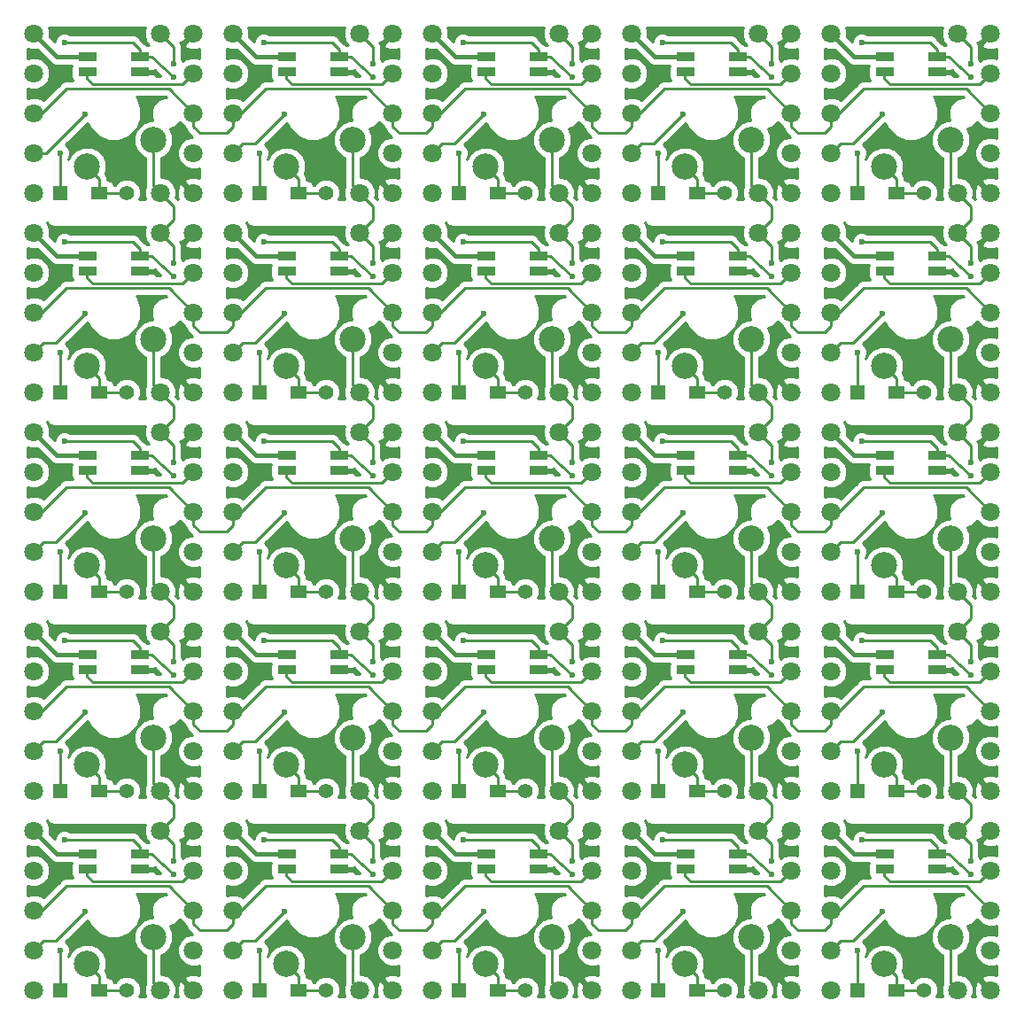
<source format=gbl>
G04 #@! TF.GenerationSoftware,KiCad,Pcbnew,5.0.2-bee76a0~70~ubuntu18.04.1*
G04 #@! TF.CreationDate,2020-03-10T02:05:27+09:00*
G04 #@! TF.ProjectId,suxen,73757865-6e2e-46b6-9963-61645f706362,rev?*
G04 #@! TF.SameCoordinates,Original*
G04 #@! TF.FileFunction,Copper,L2,Bot*
G04 #@! TF.FilePolarity,Positive*
%FSLAX46Y46*%
G04 Gerber Fmt 4.6, Leading zero omitted, Abs format (unit mm)*
G04 Created by KiCad (PCBNEW 5.0.2-bee76a0~70~ubuntu18.04.1) date 2020年03月10日 02時05分27秒*
%MOMM*%
%LPD*%
G01*
G04 APERTURE LIST*
G04 #@! TA.AperFunction,SMDPad,CuDef*
%ADD10R,1.800000X0.820000*%
G04 #@! TD*
G04 #@! TA.AperFunction,ComponentPad*
%ADD11C,2.500000*%
G04 #@! TD*
G04 #@! TA.AperFunction,ComponentPad*
%ADD12R,1.400000X1.400000*%
G04 #@! TD*
G04 #@! TA.AperFunction,ComponentPad*
%ADD13C,1.400000*%
G04 #@! TD*
G04 #@! TA.AperFunction,SMDPad,CuDef*
%ADD14R,1.600000X1.200000*%
G04 #@! TD*
G04 #@! TA.AperFunction,ComponentPad*
%ADD15C,1.800000*%
G04 #@! TD*
G04 #@! TA.AperFunction,ViaPad*
%ADD16C,0.600000*%
G04 #@! TD*
G04 #@! TA.AperFunction,Conductor*
%ADD17C,0.250000*%
G04 #@! TD*
G04 #@! TA.AperFunction,Conductor*
%ADD18C,0.400000*%
G04 #@! TD*
G04 #@! TA.AperFunction,Conductor*
%ADD19C,0.254000*%
G04 #@! TD*
G04 APERTURE END LIST*
D10*
G04 #@! TO.P,L1,4*
G04 #@! TO.N,Net-(L1-Pad3)*
X153122000Y-106452000D03*
G04 #@! TO.P,L1,3*
G04 #@! TO.N,GND*
X153122000Y-107952000D03*
G04 #@! TO.P,L1,2*
G04 #@! TO.N,Net-(L1-Pad1)*
X148122000Y-107952000D03*
G04 #@! TO.P,L1,1*
G04 #@! TO.N,VCC*
X148122000Y-106452000D03*
G04 #@! TD*
G04 #@! TO.P,L1,4*
G04 #@! TO.N,Net-(L1-Pad3)*
X134072000Y-106452000D03*
G04 #@! TO.P,L1,3*
G04 #@! TO.N,GND*
X134072000Y-107952000D03*
G04 #@! TO.P,L1,2*
G04 #@! TO.N,Net-(L1-Pad1)*
X129072000Y-107952000D03*
G04 #@! TO.P,L1,1*
G04 #@! TO.N,VCC*
X129072000Y-106452000D03*
G04 #@! TD*
G04 #@! TO.P,L1,4*
G04 #@! TO.N,Net-(L1-Pad3)*
X115022000Y-106452000D03*
G04 #@! TO.P,L1,3*
G04 #@! TO.N,GND*
X115022000Y-107952000D03*
G04 #@! TO.P,L1,2*
G04 #@! TO.N,Net-(L1-Pad1)*
X110022000Y-107952000D03*
G04 #@! TO.P,L1,1*
G04 #@! TO.N,VCC*
X110022000Y-106452000D03*
G04 #@! TD*
G04 #@! TO.P,L1,4*
G04 #@! TO.N,Net-(L1-Pad3)*
X95972000Y-106452000D03*
G04 #@! TO.P,L1,3*
G04 #@! TO.N,GND*
X95972000Y-107952000D03*
G04 #@! TO.P,L1,2*
G04 #@! TO.N,Net-(L1-Pad1)*
X90972000Y-107952000D03*
G04 #@! TO.P,L1,1*
G04 #@! TO.N,VCC*
X90972000Y-106452000D03*
G04 #@! TD*
G04 #@! TO.P,L1,4*
G04 #@! TO.N,Net-(L1-Pad3)*
X76922000Y-106452000D03*
G04 #@! TO.P,L1,3*
G04 #@! TO.N,GND*
X76922000Y-107952000D03*
G04 #@! TO.P,L1,2*
G04 #@! TO.N,Net-(L1-Pad1)*
X71922000Y-107952000D03*
G04 #@! TO.P,L1,1*
G04 #@! TO.N,VCC*
X71922000Y-106452000D03*
G04 #@! TD*
G04 #@! TO.P,L1,4*
G04 #@! TO.N,Net-(L1-Pad3)*
X153122000Y-87402000D03*
G04 #@! TO.P,L1,3*
G04 #@! TO.N,GND*
X153122000Y-88902000D03*
G04 #@! TO.P,L1,2*
G04 #@! TO.N,Net-(L1-Pad1)*
X148122000Y-88902000D03*
G04 #@! TO.P,L1,1*
G04 #@! TO.N,VCC*
X148122000Y-87402000D03*
G04 #@! TD*
G04 #@! TO.P,L1,4*
G04 #@! TO.N,Net-(L1-Pad3)*
X134072000Y-87402000D03*
G04 #@! TO.P,L1,3*
G04 #@! TO.N,GND*
X134072000Y-88902000D03*
G04 #@! TO.P,L1,2*
G04 #@! TO.N,Net-(L1-Pad1)*
X129072000Y-88902000D03*
G04 #@! TO.P,L1,1*
G04 #@! TO.N,VCC*
X129072000Y-87402000D03*
G04 #@! TD*
G04 #@! TO.P,L1,4*
G04 #@! TO.N,Net-(L1-Pad3)*
X115022000Y-87402000D03*
G04 #@! TO.P,L1,3*
G04 #@! TO.N,GND*
X115022000Y-88902000D03*
G04 #@! TO.P,L1,2*
G04 #@! TO.N,Net-(L1-Pad1)*
X110022000Y-88902000D03*
G04 #@! TO.P,L1,1*
G04 #@! TO.N,VCC*
X110022000Y-87402000D03*
G04 #@! TD*
G04 #@! TO.P,L1,4*
G04 #@! TO.N,Net-(L1-Pad3)*
X95972000Y-87402000D03*
G04 #@! TO.P,L1,3*
G04 #@! TO.N,GND*
X95972000Y-88902000D03*
G04 #@! TO.P,L1,2*
G04 #@! TO.N,Net-(L1-Pad1)*
X90972000Y-88902000D03*
G04 #@! TO.P,L1,1*
G04 #@! TO.N,VCC*
X90972000Y-87402000D03*
G04 #@! TD*
G04 #@! TO.P,L1,4*
G04 #@! TO.N,Net-(L1-Pad3)*
X76922000Y-87402000D03*
G04 #@! TO.P,L1,3*
G04 #@! TO.N,GND*
X76922000Y-88902000D03*
G04 #@! TO.P,L1,2*
G04 #@! TO.N,Net-(L1-Pad1)*
X71922000Y-88902000D03*
G04 #@! TO.P,L1,1*
G04 #@! TO.N,VCC*
X71922000Y-87402000D03*
G04 #@! TD*
G04 #@! TO.P,L1,4*
G04 #@! TO.N,Net-(L1-Pad3)*
X153122000Y-68352000D03*
G04 #@! TO.P,L1,3*
G04 #@! TO.N,GND*
X153122000Y-69852000D03*
G04 #@! TO.P,L1,2*
G04 #@! TO.N,Net-(L1-Pad1)*
X148122000Y-69852000D03*
G04 #@! TO.P,L1,1*
G04 #@! TO.N,VCC*
X148122000Y-68352000D03*
G04 #@! TD*
G04 #@! TO.P,L1,4*
G04 #@! TO.N,Net-(L1-Pad3)*
X134072000Y-68352000D03*
G04 #@! TO.P,L1,3*
G04 #@! TO.N,GND*
X134072000Y-69852000D03*
G04 #@! TO.P,L1,2*
G04 #@! TO.N,Net-(L1-Pad1)*
X129072000Y-69852000D03*
G04 #@! TO.P,L1,1*
G04 #@! TO.N,VCC*
X129072000Y-68352000D03*
G04 #@! TD*
G04 #@! TO.P,L1,4*
G04 #@! TO.N,Net-(L1-Pad3)*
X115022000Y-68352000D03*
G04 #@! TO.P,L1,3*
G04 #@! TO.N,GND*
X115022000Y-69852000D03*
G04 #@! TO.P,L1,2*
G04 #@! TO.N,Net-(L1-Pad1)*
X110022000Y-69852000D03*
G04 #@! TO.P,L1,1*
G04 #@! TO.N,VCC*
X110022000Y-68352000D03*
G04 #@! TD*
G04 #@! TO.P,L1,4*
G04 #@! TO.N,Net-(L1-Pad3)*
X95972000Y-68352000D03*
G04 #@! TO.P,L1,3*
G04 #@! TO.N,GND*
X95972000Y-69852000D03*
G04 #@! TO.P,L1,2*
G04 #@! TO.N,Net-(L1-Pad1)*
X90972000Y-69852000D03*
G04 #@! TO.P,L1,1*
G04 #@! TO.N,VCC*
X90972000Y-68352000D03*
G04 #@! TD*
G04 #@! TO.P,L1,4*
G04 #@! TO.N,Net-(L1-Pad3)*
X76922000Y-68352000D03*
G04 #@! TO.P,L1,3*
G04 #@! TO.N,GND*
X76922000Y-69852000D03*
G04 #@! TO.P,L1,2*
G04 #@! TO.N,Net-(L1-Pad1)*
X71922000Y-69852000D03*
G04 #@! TO.P,L1,1*
G04 #@! TO.N,VCC*
X71922000Y-68352000D03*
G04 #@! TD*
G04 #@! TO.P,L1,4*
G04 #@! TO.N,Net-(L1-Pad3)*
X153122000Y-49302000D03*
G04 #@! TO.P,L1,3*
G04 #@! TO.N,GND*
X153122000Y-50802000D03*
G04 #@! TO.P,L1,2*
G04 #@! TO.N,Net-(L1-Pad1)*
X148122000Y-50802000D03*
G04 #@! TO.P,L1,1*
G04 #@! TO.N,VCC*
X148122000Y-49302000D03*
G04 #@! TD*
G04 #@! TO.P,L1,4*
G04 #@! TO.N,Net-(L1-Pad3)*
X134072000Y-49302000D03*
G04 #@! TO.P,L1,3*
G04 #@! TO.N,GND*
X134072000Y-50802000D03*
G04 #@! TO.P,L1,2*
G04 #@! TO.N,Net-(L1-Pad1)*
X129072000Y-50802000D03*
G04 #@! TO.P,L1,1*
G04 #@! TO.N,VCC*
X129072000Y-49302000D03*
G04 #@! TD*
G04 #@! TO.P,L1,4*
G04 #@! TO.N,Net-(L1-Pad3)*
X115022000Y-49302000D03*
G04 #@! TO.P,L1,3*
G04 #@! TO.N,GND*
X115022000Y-50802000D03*
G04 #@! TO.P,L1,2*
G04 #@! TO.N,Net-(L1-Pad1)*
X110022000Y-50802000D03*
G04 #@! TO.P,L1,1*
G04 #@! TO.N,VCC*
X110022000Y-49302000D03*
G04 #@! TD*
G04 #@! TO.P,L1,4*
G04 #@! TO.N,Net-(L1-Pad3)*
X95972000Y-49302000D03*
G04 #@! TO.P,L1,3*
G04 #@! TO.N,GND*
X95972000Y-50802000D03*
G04 #@! TO.P,L1,2*
G04 #@! TO.N,Net-(L1-Pad1)*
X90972000Y-50802000D03*
G04 #@! TO.P,L1,1*
G04 #@! TO.N,VCC*
X90972000Y-49302000D03*
G04 #@! TD*
G04 #@! TO.P,L1,4*
G04 #@! TO.N,Net-(L1-Pad3)*
X76922000Y-49302000D03*
G04 #@! TO.P,L1,3*
G04 #@! TO.N,GND*
X76922000Y-50802000D03*
G04 #@! TO.P,L1,2*
G04 #@! TO.N,Net-(L1-Pad1)*
X71922000Y-50802000D03*
G04 #@! TO.P,L1,1*
G04 #@! TO.N,VCC*
X71922000Y-49302000D03*
G04 #@! TD*
G04 #@! TO.P,L1,4*
G04 #@! TO.N,Net-(L1-Pad3)*
X153122000Y-30252000D03*
G04 #@! TO.P,L1,3*
G04 #@! TO.N,GND*
X153122000Y-31752000D03*
G04 #@! TO.P,L1,2*
G04 #@! TO.N,Net-(L1-Pad1)*
X148122000Y-31752000D03*
G04 #@! TO.P,L1,1*
G04 #@! TO.N,VCC*
X148122000Y-30252000D03*
G04 #@! TD*
G04 #@! TO.P,L1,4*
G04 #@! TO.N,Net-(L1-Pad3)*
X134072000Y-30252000D03*
G04 #@! TO.P,L1,3*
G04 #@! TO.N,GND*
X134072000Y-31752000D03*
G04 #@! TO.P,L1,2*
G04 #@! TO.N,Net-(L1-Pad1)*
X129072000Y-31752000D03*
G04 #@! TO.P,L1,1*
G04 #@! TO.N,VCC*
X129072000Y-30252000D03*
G04 #@! TD*
G04 #@! TO.P,L1,4*
G04 #@! TO.N,Net-(L1-Pad3)*
X115022000Y-30252000D03*
G04 #@! TO.P,L1,3*
G04 #@! TO.N,GND*
X115022000Y-31752000D03*
G04 #@! TO.P,L1,2*
G04 #@! TO.N,Net-(L1-Pad1)*
X110022000Y-31752000D03*
G04 #@! TO.P,L1,1*
G04 #@! TO.N,VCC*
X110022000Y-30252000D03*
G04 #@! TD*
G04 #@! TO.P,L1,4*
G04 #@! TO.N,Net-(L1-Pad3)*
X95972000Y-30252000D03*
G04 #@! TO.P,L1,3*
G04 #@! TO.N,GND*
X95972000Y-31752000D03*
G04 #@! TO.P,L1,2*
G04 #@! TO.N,Net-(L1-Pad1)*
X90972000Y-31752000D03*
G04 #@! TO.P,L1,1*
G04 #@! TO.N,VCC*
X90972000Y-30252000D03*
G04 #@! TD*
G04 #@! TO.P,L1,4*
G04 #@! TO.N,Net-(L1-Pad3)*
X76922000Y-30252000D03*
G04 #@! TO.P,L1,3*
G04 #@! TO.N,GND*
X76922000Y-31752000D03*
G04 #@! TO.P,L1,2*
G04 #@! TO.N,Net-(L1-Pad1)*
X71922000Y-31752000D03*
G04 #@! TO.P,L1,1*
G04 #@! TO.N,VCC*
X71922000Y-30252000D03*
G04 #@! TD*
D11*
G04 #@! TO.P,SW1,1*
G04 #@! TO.N,/COL0*
X78232000Y-38227000D03*
G04 #@! TO.P,SW1,2*
G04 #@! TO.N,Net-(D1-Pad2)*
X71882000Y-40767000D03*
G04 #@! TD*
G04 #@! TO.P,SW24,1*
G04 #@! TO.N,/COL3*
X135382000Y-114427000D03*
G04 #@! TO.P,SW24,2*
G04 #@! TO.N,Net-(D24-Pad2)*
X129032000Y-116967000D03*
G04 #@! TD*
G04 #@! TO.P,SW23,1*
G04 #@! TO.N,/COL2*
X116332000Y-114427000D03*
G04 #@! TO.P,SW23,2*
G04 #@! TO.N,Net-(D23-Pad2)*
X109982000Y-116967000D03*
G04 #@! TD*
G04 #@! TO.P,SW22,1*
G04 #@! TO.N,/COL1*
X97282000Y-114427000D03*
G04 #@! TO.P,SW22,2*
G04 #@! TO.N,Net-(D22-Pad2)*
X90932000Y-116967000D03*
G04 #@! TD*
G04 #@! TO.P,SW21,1*
G04 #@! TO.N,/COL0*
X78232000Y-114427000D03*
G04 #@! TO.P,SW21,2*
G04 #@! TO.N,Net-(D21-Pad2)*
X71882000Y-116967000D03*
G04 #@! TD*
G04 #@! TO.P,SW19,1*
G04 #@! TO.N,/COL3*
X135382000Y-95377000D03*
G04 #@! TO.P,SW19,2*
G04 #@! TO.N,Net-(D19-Pad2)*
X129032000Y-97917000D03*
G04 #@! TD*
G04 #@! TO.P,SW18,1*
G04 #@! TO.N,/COL2*
X116332000Y-95377000D03*
G04 #@! TO.P,SW18,2*
G04 #@! TO.N,Net-(D18-Pad2)*
X109982000Y-97917000D03*
G04 #@! TD*
G04 #@! TO.P,SW17,1*
G04 #@! TO.N,/COL1*
X97282000Y-95377000D03*
G04 #@! TO.P,SW17,2*
G04 #@! TO.N,Net-(D17-Pad2)*
X90932000Y-97917000D03*
G04 #@! TD*
G04 #@! TO.P,SW16,1*
G04 #@! TO.N,/COL0*
X78232000Y-95377000D03*
G04 #@! TO.P,SW16,2*
G04 #@! TO.N,Net-(D16-Pad2)*
X71882000Y-97917000D03*
G04 #@! TD*
G04 #@! TO.P,SW14,1*
G04 #@! TO.N,/COL3*
X135382000Y-76327000D03*
G04 #@! TO.P,SW14,2*
G04 #@! TO.N,Net-(D14-Pad2)*
X129032000Y-78867000D03*
G04 #@! TD*
G04 #@! TO.P,SW12,1*
G04 #@! TO.N,/COL1*
X97282000Y-76327000D03*
G04 #@! TO.P,SW12,2*
G04 #@! TO.N,Net-(D12-Pad2)*
X90932000Y-78867000D03*
G04 #@! TD*
G04 #@! TO.P,SW11,1*
G04 #@! TO.N,/COL0*
X78232000Y-76327000D03*
G04 #@! TO.P,SW11,2*
G04 #@! TO.N,Net-(D11-Pad2)*
X71882000Y-78867000D03*
G04 #@! TD*
G04 #@! TO.P,SW9,1*
G04 #@! TO.N,/COL3*
X135382000Y-57277000D03*
G04 #@! TO.P,SW9,2*
G04 #@! TO.N,Net-(D9-Pad2)*
X129032000Y-59817000D03*
G04 #@! TD*
G04 #@! TO.P,SW8,1*
G04 #@! TO.N,/COL2*
X116332000Y-57277000D03*
G04 #@! TO.P,SW8,2*
G04 #@! TO.N,Net-(D8-Pad2)*
X109982000Y-59817000D03*
G04 #@! TD*
G04 #@! TO.P,SW7,1*
G04 #@! TO.N,/COL1*
X97282000Y-57277000D03*
G04 #@! TO.P,SW7,2*
G04 #@! TO.N,Net-(D7-Pad2)*
X90932000Y-59817000D03*
G04 #@! TD*
G04 #@! TO.P,SW6,1*
G04 #@! TO.N,/COL0*
X78232000Y-57277000D03*
G04 #@! TO.P,SW6,2*
G04 #@! TO.N,Net-(D6-Pad2)*
X71882000Y-59817000D03*
G04 #@! TD*
G04 #@! TO.P,SW5,1*
G04 #@! TO.N,/COL4*
X154432000Y-38227000D03*
G04 #@! TO.P,SW5,2*
G04 #@! TO.N,Net-(D5-Pad2)*
X148082000Y-40767000D03*
G04 #@! TD*
G04 #@! TO.P,SW4,1*
G04 #@! TO.N,/COL3*
X135382000Y-38227000D03*
G04 #@! TO.P,SW4,2*
G04 #@! TO.N,Net-(D4-Pad2)*
X129032000Y-40767000D03*
G04 #@! TD*
G04 #@! TO.P,SW2,1*
G04 #@! TO.N,/COL1*
X97282000Y-38227000D03*
G04 #@! TO.P,SW2,2*
G04 #@! TO.N,Net-(D2-Pad2)*
X90932000Y-40767000D03*
G04 #@! TD*
G04 #@! TO.P,SW3,1*
G04 #@! TO.N,/COL2*
X116332000Y-38227000D03*
G04 #@! TO.P,SW3,2*
G04 #@! TO.N,Net-(D3-Pad2)*
X109982000Y-40767000D03*
G04 #@! TD*
G04 #@! TO.P,SW10,1*
G04 #@! TO.N,/COL4*
X154432000Y-57277000D03*
G04 #@! TO.P,SW10,2*
G04 #@! TO.N,Net-(D10-Pad2)*
X148082000Y-59817000D03*
G04 #@! TD*
G04 #@! TO.P,SW15,1*
G04 #@! TO.N,/COL4*
X154432000Y-76327000D03*
G04 #@! TO.P,SW15,2*
G04 #@! TO.N,Net-(D15-Pad2)*
X148082000Y-78867000D03*
G04 #@! TD*
G04 #@! TO.P,SW20,1*
G04 #@! TO.N,/COL4*
X154432000Y-95377000D03*
G04 #@! TO.P,SW20,2*
G04 #@! TO.N,Net-(D20-Pad2)*
X148082000Y-97917000D03*
G04 #@! TD*
G04 #@! TO.P,SW20,1*
G04 #@! TO.N,/COL4*
X154432000Y-114427000D03*
G04 #@! TO.P,SW20,2*
G04 #@! TO.N,Net-(D25-Pad2)*
X148082000Y-116967000D03*
G04 #@! TD*
G04 #@! TO.P,SW13,1*
G04 #@! TO.N,/COL2*
X116332000Y-76327000D03*
G04 #@! TO.P,SW13,2*
G04 #@! TO.N,Net-(D13-Pad2)*
X109982000Y-78867000D03*
G04 #@! TD*
D12*
G04 #@! TO.P,D,1*
G04 #@! TO.N,/ROW0*
X69342000Y-43307000D03*
D13*
G04 #@! TO.P,D,2*
G04 #@! TO.N,Net-(D1-Pad2)*
X75692000Y-43307000D03*
D14*
X73042000Y-43307000D03*
G04 #@! TD*
D12*
G04 #@! TO.P,D,1*
G04 #@! TO.N,/ROW0*
X107442000Y-43307000D03*
D13*
G04 #@! TO.P,D,2*
G04 #@! TO.N,Net-(D3-Pad2)*
X113792000Y-43307000D03*
D14*
X111142000Y-43307000D03*
G04 #@! TD*
D12*
G04 #@! TO.P,D,1*
G04 #@! TO.N,/ROW1*
X69342000Y-62357000D03*
D13*
G04 #@! TO.P,D,2*
G04 #@! TO.N,Net-(D6-Pad2)*
X75692000Y-62357000D03*
D14*
X73042000Y-62357000D03*
G04 #@! TD*
D12*
G04 #@! TO.P,D,1*
G04 #@! TO.N,/ROW0*
X88392000Y-43307000D03*
D13*
G04 #@! TO.P,D,2*
G04 #@! TO.N,Net-(D2-Pad2)*
X94742000Y-43307000D03*
D14*
X92092000Y-43307000D03*
G04 #@! TD*
D12*
G04 #@! TO.P,D,1*
G04 #@! TO.N,/ROW0*
X126492000Y-43307000D03*
D13*
G04 #@! TO.P,D,2*
G04 #@! TO.N,Net-(D4-Pad2)*
X132842000Y-43307000D03*
D14*
X130192000Y-43307000D03*
G04 #@! TD*
D12*
G04 #@! TO.P,D,1*
G04 #@! TO.N,/ROW0*
X145542000Y-43307000D03*
D13*
G04 #@! TO.P,D,2*
G04 #@! TO.N,Net-(D5-Pad2)*
X151892000Y-43307000D03*
D14*
X149242000Y-43307000D03*
G04 #@! TD*
D12*
G04 #@! TO.P,D,1*
G04 #@! TO.N,/ROW1*
X88392000Y-62357000D03*
D13*
G04 #@! TO.P,D,2*
G04 #@! TO.N,Net-(D7-Pad2)*
X94742000Y-62357000D03*
D14*
X92092000Y-62357000D03*
G04 #@! TD*
D12*
G04 #@! TO.P,D,1*
G04 #@! TO.N,/ROW1*
X107442000Y-62357000D03*
D13*
G04 #@! TO.P,D,2*
G04 #@! TO.N,Net-(D8-Pad2)*
X113792000Y-62357000D03*
D14*
X111142000Y-62357000D03*
G04 #@! TD*
D12*
G04 #@! TO.P,D,1*
G04 #@! TO.N,/ROW1*
X126492000Y-62357000D03*
D13*
G04 #@! TO.P,D,2*
G04 #@! TO.N,Net-(D9-Pad2)*
X132842000Y-62357000D03*
D14*
X130192000Y-62357000D03*
G04 #@! TD*
D12*
G04 #@! TO.P,D,1*
G04 #@! TO.N,/ROW1*
X145542000Y-62357000D03*
D13*
G04 #@! TO.P,D,2*
G04 #@! TO.N,Net-(D10-Pad2)*
X151892000Y-62357000D03*
D14*
X149242000Y-62357000D03*
G04 #@! TD*
D12*
G04 #@! TO.P,D,1*
G04 #@! TO.N,/ROW2*
X69342000Y-81407000D03*
D13*
G04 #@! TO.P,D,2*
G04 #@! TO.N,Net-(D11-Pad2)*
X75692000Y-81407000D03*
D14*
X73042000Y-81407000D03*
G04 #@! TD*
D12*
G04 #@! TO.P,D,1*
G04 #@! TO.N,/ROW2*
X88392000Y-81407000D03*
D13*
G04 #@! TO.P,D,2*
G04 #@! TO.N,Net-(D12-Pad2)*
X94742000Y-81407000D03*
D14*
X92092000Y-81407000D03*
G04 #@! TD*
D12*
G04 #@! TO.P,D,1*
G04 #@! TO.N,/ROW2*
X107442000Y-81407000D03*
D13*
G04 #@! TO.P,D,2*
G04 #@! TO.N,Net-(D13-Pad2)*
X113792000Y-81407000D03*
D14*
X111142000Y-81407000D03*
G04 #@! TD*
D12*
G04 #@! TO.P,D,1*
G04 #@! TO.N,/ROW2*
X126492000Y-81407000D03*
D13*
G04 #@! TO.P,D,2*
G04 #@! TO.N,Net-(D14-Pad2)*
X132842000Y-81407000D03*
D14*
X130192000Y-81407000D03*
G04 #@! TD*
D12*
G04 #@! TO.P,D,1*
G04 #@! TO.N,/ROW2*
X145542000Y-81407000D03*
D13*
G04 #@! TO.P,D,2*
G04 #@! TO.N,Net-(D15-Pad2)*
X151892000Y-81407000D03*
D14*
X149242000Y-81407000D03*
G04 #@! TD*
D12*
G04 #@! TO.P,D,1*
G04 #@! TO.N,/ROW3*
X69342000Y-100457000D03*
D13*
G04 #@! TO.P,D,2*
G04 #@! TO.N,Net-(D16-Pad2)*
X75692000Y-100457000D03*
D14*
X73042000Y-100457000D03*
G04 #@! TD*
D12*
G04 #@! TO.P,D,1*
G04 #@! TO.N,/ROW3*
X88392000Y-100457000D03*
D13*
G04 #@! TO.P,D,2*
G04 #@! TO.N,Net-(D17-Pad2)*
X94742000Y-100457000D03*
D14*
X92092000Y-100457000D03*
G04 #@! TD*
D12*
G04 #@! TO.P,D,1*
G04 #@! TO.N,/ROW3*
X107442000Y-100457000D03*
D13*
G04 #@! TO.P,D,2*
G04 #@! TO.N,Net-(D18-Pad2)*
X113792000Y-100457000D03*
D14*
X111142000Y-100457000D03*
G04 #@! TD*
D12*
G04 #@! TO.P,D,1*
G04 #@! TO.N,/ROW3*
X126492000Y-100457000D03*
D13*
G04 #@! TO.P,D,2*
G04 #@! TO.N,Net-(D19-Pad2)*
X132842000Y-100457000D03*
D14*
X130192000Y-100457000D03*
G04 #@! TD*
D12*
G04 #@! TO.P,D,1*
G04 #@! TO.N,/ROW3*
X145542000Y-100457000D03*
D13*
G04 #@! TO.P,D,2*
G04 #@! TO.N,Net-(D20-Pad2)*
X151892000Y-100457000D03*
D14*
X149242000Y-100457000D03*
G04 #@! TD*
D12*
G04 #@! TO.P,D,1*
G04 #@! TO.N,/ROW4*
X69342000Y-119507000D03*
D13*
G04 #@! TO.P,D,2*
G04 #@! TO.N,Net-(D21-Pad2)*
X75692000Y-119507000D03*
D14*
X73042000Y-119507000D03*
G04 #@! TD*
D12*
G04 #@! TO.P,D,1*
G04 #@! TO.N,/ROW4*
X88392000Y-119507000D03*
D13*
G04 #@! TO.P,D,2*
G04 #@! TO.N,Net-(D22-Pad2)*
X94742000Y-119507000D03*
D14*
X92092000Y-119507000D03*
G04 #@! TD*
D12*
G04 #@! TO.P,D,1*
G04 #@! TO.N,/ROW4*
X107442000Y-119507000D03*
D13*
G04 #@! TO.P,D,2*
G04 #@! TO.N,Net-(D23-Pad2)*
X113792000Y-119507000D03*
D14*
X111142000Y-119507000D03*
G04 #@! TD*
D12*
G04 #@! TO.P,D,1*
G04 #@! TO.N,/ROW4*
X126492000Y-119507000D03*
D13*
G04 #@! TO.P,D,2*
G04 #@! TO.N,Net-(D24-Pad2)*
X132842000Y-119507000D03*
D14*
X130192000Y-119507000D03*
G04 #@! TD*
D12*
G04 #@! TO.P,D,1*
G04 #@! TO.N,/ROW4*
X145542000Y-119507000D03*
D13*
G04 #@! TO.P,D,2*
G04 #@! TO.N,Net-(D25-Pad2)*
X151892000Y-119507000D03*
D14*
X149242000Y-119507000D03*
G04 #@! TD*
D15*
G04 #@! TO.P,REF\002A\002A,1*
G04 #@! TO.N,/ROW4*
X158242000Y-111887000D03*
G04 #@! TD*
G04 #@! TO.P,REF\002A\002A,1*
G04 #@! TO.N,/ROW4*
X139192000Y-111887000D03*
G04 #@! TD*
G04 #@! TO.P,REF\002A\002A,1*
G04 #@! TO.N,/ROW4*
X120142000Y-111887000D03*
G04 #@! TD*
G04 #@! TO.P,REF\002A\002A,1*
G04 #@! TO.N,/ROW4*
X101092000Y-111887000D03*
G04 #@! TD*
G04 #@! TO.P,REF\002A\002A,1*
G04 #@! TO.N,/ROW4*
X143002000Y-111887000D03*
G04 #@! TD*
G04 #@! TO.P,REF\002A\002A,1*
G04 #@! TO.N,/ROW4*
X123952000Y-111887000D03*
G04 #@! TD*
G04 #@! TO.P,REF\002A\002A,1*
G04 #@! TO.N,/ROW4*
X104902000Y-111887000D03*
G04 #@! TD*
G04 #@! TO.P,REF\002A\002A,1*
G04 #@! TO.N,/ROW4*
X85852000Y-111887000D03*
G04 #@! TD*
G04 #@! TO.P,REF\002A\002A,1*
G04 #@! TO.N,/ROW3*
X158242000Y-92837000D03*
G04 #@! TD*
G04 #@! TO.P,REF\002A\002A,1*
G04 #@! TO.N,/ROW3*
X139192000Y-92837000D03*
G04 #@! TD*
G04 #@! TO.P,REF\002A\002A,1*
G04 #@! TO.N,/ROW3*
X120142000Y-92837000D03*
G04 #@! TD*
G04 #@! TO.P,REF\002A\002A,1*
G04 #@! TO.N,/ROW3*
X101092000Y-92837000D03*
G04 #@! TD*
G04 #@! TO.P,REF\002A\002A,1*
G04 #@! TO.N,/ROW3*
X143002000Y-92837000D03*
G04 #@! TD*
G04 #@! TO.P,REF\002A\002A,1*
G04 #@! TO.N,/ROW3*
X123952000Y-92837000D03*
G04 #@! TD*
G04 #@! TO.P,REF\002A\002A,1*
G04 #@! TO.N,/ROW3*
X104902000Y-92837000D03*
G04 #@! TD*
G04 #@! TO.P,REF\002A\002A,1*
G04 #@! TO.N,/ROW3*
X85852000Y-92837000D03*
G04 #@! TD*
G04 #@! TO.P,REF\002A\002A,1*
G04 #@! TO.N,/ROW2*
X143002000Y-73787000D03*
G04 #@! TD*
G04 #@! TO.P,REF\002A\002A,1*
G04 #@! TO.N,/ROW2*
X123952000Y-73787000D03*
G04 #@! TD*
G04 #@! TO.P,REF\002A\002A,1*
G04 #@! TO.N,/ROW2*
X104902000Y-73787000D03*
G04 #@! TD*
G04 #@! TO.P,REF\002A\002A,1*
G04 #@! TO.N,/ROW2*
X85852000Y-73787000D03*
G04 #@! TD*
G04 #@! TO.P,REF\002A\002A,1*
G04 #@! TO.N,/ROW2*
X158242000Y-73787000D03*
G04 #@! TD*
G04 #@! TO.P,REF\002A\002A,1*
G04 #@! TO.N,/ROW2*
X139192000Y-73787000D03*
G04 #@! TD*
G04 #@! TO.P,REF\002A\002A,1*
G04 #@! TO.N,/ROW2*
X120142000Y-73787000D03*
G04 #@! TD*
G04 #@! TO.P,REF\002A\002A,1*
G04 #@! TO.N,/ROW2*
X101092000Y-73787000D03*
G04 #@! TD*
G04 #@! TO.P,REF\002A\002A,1*
G04 #@! TO.N,Net-(L1-Pad3)*
X158242000Y-115697000D03*
G04 #@! TD*
G04 #@! TO.P,REF\002A\002A,1*
G04 #@! TO.N,Net-(L1-Pad3)*
X139192000Y-115697000D03*
G04 #@! TD*
G04 #@! TO.P,REF\002A\002A,1*
G04 #@! TO.N,Net-(L1-Pad3)*
X120142000Y-115697000D03*
G04 #@! TD*
G04 #@! TO.P,REF\002A\002A,1*
G04 #@! TO.N,Net-(L1-Pad3)*
X101092000Y-115697000D03*
G04 #@! TD*
G04 #@! TO.P,REF\002A\002A,1*
G04 #@! TO.N,Net-(L1-Pad3)*
X82042000Y-115697000D03*
G04 #@! TD*
G04 #@! TO.P,REF\002A\002A,1*
G04 #@! TO.N,Net-(L1-Pad3)*
X158242000Y-96647000D03*
G04 #@! TD*
G04 #@! TO.P,REF\002A\002A,1*
G04 #@! TO.N,Net-(L1-Pad3)*
X139192000Y-96647000D03*
G04 #@! TD*
G04 #@! TO.P,REF\002A\002A,1*
G04 #@! TO.N,Net-(L1-Pad3)*
X120142000Y-96647000D03*
G04 #@! TD*
G04 #@! TO.P,REF\002A\002A,1*
G04 #@! TO.N,Net-(L1-Pad3)*
X101092000Y-96647000D03*
G04 #@! TD*
G04 #@! TO.P,REF\002A\002A,1*
G04 #@! TO.N,Net-(L1-Pad3)*
X82042000Y-96647000D03*
G04 #@! TD*
G04 #@! TO.P,REF\002A\002A,1*
G04 #@! TO.N,Net-(L1-Pad3)*
X158242000Y-77597000D03*
G04 #@! TD*
G04 #@! TO.P,REF\002A\002A,1*
G04 #@! TO.N,Net-(L1-Pad3)*
X139192000Y-77597000D03*
G04 #@! TD*
G04 #@! TO.P,REF\002A\002A,1*
G04 #@! TO.N,Net-(L1-Pad3)*
X120142000Y-77597000D03*
G04 #@! TD*
G04 #@! TO.P,REF\002A\002A,1*
G04 #@! TO.N,Net-(L1-Pad3)*
X101092000Y-77597000D03*
G04 #@! TD*
G04 #@! TO.P,REF\002A\002A,1*
G04 #@! TO.N,Net-(L1-Pad3)*
X82042000Y-77597000D03*
G04 #@! TD*
G04 #@! TO.P,REF\002A\002A,1*
G04 #@! TO.N,Net-(L1-Pad3)*
X158242000Y-58547000D03*
G04 #@! TD*
G04 #@! TO.P,REF\002A\002A,1*
G04 #@! TO.N,Net-(L1-Pad3)*
X139192000Y-58547000D03*
G04 #@! TD*
G04 #@! TO.P,REF\002A\002A,1*
G04 #@! TO.N,Net-(L1-Pad3)*
X120142000Y-58547000D03*
G04 #@! TD*
G04 #@! TO.P,REF\002A\002A,1*
G04 #@! TO.N,Net-(L1-Pad3)*
X101092000Y-58547000D03*
G04 #@! TD*
G04 #@! TO.P,REF\002A\002A,1*
G04 #@! TO.N,Net-(L1-Pad3)*
X82042000Y-58547000D03*
G04 #@! TD*
G04 #@! TO.P,REF\002A\002A,1*
G04 #@! TO.N,Net-(L1-Pad3)*
X158242000Y-39497000D03*
G04 #@! TD*
G04 #@! TO.P,REF\002A\002A,1*
G04 #@! TO.N,Net-(L1-Pad3)*
X139192000Y-39497000D03*
G04 #@! TD*
G04 #@! TO.P,REF\002A\002A,1*
G04 #@! TO.N,Net-(L1-Pad3)*
X120142000Y-39497000D03*
G04 #@! TD*
G04 #@! TO.P,REF\002A\002A,1*
G04 #@! TO.N,Net-(L1-Pad3)*
X101092000Y-39497000D03*
G04 #@! TD*
G04 #@! TO.P,REF\002A\002A,1*
G04 #@! TO.N,Net-(L1-Pad3)*
X143002000Y-108077000D03*
G04 #@! TD*
G04 #@! TO.P,REF\002A\002A,1*
G04 #@! TO.N,Net-(L1-Pad3)*
X123952000Y-108077000D03*
G04 #@! TD*
G04 #@! TO.P,REF\002A\002A,1*
G04 #@! TO.N,Net-(L1-Pad3)*
X104902000Y-108077000D03*
G04 #@! TD*
G04 #@! TO.P,REF\002A\002A,1*
G04 #@! TO.N,Net-(L1-Pad3)*
X85852000Y-108077000D03*
G04 #@! TD*
G04 #@! TO.P,REF\002A\002A,1*
G04 #@! TO.N,Net-(L1-Pad3)*
X66802000Y-108077000D03*
G04 #@! TD*
G04 #@! TO.P,REF\002A\002A,1*
G04 #@! TO.N,Net-(L1-Pad3)*
X143002000Y-89027000D03*
G04 #@! TD*
G04 #@! TO.P,REF\002A\002A,1*
G04 #@! TO.N,Net-(L1-Pad3)*
X123952000Y-89027000D03*
G04 #@! TD*
G04 #@! TO.P,REF\002A\002A,1*
G04 #@! TO.N,Net-(L1-Pad3)*
X104902000Y-89027000D03*
G04 #@! TD*
G04 #@! TO.P,REF\002A\002A,1*
G04 #@! TO.N,Net-(L1-Pad3)*
X85852000Y-89027000D03*
G04 #@! TD*
G04 #@! TO.P,REF\002A\002A,1*
G04 #@! TO.N,Net-(L1-Pad3)*
X66802000Y-89027000D03*
G04 #@! TD*
G04 #@! TO.P,REF\002A\002A,1*
G04 #@! TO.N,Net-(L1-Pad3)*
X143002000Y-69977000D03*
G04 #@! TD*
G04 #@! TO.P,REF\002A\002A,1*
G04 #@! TO.N,Net-(L1-Pad3)*
X123952000Y-69977000D03*
G04 #@! TD*
G04 #@! TO.P,REF\002A\002A,1*
G04 #@! TO.N,Net-(L1-Pad3)*
X104902000Y-69977000D03*
G04 #@! TD*
G04 #@! TO.P,REF\002A\002A,1*
G04 #@! TO.N,Net-(L1-Pad3)*
X85852000Y-69977000D03*
G04 #@! TD*
G04 #@! TO.P,REF\002A\002A,1*
G04 #@! TO.N,Net-(L1-Pad3)*
X66802000Y-69977000D03*
G04 #@! TD*
G04 #@! TO.P,REF\002A\002A,1*
G04 #@! TO.N,Net-(L1-Pad3)*
X143002000Y-50927000D03*
G04 #@! TD*
G04 #@! TO.P,REF\002A\002A,1*
G04 #@! TO.N,Net-(L1-Pad3)*
X123952000Y-50927000D03*
G04 #@! TD*
G04 #@! TO.P,REF\002A\002A,1*
G04 #@! TO.N,Net-(L1-Pad3)*
X104902000Y-50927000D03*
G04 #@! TD*
G04 #@! TO.P,REF\002A\002A,1*
G04 #@! TO.N,Net-(L1-Pad3)*
X85852000Y-50927000D03*
G04 #@! TD*
G04 #@! TO.P,REF\002A\002A,1*
G04 #@! TO.N,Net-(L1-Pad3)*
X66802000Y-50927000D03*
G04 #@! TD*
G04 #@! TO.P,REF\002A\002A,1*
G04 #@! TO.N,Net-(L1-Pad3)*
X143002000Y-31877000D03*
G04 #@! TD*
G04 #@! TO.P,REF\002A\002A,1*
G04 #@! TO.N,Net-(L1-Pad3)*
X123952000Y-31877000D03*
G04 #@! TD*
G04 #@! TO.P,REF\002A\002A,1*
G04 #@! TO.N,Net-(L1-Pad3)*
X104902000Y-31877000D03*
G04 #@! TD*
G04 #@! TO.P,REF\002A\002A,1*
G04 #@! TO.N,Net-(L1-Pad3)*
X85852000Y-31877000D03*
G04 #@! TD*
G04 #@! TO.P,REF\002A\002A,1*
G04 #@! TO.N,Net-(L1-Pad1)*
X143002000Y-115697000D03*
G04 #@! TD*
G04 #@! TO.P,REF\002A\002A,1*
G04 #@! TO.N,Net-(L1-Pad1)*
X123952000Y-115697000D03*
G04 #@! TD*
G04 #@! TO.P,REF\002A\002A,1*
G04 #@! TO.N,Net-(L1-Pad1)*
X104902000Y-115697000D03*
G04 #@! TD*
G04 #@! TO.P,REF\002A\002A,1*
G04 #@! TO.N,Net-(L1-Pad1)*
X85852000Y-115697000D03*
G04 #@! TD*
G04 #@! TO.P,REF\002A\002A,1*
G04 #@! TO.N,Net-(L1-Pad1)*
X66802000Y-115697000D03*
G04 #@! TD*
G04 #@! TO.P,REF\002A\002A,1*
G04 #@! TO.N,Net-(L1-Pad1)*
X143002000Y-96647000D03*
G04 #@! TD*
G04 #@! TO.P,REF\002A\002A,1*
G04 #@! TO.N,Net-(L1-Pad1)*
X123952000Y-96647000D03*
G04 #@! TD*
G04 #@! TO.P,REF\002A\002A,1*
G04 #@! TO.N,Net-(L1-Pad1)*
X104902000Y-96647000D03*
G04 #@! TD*
G04 #@! TO.P,REF\002A\002A,1*
G04 #@! TO.N,Net-(L1-Pad1)*
X85852000Y-96647000D03*
G04 #@! TD*
G04 #@! TO.P,REF\002A\002A,1*
G04 #@! TO.N,Net-(L1-Pad1)*
X66802000Y-96647000D03*
G04 #@! TD*
G04 #@! TO.P,REF\002A\002A,1*
G04 #@! TO.N,Net-(L1-Pad1)*
X143002000Y-77597000D03*
G04 #@! TD*
G04 #@! TO.P,REF\002A\002A,1*
G04 #@! TO.N,Net-(L1-Pad1)*
X123952000Y-77597000D03*
G04 #@! TD*
G04 #@! TO.P,REF\002A\002A,1*
G04 #@! TO.N,Net-(L1-Pad1)*
X104902000Y-77597000D03*
G04 #@! TD*
G04 #@! TO.P,REF\002A\002A,1*
G04 #@! TO.N,Net-(L1-Pad1)*
X85852000Y-77597000D03*
G04 #@! TD*
G04 #@! TO.P,REF\002A\002A,1*
G04 #@! TO.N,Net-(L1-Pad1)*
X66802000Y-77597000D03*
G04 #@! TD*
G04 #@! TO.P,REF\002A\002A,1*
G04 #@! TO.N,Net-(L1-Pad1)*
X143002000Y-58547000D03*
G04 #@! TD*
G04 #@! TO.P,REF\002A\002A,1*
G04 #@! TO.N,Net-(L1-Pad1)*
X123952000Y-58547000D03*
G04 #@! TD*
G04 #@! TO.P,REF\002A\002A,1*
G04 #@! TO.N,Net-(L1-Pad1)*
X104902000Y-58547000D03*
G04 #@! TD*
G04 #@! TO.P,REF\002A\002A,1*
G04 #@! TO.N,Net-(L1-Pad1)*
X85852000Y-58547000D03*
G04 #@! TD*
G04 #@! TO.P,REF\002A\002A,1*
G04 #@! TO.N,Net-(L1-Pad1)*
X66802000Y-58547000D03*
G04 #@! TD*
G04 #@! TO.P,REF\002A\002A,1*
G04 #@! TO.N,Net-(L1-Pad1)*
X143002000Y-39497000D03*
G04 #@! TD*
G04 #@! TO.P,REF\002A\002A,1*
G04 #@! TO.N,Net-(L1-Pad1)*
X123952000Y-39497000D03*
G04 #@! TD*
G04 #@! TO.P,REF\002A\002A,1*
G04 #@! TO.N,Net-(L1-Pad1)*
X104902000Y-39497000D03*
G04 #@! TD*
G04 #@! TO.P,REF\002A\002A,1*
G04 #@! TO.N,Net-(L1-Pad1)*
X85852000Y-39497000D03*
G04 #@! TD*
G04 #@! TO.P,REF\002A\002A,1*
G04 #@! TO.N,Net-(L1-Pad1)*
X158242000Y-108077000D03*
G04 #@! TD*
G04 #@! TO.P,REF\002A\002A,1*
G04 #@! TO.N,Net-(L1-Pad1)*
X139192000Y-108077000D03*
G04 #@! TD*
G04 #@! TO.P,REF\002A\002A,1*
G04 #@! TO.N,Net-(L1-Pad1)*
X120142000Y-108077000D03*
G04 #@! TD*
G04 #@! TO.P,REF\002A\002A,1*
G04 #@! TO.N,Net-(L1-Pad1)*
X101092000Y-108077000D03*
G04 #@! TD*
G04 #@! TO.P,REF\002A\002A,1*
G04 #@! TO.N,Net-(L1-Pad1)*
X82042000Y-108077000D03*
G04 #@! TD*
G04 #@! TO.P,REF\002A\002A,1*
G04 #@! TO.N,Net-(L1-Pad1)*
X158242000Y-89027000D03*
G04 #@! TD*
G04 #@! TO.P,REF\002A\002A,1*
G04 #@! TO.N,Net-(L1-Pad1)*
X139192000Y-89027000D03*
G04 #@! TD*
G04 #@! TO.P,REF\002A\002A,1*
G04 #@! TO.N,Net-(L1-Pad1)*
X120142000Y-89027000D03*
G04 #@! TD*
G04 #@! TO.P,REF\002A\002A,1*
G04 #@! TO.N,Net-(L1-Pad1)*
X101092000Y-89027000D03*
G04 #@! TD*
G04 #@! TO.P,REF\002A\002A,1*
G04 #@! TO.N,Net-(L1-Pad1)*
X82042000Y-89027000D03*
G04 #@! TD*
G04 #@! TO.P,REF\002A\002A,1*
G04 #@! TO.N,Net-(L1-Pad1)*
X158242000Y-69977000D03*
G04 #@! TD*
G04 #@! TO.P,REF\002A\002A,1*
G04 #@! TO.N,Net-(L1-Pad1)*
X139192000Y-69977000D03*
G04 #@! TD*
G04 #@! TO.P,REF\002A\002A,1*
G04 #@! TO.N,Net-(L1-Pad1)*
X120142000Y-69977000D03*
G04 #@! TD*
G04 #@! TO.P,REF\002A\002A,1*
G04 #@! TO.N,Net-(L1-Pad1)*
X101092000Y-69977000D03*
G04 #@! TD*
G04 #@! TO.P,REF\002A\002A,1*
G04 #@! TO.N,Net-(L1-Pad1)*
X82042000Y-69977000D03*
G04 #@! TD*
G04 #@! TO.P,REF\002A\002A,1*
G04 #@! TO.N,Net-(L1-Pad1)*
X158242000Y-50927000D03*
G04 #@! TD*
G04 #@! TO.P,REF\002A\002A,1*
G04 #@! TO.N,Net-(L1-Pad1)*
X139192000Y-50927000D03*
G04 #@! TD*
G04 #@! TO.P,REF\002A\002A,1*
G04 #@! TO.N,Net-(L1-Pad1)*
X120142000Y-50927000D03*
G04 #@! TD*
G04 #@! TO.P,REF\002A\002A,1*
G04 #@! TO.N,Net-(L1-Pad1)*
X101092000Y-50927000D03*
G04 #@! TD*
G04 #@! TO.P,REF\002A\002A,1*
G04 #@! TO.N,Net-(L1-Pad1)*
X82042000Y-50927000D03*
G04 #@! TD*
G04 #@! TO.P,REF\002A\002A,1*
G04 #@! TO.N,Net-(L1-Pad1)*
X158242000Y-31877000D03*
G04 #@! TD*
G04 #@! TO.P,REF\002A\002A,1*
G04 #@! TO.N,Net-(L1-Pad1)*
X139192000Y-31877000D03*
G04 #@! TD*
G04 #@! TO.P,REF\002A\002A,1*
G04 #@! TO.N,Net-(L1-Pad1)*
X120142000Y-31877000D03*
G04 #@! TD*
G04 #@! TO.P,REF\002A\002A,1*
G04 #@! TO.N,Net-(L1-Pad1)*
X101092000Y-31877000D03*
G04 #@! TD*
G04 #@! TO.P,REF\002A\002A,1*
G04 #@! TO.N,/COL4*
X155067000Y-100457000D03*
G04 #@! TD*
G04 #@! TO.P,REF\002A\002A,1*
G04 #@! TO.N,VCC*
X143002000Y-119507000D03*
G04 #@! TD*
G04 #@! TO.P,REF\002A\002A,1*
G04 #@! TO.N,VCC*
X143002000Y-104267000D03*
G04 #@! TD*
G04 #@! TO.P,REF\002A\002A,1*
G04 #@! TO.N,GND*
X158242000Y-104267000D03*
G04 #@! TD*
G04 #@! TO.P,REF\002A\002A,1*
G04 #@! TO.N,/COL4*
X155067000Y-104267000D03*
G04 #@! TD*
G04 #@! TO.P,REF\002A\002A,1*
G04 #@! TO.N,GND*
X158242000Y-119507000D03*
G04 #@! TD*
G04 #@! TO.P,REF\002A\002A,1*
G04 #@! TO.N,/COL4*
X155067000Y-119507000D03*
G04 #@! TD*
G04 #@! TO.P,REF\002A\002A,1*
G04 #@! TO.N,VCC*
X123952000Y-119507000D03*
G04 #@! TD*
G04 #@! TO.P,REF\002A\002A,1*
G04 #@! TO.N,GND*
X139192000Y-119507000D03*
G04 #@! TD*
G04 #@! TO.P,REF\002A\002A,1*
G04 #@! TO.N,/COL3*
X136017000Y-104267000D03*
G04 #@! TD*
G04 #@! TO.P,REF\002A\002A,1*
G04 #@! TO.N,GND*
X139192000Y-104267000D03*
G04 #@! TD*
G04 #@! TO.P,REF\002A\002A,1*
G04 #@! TO.N,/COL3*
X136017000Y-119507000D03*
G04 #@! TD*
G04 #@! TO.P,REF\002A\002A,1*
G04 #@! TO.N,VCC*
X123952000Y-104267000D03*
G04 #@! TD*
G04 #@! TO.P,REF\002A\002A,1*
G04 #@! TO.N,VCC*
X104902000Y-104267000D03*
G04 #@! TD*
G04 #@! TO.P,REF\002A\002A,1*
G04 #@! TO.N,VCC*
X104902000Y-119507000D03*
G04 #@! TD*
G04 #@! TO.P,REF\002A\002A,1*
G04 #@! TO.N,GND*
X120142000Y-104267000D03*
G04 #@! TD*
G04 #@! TO.P,REF\002A\002A,1*
G04 #@! TO.N,GND*
X120142000Y-119507000D03*
G04 #@! TD*
G04 #@! TO.P,REF\002A\002A,1*
G04 #@! TO.N,/COL2*
X116967000Y-119507000D03*
G04 #@! TD*
G04 #@! TO.P,REF\002A\002A,1*
G04 #@! TO.N,/COL2*
X116967000Y-104267000D03*
G04 #@! TD*
G04 #@! TO.P,REF\002A\002A,1*
G04 #@! TO.N,/COL1*
X97917000Y-119507000D03*
G04 #@! TD*
G04 #@! TO.P,REF\002A\002A,1*
G04 #@! TO.N,GND*
X101092000Y-119507000D03*
G04 #@! TD*
G04 #@! TO.P,REF\002A\002A,1*
G04 #@! TO.N,VCC*
X85852000Y-104267000D03*
G04 #@! TD*
G04 #@! TO.P,REF\002A\002A,1*
G04 #@! TO.N,VCC*
X85852000Y-119507000D03*
G04 #@! TD*
G04 #@! TO.P,REF\002A\002A,1*
G04 #@! TO.N,GND*
X101092000Y-104267000D03*
G04 #@! TD*
G04 #@! TO.P,REF\002A\002A,1*
G04 #@! TO.N,/COL1*
X97917000Y-104267000D03*
G04 #@! TD*
G04 #@! TO.P,REF\002A\002A,1*
G04 #@! TO.N,GND*
X82042000Y-119507000D03*
G04 #@! TD*
G04 #@! TO.P,REF\002A\002A,1*
G04 #@! TO.N,/COL0*
X78867000Y-119507000D03*
G04 #@! TD*
G04 #@! TO.P,REF\002A\002A,1*
G04 #@! TO.N,/COL0*
X78867000Y-104267000D03*
G04 #@! TD*
G04 #@! TO.P,REF\002A\002A,1*
G04 #@! TO.N,VCC*
X66802000Y-119507000D03*
G04 #@! TD*
G04 #@! TO.P,REF\002A\002A,1*
G04 #@! TO.N,VCC*
X66802000Y-104267000D03*
G04 #@! TD*
G04 #@! TO.P,REF\002A\002A,1*
G04 #@! TO.N,/ROW4*
X82042000Y-111887000D03*
G04 #@! TD*
G04 #@! TO.P,REF\002A\002A,1*
G04 #@! TO.N,/ROW4*
X66802000Y-111887000D03*
G04 #@! TD*
G04 #@! TO.P,REF\002A\002A,1*
G04 #@! TO.N,GND*
X82042000Y-104267000D03*
G04 #@! TD*
G04 #@! TO.P,REF\002A\002A,1*
G04 #@! TO.N,GND*
X82042000Y-100457000D03*
G04 #@! TD*
G04 #@! TO.P,REF\002A\002A,1*
G04 #@! TO.N,/ROW3*
X66802000Y-92837000D03*
G04 #@! TD*
G04 #@! TO.P,REF\002A\002A,1*
G04 #@! TO.N,/COL0*
X78867000Y-85217000D03*
G04 #@! TD*
G04 #@! TO.P,REF\002A\002A,1*
G04 #@! TO.N,GND*
X82042000Y-85217000D03*
G04 #@! TD*
G04 #@! TO.P,REF\002A\002A,1*
G04 #@! TO.N,/ROW3*
X82042000Y-92837000D03*
G04 #@! TD*
G04 #@! TO.P,REF\002A\002A,1*
G04 #@! TO.N,/COL0*
X78867000Y-100457000D03*
G04 #@! TD*
G04 #@! TO.P,REF\002A\002A,1*
G04 #@! TO.N,VCC*
X66802000Y-85217000D03*
G04 #@! TD*
G04 #@! TO.P,REF\002A\002A,1*
G04 #@! TO.N,VCC*
X66802000Y-100457000D03*
G04 #@! TD*
G04 #@! TO.P,REF\002A\002A,1*
G04 #@! TO.N,GND*
X101092000Y-85217000D03*
G04 #@! TD*
G04 #@! TO.P,REF\002A\002A,1*
G04 #@! TO.N,VCC*
X85852000Y-85217000D03*
G04 #@! TD*
G04 #@! TO.P,REF\002A\002A,1*
G04 #@! TO.N,/COL1*
X97917000Y-85217000D03*
G04 #@! TD*
G04 #@! TO.P,REF\002A\002A,1*
G04 #@! TO.N,VCC*
X85852000Y-100457000D03*
G04 #@! TD*
G04 #@! TO.P,REF\002A\002A,1*
G04 #@! TO.N,/COL1*
X97917000Y-100457000D03*
G04 #@! TD*
G04 #@! TO.P,REF\002A\002A,1*
G04 #@! TO.N,GND*
X101092000Y-100457000D03*
G04 #@! TD*
G04 #@! TO.P,REF\002A\002A,1*
G04 #@! TO.N,/COL2*
X116967000Y-100457000D03*
G04 #@! TD*
G04 #@! TO.P,REF\002A\002A,1*
G04 #@! TO.N,VCC*
X104902000Y-85217000D03*
G04 #@! TD*
G04 #@! TO.P,REF\002A\002A,1*
G04 #@! TO.N,VCC*
X104902000Y-100457000D03*
G04 #@! TD*
G04 #@! TO.P,REF\002A\002A,1*
G04 #@! TO.N,/COL2*
X116967000Y-85217000D03*
G04 #@! TD*
G04 #@! TO.P,REF\002A\002A,1*
G04 #@! TO.N,GND*
X120142000Y-85217000D03*
G04 #@! TD*
G04 #@! TO.P,REF\002A\002A,1*
G04 #@! TO.N,GND*
X120142000Y-100457000D03*
G04 #@! TD*
G04 #@! TO.P,REF\002A\002A,1*
G04 #@! TO.N,VCC*
X123952000Y-100457000D03*
G04 #@! TD*
G04 #@! TO.P,REF\002A\002A,1*
G04 #@! TO.N,VCC*
X123952000Y-85217000D03*
G04 #@! TD*
G04 #@! TO.P,REF\002A\002A,1*
G04 #@! TO.N,GND*
X139192000Y-100457000D03*
G04 #@! TD*
G04 #@! TO.P,REF\002A\002A,1*
G04 #@! TO.N,/COL3*
X136017000Y-85217000D03*
G04 #@! TD*
G04 #@! TO.P,REF\002A\002A,1*
G04 #@! TO.N,/COL3*
X136017000Y-100457000D03*
G04 #@! TD*
G04 #@! TO.P,REF\002A\002A,1*
G04 #@! TO.N,GND*
X139192000Y-85217000D03*
G04 #@! TD*
G04 #@! TO.P,REF\002A\002A,1*
G04 #@! TO.N,VCC*
X143002000Y-100457000D03*
G04 #@! TD*
G04 #@! TO.P,REF\002A\002A,1*
G04 #@! TO.N,VCC*
X143002000Y-85217000D03*
G04 #@! TD*
G04 #@! TO.P,REF\002A\002A,1*
G04 #@! TO.N,GND*
X158242000Y-85217000D03*
G04 #@! TD*
G04 #@! TO.P,REF\002A\002A,1*
G04 #@! TO.N,GND*
X158242000Y-100457000D03*
G04 #@! TD*
G04 #@! TO.P,REF\002A\002A,1*
G04 #@! TO.N,/COL4*
X155067000Y-85217000D03*
G04 #@! TD*
G04 #@! TO.P,REF\002A\002A,1*
G04 #@! TO.N,/COL4*
X155067000Y-66167000D03*
G04 #@! TD*
G04 #@! TO.P,REF\002A\002A,1*
G04 #@! TO.N,VCC*
X143002000Y-66167000D03*
G04 #@! TD*
G04 #@! TO.P,REF\002A\002A,1*
G04 #@! TO.N,GND*
X158242000Y-66167000D03*
G04 #@! TD*
G04 #@! TO.P,REF\002A\002A,1*
G04 #@! TO.N,GND*
X158242000Y-81407000D03*
G04 #@! TD*
G04 #@! TO.P,REF\002A\002A,1*
G04 #@! TO.N,/COL4*
X155067000Y-81407000D03*
G04 #@! TD*
G04 #@! TO.P,REF\002A\002A,1*
G04 #@! TO.N,VCC*
X143002000Y-81407000D03*
G04 #@! TD*
G04 #@! TO.P,REF\002A\002A,1*
G04 #@! TO.N,/COL3*
X136017000Y-81407000D03*
G04 #@! TD*
G04 #@! TO.P,REF\002A\002A,1*
G04 #@! TO.N,GND*
X139192000Y-81407000D03*
G04 #@! TD*
G04 #@! TO.P,REF\002A\002A,1*
G04 #@! TO.N,VCC*
X123952000Y-81407000D03*
G04 #@! TD*
G04 #@! TO.P,REF\002A\002A,1*
G04 #@! TO.N,VCC*
X123952000Y-66167000D03*
G04 #@! TD*
G04 #@! TO.P,REF\002A\002A,1*
G04 #@! TO.N,/COL3*
X136017000Y-66167000D03*
G04 #@! TD*
G04 #@! TO.P,REF\002A\002A,1*
G04 #@! TO.N,GND*
X139192000Y-66167000D03*
G04 #@! TD*
G04 #@! TO.P,REF\002A\002A,1*
G04 #@! TO.N,GND*
X120142000Y-81407000D03*
G04 #@! TD*
G04 #@! TO.P,REF\002A\002A,1*
G04 #@! TO.N,VCC*
X104902000Y-81407000D03*
G04 #@! TD*
G04 #@! TO.P,REF\002A\002A,1*
G04 #@! TO.N,/COL2*
X116967000Y-66167000D03*
G04 #@! TD*
G04 #@! TO.P,REF\002A\002A,1*
G04 #@! TO.N,VCC*
X104902000Y-66167000D03*
G04 #@! TD*
G04 #@! TO.P,REF\002A\002A,1*
G04 #@! TO.N,GND*
X120142000Y-66167000D03*
G04 #@! TD*
G04 #@! TO.P,REF\002A\002A,1*
G04 #@! TO.N,/COL2*
X116967000Y-81407000D03*
G04 #@! TD*
G04 #@! TO.P,REF\002A\002A,1*
G04 #@! TO.N,VCC*
X85852000Y-66167000D03*
G04 #@! TD*
G04 #@! TO.P,REF\002A\002A,1*
G04 #@! TO.N,GND*
X101092000Y-81407000D03*
G04 #@! TD*
G04 #@! TO.P,REF\002A\002A,1*
G04 #@! TO.N,/COL1*
X97917000Y-66167000D03*
G04 #@! TD*
G04 #@! TO.P,REF\002A\002A,1*
G04 #@! TO.N,/COL1*
X97917000Y-81407000D03*
G04 #@! TD*
G04 #@! TO.P,REF\002A\002A,1*
G04 #@! TO.N,GND*
X101092000Y-66167000D03*
G04 #@! TD*
G04 #@! TO.P,REF\002A\002A,1*
G04 #@! TO.N,VCC*
X85852000Y-81407000D03*
G04 #@! TD*
G04 #@! TO.P,REF\002A\002A,1*
G04 #@! TO.N,VCC*
X66802000Y-81407000D03*
G04 #@! TD*
G04 #@! TO.P,REF\002A\002A,1*
G04 #@! TO.N,/COL0*
X78867000Y-66167000D03*
G04 #@! TD*
G04 #@! TO.P,REF\002A\002A,1*
G04 #@! TO.N,GND*
X82042000Y-81407000D03*
G04 #@! TD*
G04 #@! TO.P,REF\002A\002A,1*
G04 #@! TO.N,/COL0*
X78867000Y-81407000D03*
G04 #@! TD*
G04 #@! TO.P,REF\002A\002A,1*
G04 #@! TO.N,/ROW2*
X82042000Y-73787000D03*
G04 #@! TD*
G04 #@! TO.P,REF\002A\002A,1*
G04 #@! TO.N,GND*
X82042000Y-66167000D03*
G04 #@! TD*
G04 #@! TO.P,REF\002A\002A,1*
G04 #@! TO.N,VCC*
X66802000Y-66167000D03*
G04 #@! TD*
G04 #@! TO.P,REF\002A\002A,1*
G04 #@! TO.N,/ROW2*
X66802000Y-73787000D03*
G04 #@! TD*
G04 #@! TO.P,REF\002A\002A,1*
G04 #@! TO.N,VCC*
X104902000Y-62357000D03*
G04 #@! TD*
G04 #@! TO.P,REF\002A\002A,1*
G04 #@! TO.N,VCC*
X104902000Y-47117000D03*
G04 #@! TD*
G04 #@! TO.P,REF\002A\002A,1*
G04 #@! TO.N,/ROW1*
X120142000Y-54737000D03*
G04 #@! TD*
G04 #@! TO.P,REF\002A\002A,1*
G04 #@! TO.N,/ROW1*
X104902000Y-54737000D03*
G04 #@! TD*
G04 #@! TO.P,REF\002A\002A,1*
G04 #@! TO.N,/COL2*
X116967000Y-62357000D03*
G04 #@! TD*
G04 #@! TO.P,REF\002A\002A,1*
G04 #@! TO.N,GND*
X120142000Y-47117000D03*
G04 #@! TD*
G04 #@! TO.P,REF\002A\002A,1*
G04 #@! TO.N,GND*
X120142000Y-62357000D03*
G04 #@! TD*
G04 #@! TO.P,REF\002A\002A,1*
G04 #@! TO.N,/COL2*
X116967000Y-47117000D03*
G04 #@! TD*
G04 #@! TO.P,REF\002A\002A,1*
G04 #@! TO.N,/COL3*
X136017000Y-47117000D03*
G04 #@! TD*
G04 #@! TO.P,REF\002A\002A,1*
G04 #@! TO.N,VCC*
X123952000Y-62357000D03*
G04 #@! TD*
G04 #@! TO.P,REF\002A\002A,1*
G04 #@! TO.N,/ROW1*
X139192000Y-54737000D03*
G04 #@! TD*
G04 #@! TO.P,REF\002A\002A,1*
G04 #@! TO.N,GND*
X139192000Y-47117000D03*
G04 #@! TD*
G04 #@! TO.P,REF\002A\002A,1*
G04 #@! TO.N,GND*
X139192000Y-62357000D03*
G04 #@! TD*
G04 #@! TO.P,REF\002A\002A,1*
G04 #@! TO.N,/ROW1*
X123952000Y-54737000D03*
G04 #@! TD*
G04 #@! TO.P,REF\002A\002A,1*
G04 #@! TO.N,/COL3*
X136017000Y-62357000D03*
G04 #@! TD*
G04 #@! TO.P,REF\002A\002A,1*
G04 #@! TO.N,VCC*
X123952000Y-47117000D03*
G04 #@! TD*
G04 #@! TO.P,REF\002A\002A,1*
G04 #@! TO.N,GND*
X158242000Y-47117000D03*
G04 #@! TD*
G04 #@! TO.P,REF\002A\002A,1*
G04 #@! TO.N,GND*
X158242000Y-62357000D03*
G04 #@! TD*
G04 #@! TO.P,REF\002A\002A,1*
G04 #@! TO.N,/ROW1*
X143002000Y-54737000D03*
G04 #@! TD*
G04 #@! TO.P,REF\002A\002A,1*
G04 #@! TO.N,/COL4*
X155067000Y-62357000D03*
G04 #@! TD*
G04 #@! TO.P,REF\002A\002A,1*
G04 #@! TO.N,/COL4*
X155067000Y-47117000D03*
G04 #@! TD*
G04 #@! TO.P,REF\002A\002A,1*
G04 #@! TO.N,VCC*
X143002000Y-47117000D03*
G04 #@! TD*
G04 #@! TO.P,REF\002A\002A,1*
G04 #@! TO.N,VCC*
X143002000Y-62357000D03*
G04 #@! TD*
G04 #@! TO.P,REF\002A\002A,1*
G04 #@! TO.N,/ROW1*
X158242000Y-54737000D03*
G04 #@! TD*
G04 #@! TO.P,REF\002A\002A,1*
G04 #@! TO.N,/COL4*
X155067000Y-43307000D03*
G04 #@! TD*
G04 #@! TO.P,REF\002A\002A,1*
G04 #@! TO.N,/COL4*
X155067000Y-28067000D03*
G04 #@! TD*
G04 #@! TO.P,REF\002A\002A,1*
G04 #@! TO.N,GND*
X158242000Y-28067000D03*
G04 #@! TD*
G04 #@! TO.P,REF\002A\002A,1*
G04 #@! TO.N,/ROW0*
X143002000Y-35687000D03*
G04 #@! TD*
G04 #@! TO.P,REF\002A\002A,1*
G04 #@! TO.N,VCC*
X143002000Y-43307000D03*
G04 #@! TD*
G04 #@! TO.P,REF\002A\002A,1*
G04 #@! TO.N,VCC*
X143002000Y-28067000D03*
G04 #@! TD*
G04 #@! TO.P,REF\002A\002A,1*
G04 #@! TO.N,/ROW0*
X158242000Y-35687000D03*
G04 #@! TD*
G04 #@! TO.P,REF\002A\002A,1*
G04 #@! TO.N,GND*
X158242000Y-43307000D03*
G04 #@! TD*
G04 #@! TO.P,REF\002A\002A,1*
G04 #@! TO.N,/COL3*
X136017000Y-28067000D03*
G04 #@! TD*
G04 #@! TO.P,REF\002A\002A,1*
G04 #@! TO.N,GND*
X139192000Y-28067000D03*
G04 #@! TD*
G04 #@! TO.P,REF\002A\002A,1*
G04 #@! TO.N,/ROW0*
X123952000Y-35687000D03*
G04 #@! TD*
G04 #@! TO.P,REF\002A\002A,1*
G04 #@! TO.N,VCC*
X123952000Y-43307000D03*
G04 #@! TD*
G04 #@! TO.P,REF\002A\002A,1*
G04 #@! TO.N,VCC*
X123952000Y-28067000D03*
G04 #@! TD*
G04 #@! TO.P,REF\002A\002A,1*
G04 #@! TO.N,/ROW0*
X139192000Y-35687000D03*
G04 #@! TD*
G04 #@! TO.P,REF\002A\002A,1*
G04 #@! TO.N,/COL3*
X136017000Y-43307000D03*
G04 #@! TD*
G04 #@! TO.P,REF\002A\002A,1*
G04 #@! TO.N,GND*
X139192000Y-43307000D03*
G04 #@! TD*
G04 #@! TO.P,REF\002A\002A,1*
G04 #@! TO.N,/ROW0*
X104902000Y-35687000D03*
G04 #@! TD*
G04 #@! TO.P,REF\002A\002A,1*
G04 #@! TO.N,VCC*
X104902000Y-43307000D03*
G04 #@! TD*
G04 #@! TO.P,REF\002A\002A,1*
G04 #@! TO.N,VCC*
X104902000Y-28067000D03*
G04 #@! TD*
G04 #@! TO.P,REF\002A\002A,1*
G04 #@! TO.N,/ROW0*
X120142000Y-35687000D03*
G04 #@! TD*
G04 #@! TO.P,REF\002A\002A,1*
G04 #@! TO.N,/COL2*
X116967000Y-28067000D03*
G04 #@! TD*
G04 #@! TO.P,REF\002A\002A,1*
G04 #@! TO.N,GND*
X120142000Y-43307000D03*
G04 #@! TD*
G04 #@! TO.P,REF\002A\002A,1*
G04 #@! TO.N,/COL2*
X116967000Y-43307000D03*
G04 #@! TD*
G04 #@! TO.P,REF\002A\002A,1*
G04 #@! TO.N,GND*
X120142000Y-28067000D03*
G04 #@! TD*
G04 #@! TO.P,REF\002A\002A,1*
G04 #@! TO.N,GND*
X101092000Y-62357000D03*
G04 #@! TD*
G04 #@! TO.P,REF\002A\002A,1*
G04 #@! TO.N,/COL1*
X97917000Y-62357000D03*
G04 #@! TD*
G04 #@! TO.P,REF\002A\002A,1*
G04 #@! TO.N,/ROW1*
X85852000Y-54737000D03*
G04 #@! TD*
G04 #@! TO.P,REF\002A\002A,1*
G04 #@! TO.N,VCC*
X85852000Y-62357000D03*
G04 #@! TD*
G04 #@! TO.P,REF\002A\002A,1*
G04 #@! TO.N,VCC*
X85852000Y-47117000D03*
G04 #@! TD*
G04 #@! TO.P,REF\002A\002A,1*
G04 #@! TO.N,/ROW1*
X101092000Y-54737000D03*
G04 #@! TD*
G04 #@! TO.P,REF\002A\002A,1*
G04 #@! TO.N,/COL1*
X97917000Y-47117000D03*
G04 #@! TD*
G04 #@! TO.P,REF\002A\002A,1*
G04 #@! TO.N,GND*
X101092000Y-47117000D03*
G04 #@! TD*
G04 #@! TO.P,REF\002A\002A,1*
G04 #@! TO.N,GND*
X82042000Y-62357000D03*
G04 #@! TD*
G04 #@! TO.P,REF\002A\002A,1*
G04 #@! TO.N,/COL0*
X78867000Y-62357000D03*
G04 #@! TD*
G04 #@! TO.P,REF\002A\002A,1*
G04 #@! TO.N,/ROW1*
X66802000Y-54737000D03*
G04 #@! TD*
G04 #@! TO.P,REF\002A\002A,1*
G04 #@! TO.N,/COL0*
X78867000Y-47117000D03*
G04 #@! TD*
G04 #@! TO.P,REF\002A\002A,1*
G04 #@! TO.N,/ROW1*
X82042000Y-54737000D03*
G04 #@! TD*
G04 #@! TO.P,REF\002A\002A,1*
G04 #@! TO.N,GND*
X82042000Y-47117000D03*
G04 #@! TD*
G04 #@! TO.P,REF\002A\002A,1*
G04 #@! TO.N,VCC*
X66802000Y-47117000D03*
G04 #@! TD*
G04 #@! TO.P,REF\002A\002A,1*
G04 #@! TO.N,VCC*
X66802000Y-62357000D03*
G04 #@! TD*
G04 #@! TO.P,REF\002A\002A,1*
G04 #@! TO.N,/ROW0*
X85852000Y-35687000D03*
G04 #@! TD*
G04 #@! TO.P,REF\002A\002A,1*
G04 #@! TO.N,/COL1*
X97917000Y-28067000D03*
G04 #@! TD*
G04 #@! TO.P,REF\002A\002A,1*
G04 #@! TO.N,VCC*
X85852000Y-28067000D03*
G04 #@! TD*
G04 #@! TO.P,REF\002A\002A,1*
G04 #@! TO.N,VCC*
X85852000Y-43307000D03*
G04 #@! TD*
G04 #@! TO.P,REF\002A\002A,1*
G04 #@! TO.N,GND*
X101092000Y-43307000D03*
G04 #@! TD*
G04 #@! TO.P,REF\002A\002A,1*
G04 #@! TO.N,GND*
X101092000Y-28067000D03*
G04 #@! TD*
G04 #@! TO.P,REF\002A\002A,1*
G04 #@! TO.N,/ROW0*
X101092000Y-35687000D03*
G04 #@! TD*
G04 #@! TO.P,REF\002A\002A,1*
G04 #@! TO.N,/COL1*
X97917000Y-43307000D03*
G04 #@! TD*
G04 #@! TO.P,REF\002A\002A,1*
G04 #@! TO.N,/COL0*
X78867000Y-43307000D03*
G04 #@! TD*
G04 #@! TO.P,REF\002A\002A,1*
G04 #@! TO.N,Net-(L1-Pad1)*
X66802000Y-39497000D03*
G04 #@! TD*
G04 #@! TO.P,REF\002A\002A,1*
G04 #@! TO.N,Net-(L1-Pad3)*
X66802000Y-31877000D03*
G04 #@! TD*
G04 #@! TO.P,REF\002A\002A,1*
G04 #@! TO.N,Net-(L1-Pad3)*
X82042000Y-39497000D03*
G04 #@! TD*
G04 #@! TO.P,REF\002A\002A,1*
G04 #@! TO.N,Net-(L1-Pad1)*
X82042000Y-31877000D03*
G04 #@! TD*
G04 #@! TO.P,REF\002A\002A,1*
G04 #@! TO.N,/ROW0*
X82042000Y-35687000D03*
G04 #@! TD*
G04 #@! TO.P,REF\002A\002A,1*
G04 #@! TO.N,/ROW0*
X66802000Y-35687000D03*
G04 #@! TD*
G04 #@! TO.P,REF\002A\002A,1*
G04 #@! TO.N,/COL0*
X78867000Y-28067000D03*
G04 #@! TD*
G04 #@! TO.P,REF\002A\002A,1*
G04 #@! TO.N,GND*
X82042000Y-28067000D03*
G04 #@! TD*
G04 #@! TO.P,REF\002A\002A,1*
G04 #@! TO.N,GND*
X82042000Y-43307000D03*
G04 #@! TD*
G04 #@! TO.P,REF\002A\002A,1*
G04 #@! TO.N,VCC*
X66802000Y-43307000D03*
G04 #@! TD*
G04 #@! TO.P,REF\002A\002A,1*
G04 #@! TO.N,VCC*
X66802000Y-28067000D03*
G04 #@! TD*
D16*
G04 #@! TO.N,/ROW0*
X88392000Y-39497000D03*
X107442000Y-39497000D03*
X126492000Y-39497000D03*
X145542000Y-39497000D03*
X69342000Y-39497000D03*
G04 #@! TO.N,/ROW1*
X69342000Y-58547000D03*
X88392000Y-58547000D03*
X107442000Y-58547000D03*
X126492000Y-58547000D03*
X145542000Y-58547000D03*
G04 #@! TO.N,/ROW2*
X69342000Y-77597000D03*
X88392000Y-77597000D03*
X107442000Y-77597000D03*
X126492000Y-77597000D03*
X145542000Y-77597000D03*
G04 #@! TO.N,/ROW3*
X69342000Y-96647000D03*
X88392000Y-96647000D03*
X107442000Y-96647000D03*
X126492000Y-96647000D03*
X145542000Y-96647000D03*
G04 #@! TO.N,/ROW4*
X69342000Y-115697000D03*
X88392000Y-115697000D03*
X107442000Y-115697000D03*
X126492000Y-115697000D03*
X145542000Y-115697000D03*
G04 #@! TO.N,Net-(L1-Pad3)*
X69723000Y-28956000D03*
X80137000Y-32258000D03*
X88773000Y-28956000D03*
X107823000Y-28956000D03*
X126873000Y-28956000D03*
X145923000Y-28956000D03*
X69723000Y-48006000D03*
X88773000Y-48006000D03*
X107823000Y-48006000D03*
X126873000Y-48006000D03*
X145923000Y-48006000D03*
X69723000Y-67056000D03*
X88773000Y-67056000D03*
X107823000Y-67056000D03*
X126873000Y-67056000D03*
X145923000Y-67056000D03*
X69723000Y-86106000D03*
X88773000Y-86106000D03*
X107823000Y-86106000D03*
X126873000Y-86106000D03*
X145923000Y-86106000D03*
X69723000Y-105156000D03*
X88773000Y-105156000D03*
X107823000Y-105156000D03*
X126873000Y-105156000D03*
X145923000Y-105156000D03*
X99187000Y-32258000D03*
X118237000Y-32258000D03*
X137287000Y-32258000D03*
X156337000Y-32258000D03*
X80137000Y-51308000D03*
X99187000Y-51308000D03*
X118237000Y-51308000D03*
X137287000Y-51308000D03*
X156337000Y-51308000D03*
X80137000Y-70358000D03*
X99187000Y-70358000D03*
X118237000Y-70358000D03*
X137287000Y-70358000D03*
X156337000Y-70358000D03*
X80137000Y-89408000D03*
X99187000Y-89408000D03*
X118237000Y-89408000D03*
X137287000Y-89408000D03*
X156337000Y-89408000D03*
X80137000Y-108458000D03*
X99187000Y-108458000D03*
X118237000Y-108458000D03*
X137287000Y-108458000D03*
X156337000Y-108458000D03*
G04 #@! TO.N,Net-(L1-Pad1)*
X90759001Y-35768001D03*
X109809001Y-35768001D03*
X128859001Y-35768001D03*
X147909001Y-35768001D03*
X71709001Y-54818001D03*
X90759001Y-54818001D03*
X109809001Y-54818001D03*
X128859001Y-54818001D03*
X147909001Y-54818001D03*
X71709001Y-73868001D03*
X90759001Y-73868001D03*
X109809001Y-73868001D03*
X128859001Y-73868001D03*
X147909001Y-73868001D03*
X71709001Y-92918001D03*
X90759001Y-92918001D03*
X109809001Y-92918001D03*
X128859001Y-92918001D03*
X147909001Y-92918001D03*
X71709001Y-111968001D03*
X90759001Y-111968001D03*
X109809001Y-111968001D03*
X128859001Y-111968001D03*
X147909001Y-111968001D03*
X90932000Y-31750000D03*
X109982000Y-31750000D03*
X129032000Y-31750000D03*
X148082000Y-31750000D03*
X71882000Y-50800000D03*
X90932000Y-50800000D03*
X109982000Y-50800000D03*
X129032000Y-50800000D03*
X148082000Y-50800000D03*
X71882000Y-69850000D03*
X90932000Y-69850000D03*
X109982000Y-69850000D03*
X129032000Y-69850000D03*
X148082000Y-69850000D03*
X71882000Y-88900000D03*
X90932000Y-88900000D03*
X109982000Y-88900000D03*
X129032000Y-88900000D03*
X148082000Y-88900000D03*
X71882000Y-107950000D03*
X90932000Y-107950000D03*
X109982000Y-107950000D03*
X129032000Y-107950000D03*
X148082000Y-107950000D03*
X71882000Y-31750000D03*
X71709001Y-35768001D03*
G04 #@! TO.N,GND*
X76962000Y-31750000D03*
X96012000Y-31750000D03*
X115062000Y-31750000D03*
X134112000Y-31750000D03*
X153162000Y-31750000D03*
X76962000Y-50800000D03*
X96012000Y-50800000D03*
X115062000Y-50800000D03*
X134112000Y-50800000D03*
X153162000Y-50800000D03*
X76962000Y-69850000D03*
X96012000Y-69850000D03*
X115062000Y-69850000D03*
X134112000Y-69850000D03*
X153162000Y-69850000D03*
X76962000Y-88900000D03*
X96012000Y-88900000D03*
X115062000Y-88900000D03*
X134112000Y-88900000D03*
X153162000Y-88900000D03*
X76962000Y-107950000D03*
X96012000Y-107950000D03*
X115062000Y-107950000D03*
X134112000Y-107950000D03*
X153162000Y-107950000D03*
X75057000Y-40132000D03*
X69088000Y-32385000D03*
X73660000Y-28067000D03*
X94107000Y-40132000D03*
X113157000Y-40132000D03*
X132207000Y-40132000D03*
X151257000Y-40132000D03*
X75057000Y-59182000D03*
X94107000Y-59182000D03*
X113157000Y-59182000D03*
X132207000Y-59182000D03*
X151257000Y-59182000D03*
X75057000Y-78232000D03*
X94107000Y-78232000D03*
X113157000Y-78232000D03*
X132207000Y-78232000D03*
X151257000Y-78232000D03*
X75057000Y-97282000D03*
X94107000Y-97282000D03*
X113157000Y-97282000D03*
X132207000Y-97282000D03*
X151257000Y-97282000D03*
X75057000Y-116332000D03*
X94107000Y-116332000D03*
X113157000Y-116332000D03*
X132207000Y-116332000D03*
X151257000Y-116332000D03*
X92710000Y-28067000D03*
X111760000Y-28067000D03*
X130810000Y-28067000D03*
X149860000Y-28067000D03*
X73660000Y-47117000D03*
X92710000Y-47117000D03*
X111760000Y-47117000D03*
X130810000Y-47117000D03*
X149860000Y-47117000D03*
X73660000Y-66167000D03*
X92710000Y-66167000D03*
X111760000Y-66167000D03*
X130810000Y-66167000D03*
X149860000Y-66167000D03*
X73660000Y-85217000D03*
X92710000Y-85217000D03*
X111760000Y-85217000D03*
X130810000Y-85217000D03*
X149860000Y-85217000D03*
X73660000Y-104267000D03*
X92710000Y-104267000D03*
X111760000Y-104267000D03*
X130810000Y-104267000D03*
X149860000Y-104267000D03*
X88138000Y-32385000D03*
X107188000Y-32385000D03*
X126238000Y-32385000D03*
X145288000Y-32385000D03*
X69088000Y-51435000D03*
X88138000Y-51435000D03*
X107188000Y-51435000D03*
X126238000Y-51435000D03*
X145288000Y-51435000D03*
X69088000Y-70485000D03*
X88138000Y-70485000D03*
X107188000Y-70485000D03*
X126238000Y-70485000D03*
X145288000Y-70485000D03*
X69088000Y-89535000D03*
X88138000Y-89535000D03*
X107188000Y-89535000D03*
X126238000Y-89535000D03*
X145288000Y-89535000D03*
X69088000Y-108585000D03*
X88138000Y-108585000D03*
X107188000Y-108585000D03*
X126238000Y-108585000D03*
X145288000Y-108585000D03*
X77216000Y-34417000D03*
X96266000Y-34417000D03*
X115316000Y-34417000D03*
X134366000Y-34417000D03*
X153416000Y-34417000D03*
X77216000Y-53467000D03*
X96266000Y-53467000D03*
X115316000Y-53467000D03*
X134366000Y-53467000D03*
X153416000Y-53467000D03*
X77216000Y-72517000D03*
X96266000Y-72517000D03*
X115316000Y-72517000D03*
X134366000Y-72517000D03*
X153416000Y-72517000D03*
X77216000Y-91567000D03*
X96266000Y-91567000D03*
X115316000Y-91567000D03*
X134366000Y-91567000D03*
X153416000Y-91567000D03*
X77216000Y-110617000D03*
X96266000Y-110617000D03*
X115316000Y-110617000D03*
X134366000Y-110617000D03*
X153416000Y-110617000D03*
G04 #@! TO.N,/COL0*
X80137000Y-30988000D03*
X80137000Y-50038000D03*
X80137000Y-69088000D03*
X80137000Y-88138000D03*
X80137000Y-107188000D03*
G04 #@! TO.N,/COL1*
X99187000Y-30988000D03*
X99187000Y-50038000D03*
X99187000Y-69088000D03*
X99187000Y-88138000D03*
X99187000Y-107188000D03*
G04 #@! TO.N,/COL2*
X118237000Y-30988000D03*
X118237000Y-50038000D03*
X118237000Y-69088000D03*
X118237000Y-88138000D03*
X118237000Y-107188000D03*
G04 #@! TO.N,/COL3*
X137287000Y-30988000D03*
X137287000Y-50038000D03*
X137287000Y-69088000D03*
X137287000Y-88138000D03*
X137287000Y-107188000D03*
G04 #@! TO.N,/COL4*
X156337000Y-30988000D03*
X156337000Y-50038000D03*
X156337000Y-69088000D03*
X156337000Y-88138000D03*
X156337000Y-107188000D03*
G04 #@! TO.N,VCC*
X71922000Y-30252000D03*
X90972000Y-30252000D03*
X110022000Y-30252000D03*
X129072000Y-30252000D03*
X148122000Y-30252000D03*
X71922000Y-49302000D03*
X90972000Y-49302000D03*
X110022000Y-49302000D03*
X129072000Y-49302000D03*
X148122000Y-49302000D03*
X71922000Y-68352000D03*
X90972000Y-68352000D03*
X110022000Y-68352000D03*
X129072000Y-68352000D03*
X148122000Y-68352000D03*
X71922000Y-87402000D03*
X90972000Y-87402000D03*
X110022000Y-87402000D03*
X129072000Y-87402000D03*
X148122000Y-87402000D03*
X71922000Y-106452000D03*
X90972000Y-106452000D03*
X110022000Y-106452000D03*
X129072000Y-106452000D03*
X148122000Y-106452000D03*
G04 #@! TD*
D17*
G04 #@! TO.N,/ROW0*
X67564000Y-35687000D02*
X66802000Y-35687000D01*
X82042000Y-35687000D02*
X79716999Y-33361999D01*
X79716999Y-33361999D02*
X69889001Y-33361999D01*
X69889001Y-33361999D02*
X67564000Y-35687000D01*
X98766999Y-33361999D02*
X88939001Y-33361999D01*
X117816999Y-33361999D02*
X107989001Y-33361999D01*
X136866999Y-33361999D02*
X127039001Y-33361999D01*
X155916999Y-33361999D02*
X146089001Y-33361999D01*
X86614000Y-35687000D02*
X85852000Y-35687000D01*
X105664000Y-35687000D02*
X104902000Y-35687000D01*
X124714000Y-35687000D02*
X123952000Y-35687000D01*
X143764000Y-35687000D02*
X143002000Y-35687000D01*
X101092000Y-35687000D02*
X98766999Y-33361999D01*
X120142000Y-35687000D02*
X117816999Y-33361999D01*
X139192000Y-35687000D02*
X136866999Y-33361999D01*
X158242000Y-35687000D02*
X155916999Y-33361999D01*
X88939001Y-33361999D02*
X86614000Y-35687000D01*
X107989001Y-33361999D02*
X105664000Y-35687000D01*
X127039001Y-33361999D02*
X124714000Y-35687000D01*
X146089001Y-33361999D02*
X143764000Y-35687000D01*
X88392000Y-43307000D02*
X88392000Y-39497000D01*
X107442000Y-43307000D02*
X107442000Y-39497000D01*
X126492000Y-43307000D02*
X126492000Y-39497000D01*
X145542000Y-43307000D02*
X145542000Y-39497000D01*
X82042000Y-36959792D02*
X82674208Y-37592000D01*
X82042000Y-35687000D02*
X82042000Y-36959792D01*
X85852000Y-36959792D02*
X85852000Y-35687000D01*
X85219792Y-37592000D02*
X85852000Y-36959792D01*
X82674208Y-37592000D02*
X85219792Y-37592000D01*
X104902000Y-36959792D02*
X104902000Y-35687000D01*
X123952000Y-36959792D02*
X123952000Y-35687000D01*
X143002000Y-36959792D02*
X143002000Y-35687000D01*
X101092000Y-36959792D02*
X101724208Y-37592000D01*
X120142000Y-36959792D02*
X120774208Y-37592000D01*
X139192000Y-36959792D02*
X139824208Y-37592000D01*
X101724208Y-37592000D02*
X104269792Y-37592000D01*
X120774208Y-37592000D02*
X123319792Y-37592000D01*
X139824208Y-37592000D02*
X142369792Y-37592000D01*
X101092000Y-35687000D02*
X101092000Y-36959792D01*
X120142000Y-35687000D02*
X120142000Y-36959792D01*
X139192000Y-35687000D02*
X139192000Y-36959792D01*
X104269792Y-37592000D02*
X104902000Y-36959792D01*
X123319792Y-37592000D02*
X123952000Y-36959792D01*
X142369792Y-37592000D02*
X143002000Y-36959792D01*
X69342000Y-43307000D02*
X69342000Y-39497000D01*
G04 #@! TO.N,Net-(D1-Pad2)*
X75692000Y-43307000D02*
X73042000Y-43307000D01*
X73042000Y-41927000D02*
X71882000Y-40767000D01*
X73042000Y-43307000D02*
X73042000Y-41927000D01*
G04 #@! TO.N,Net-(D2-Pad2)*
X94742000Y-43307000D02*
X92092000Y-43307000D01*
X92092000Y-41927000D02*
X90932000Y-40767000D01*
X92092000Y-43307000D02*
X92092000Y-41927000D01*
G04 #@! TO.N,Net-(D3-Pad2)*
X113792000Y-43307000D02*
X111142000Y-43307000D01*
X111142000Y-41927000D02*
X109982000Y-40767000D01*
X111142000Y-43307000D02*
X111142000Y-41927000D01*
G04 #@! TO.N,Net-(D4-Pad2)*
X132842000Y-43307000D02*
X130192000Y-43307000D01*
X130192000Y-41927000D02*
X129032000Y-40767000D01*
X130192000Y-43307000D02*
X130192000Y-41927000D01*
G04 #@! TO.N,Net-(D5-Pad2)*
X151892000Y-43307000D02*
X149242000Y-43307000D01*
X149242000Y-41927000D02*
X148082000Y-40767000D01*
X149242000Y-43307000D02*
X149242000Y-41927000D01*
G04 #@! TO.N,/ROW1*
X79716999Y-52411999D02*
X69889001Y-52411999D01*
X98766999Y-52411999D02*
X88939001Y-52411999D01*
X117816999Y-52411999D02*
X107989001Y-52411999D01*
X136866999Y-52411999D02*
X127039001Y-52411999D01*
X155916999Y-52411999D02*
X146089001Y-52411999D01*
X67564000Y-54737000D02*
X66802000Y-54737000D01*
X86614000Y-54737000D02*
X85852000Y-54737000D01*
X105664000Y-54737000D02*
X104902000Y-54737000D01*
X124714000Y-54737000D02*
X123952000Y-54737000D01*
X143764000Y-54737000D02*
X143002000Y-54737000D01*
X82042000Y-54737000D02*
X79716999Y-52411999D01*
X101092000Y-54737000D02*
X98766999Y-52411999D01*
X120142000Y-54737000D02*
X117816999Y-52411999D01*
X139192000Y-54737000D02*
X136866999Y-52411999D01*
X158242000Y-54737000D02*
X155916999Y-52411999D01*
X69889001Y-52411999D02*
X67564000Y-54737000D01*
X88939001Y-52411999D02*
X86614000Y-54737000D01*
X107989001Y-52411999D02*
X105664000Y-54737000D01*
X127039001Y-52411999D02*
X124714000Y-54737000D01*
X146089001Y-52411999D02*
X143764000Y-54737000D01*
X85852000Y-56009792D02*
X85852000Y-54737000D01*
X104902000Y-56009792D02*
X104902000Y-54737000D01*
X123952000Y-56009792D02*
X123952000Y-54737000D01*
X143002000Y-56009792D02*
X143002000Y-54737000D01*
X82042000Y-56009792D02*
X82674208Y-56642000D01*
X101092000Y-56009792D02*
X101724208Y-56642000D01*
X120142000Y-56009792D02*
X120774208Y-56642000D01*
X139192000Y-56009792D02*
X139824208Y-56642000D01*
X82674208Y-56642000D02*
X85219792Y-56642000D01*
X101724208Y-56642000D02*
X104269792Y-56642000D01*
X120774208Y-56642000D02*
X123319792Y-56642000D01*
X139824208Y-56642000D02*
X142369792Y-56642000D01*
X82042000Y-54737000D02*
X82042000Y-56009792D01*
X101092000Y-54737000D02*
X101092000Y-56009792D01*
X120142000Y-54737000D02*
X120142000Y-56009792D01*
X139192000Y-54737000D02*
X139192000Y-56009792D01*
X85219792Y-56642000D02*
X85852000Y-56009792D01*
X104269792Y-56642000D02*
X104902000Y-56009792D01*
X123319792Y-56642000D02*
X123952000Y-56009792D01*
X142369792Y-56642000D02*
X143002000Y-56009792D01*
X69342000Y-62357000D02*
X69342000Y-58547000D01*
X88392000Y-62357000D02*
X88392000Y-58547000D01*
X107442000Y-62357000D02*
X107442000Y-58547000D01*
X126492000Y-62357000D02*
X126492000Y-58547000D01*
X145542000Y-62357000D02*
X145542000Y-58547000D01*
G04 #@! TO.N,Net-(D6-Pad2)*
X75692000Y-62357000D02*
X73042000Y-62357000D01*
X73042000Y-60977000D02*
X71882000Y-59817000D01*
X73042000Y-62357000D02*
X73042000Y-60977000D01*
G04 #@! TO.N,Net-(D7-Pad2)*
X94742000Y-62357000D02*
X92092000Y-62357000D01*
X92092000Y-60977000D02*
X90932000Y-59817000D01*
X92092000Y-62357000D02*
X92092000Y-60977000D01*
G04 #@! TO.N,Net-(D8-Pad2)*
X113792000Y-62357000D02*
X111142000Y-62357000D01*
X111142000Y-60977000D02*
X109982000Y-59817000D01*
X111142000Y-62357000D02*
X111142000Y-60977000D01*
G04 #@! TO.N,Net-(D9-Pad2)*
X132842000Y-62357000D02*
X130192000Y-62357000D01*
X130192000Y-60977000D02*
X129032000Y-59817000D01*
X130192000Y-62357000D02*
X130192000Y-60977000D01*
G04 #@! TO.N,Net-(D10-Pad2)*
X151892000Y-62357000D02*
X149242000Y-62357000D01*
X149242000Y-60977000D02*
X148082000Y-59817000D01*
X149242000Y-62357000D02*
X149242000Y-60977000D01*
G04 #@! TO.N,/ROW2*
X79716999Y-71461999D02*
X69889001Y-71461999D01*
X98766999Y-71461999D02*
X88939001Y-71461999D01*
X117816999Y-71461999D02*
X107989001Y-71461999D01*
X136866999Y-71461999D02*
X127039001Y-71461999D01*
X155916999Y-71461999D02*
X146089001Y-71461999D01*
X67564000Y-73787000D02*
X66802000Y-73787000D01*
X86614000Y-73787000D02*
X85852000Y-73787000D01*
X105664000Y-73787000D02*
X104902000Y-73787000D01*
X124714000Y-73787000D02*
X123952000Y-73787000D01*
X143764000Y-73787000D02*
X143002000Y-73787000D01*
X82042000Y-73787000D02*
X79716999Y-71461999D01*
X101092000Y-73787000D02*
X98766999Y-71461999D01*
X120142000Y-73787000D02*
X117816999Y-71461999D01*
X139192000Y-73787000D02*
X136866999Y-71461999D01*
X158242000Y-73787000D02*
X155916999Y-71461999D01*
X69889001Y-71461999D02*
X67564000Y-73787000D01*
X88939001Y-71461999D02*
X86614000Y-73787000D01*
X107989001Y-71461999D02*
X105664000Y-73787000D01*
X127039001Y-71461999D02*
X124714000Y-73787000D01*
X146089001Y-71461999D02*
X143764000Y-73787000D01*
X85852000Y-75059792D02*
X85852000Y-73787000D01*
X104902000Y-75059792D02*
X104902000Y-73787000D01*
X123952000Y-75059792D02*
X123952000Y-73787000D01*
X143002000Y-75059792D02*
X143002000Y-73787000D01*
X82042000Y-75059792D02*
X82674208Y-75692000D01*
X101092000Y-75059792D02*
X101724208Y-75692000D01*
X120142000Y-75059792D02*
X120774208Y-75692000D01*
X139192000Y-75059792D02*
X139824208Y-75692000D01*
X82674208Y-75692000D02*
X85219792Y-75692000D01*
X101724208Y-75692000D02*
X104269792Y-75692000D01*
X120774208Y-75692000D02*
X123319792Y-75692000D01*
X139824208Y-75692000D02*
X142369792Y-75692000D01*
X82042000Y-73787000D02*
X82042000Y-75059792D01*
X101092000Y-73787000D02*
X101092000Y-75059792D01*
X120142000Y-73787000D02*
X120142000Y-75059792D01*
X139192000Y-73787000D02*
X139192000Y-75059792D01*
X85219792Y-75692000D02*
X85852000Y-75059792D01*
X104269792Y-75692000D02*
X104902000Y-75059792D01*
X123319792Y-75692000D02*
X123952000Y-75059792D01*
X142369792Y-75692000D02*
X143002000Y-75059792D01*
X69342000Y-81407000D02*
X69342000Y-77597000D01*
X88392000Y-81407000D02*
X88392000Y-77597000D01*
X107442000Y-81407000D02*
X107442000Y-77597000D01*
X126492000Y-81407000D02*
X126492000Y-77597000D01*
X145542000Y-81407000D02*
X145542000Y-77597000D01*
G04 #@! TO.N,Net-(D11-Pad2)*
X75692000Y-81407000D02*
X73042000Y-81407000D01*
X73042000Y-80027000D02*
X71882000Y-78867000D01*
X73042000Y-81407000D02*
X73042000Y-80027000D01*
G04 #@! TO.N,Net-(D12-Pad2)*
X94742000Y-81407000D02*
X92092000Y-81407000D01*
X92092000Y-80027000D02*
X90932000Y-78867000D01*
X92092000Y-81407000D02*
X92092000Y-80027000D01*
G04 #@! TO.N,Net-(D13-Pad2)*
X113792000Y-81407000D02*
X111142000Y-81407000D01*
X111142000Y-80027000D02*
X109982000Y-78867000D01*
X111142000Y-81407000D02*
X111142000Y-80027000D01*
G04 #@! TO.N,Net-(D14-Pad2)*
X132842000Y-81407000D02*
X130192000Y-81407000D01*
X130192000Y-80027000D02*
X129032000Y-78867000D01*
X130192000Y-81407000D02*
X130192000Y-80027000D01*
G04 #@! TO.N,Net-(D15-Pad2)*
X151892000Y-81407000D02*
X149242000Y-81407000D01*
X149242000Y-80027000D02*
X148082000Y-78867000D01*
X149242000Y-81407000D02*
X149242000Y-80027000D01*
G04 #@! TO.N,/ROW3*
X79716999Y-90511999D02*
X69889001Y-90511999D01*
X98766999Y-90511999D02*
X88939001Y-90511999D01*
X117816999Y-90511999D02*
X107989001Y-90511999D01*
X136866999Y-90511999D02*
X127039001Y-90511999D01*
X155916999Y-90511999D02*
X146089001Y-90511999D01*
X67564000Y-92837000D02*
X66802000Y-92837000D01*
X86614000Y-92837000D02*
X85852000Y-92837000D01*
X105664000Y-92837000D02*
X104902000Y-92837000D01*
X124714000Y-92837000D02*
X123952000Y-92837000D01*
X143764000Y-92837000D02*
X143002000Y-92837000D01*
X82042000Y-92837000D02*
X79716999Y-90511999D01*
X101092000Y-92837000D02*
X98766999Y-90511999D01*
X120142000Y-92837000D02*
X117816999Y-90511999D01*
X139192000Y-92837000D02*
X136866999Y-90511999D01*
X158242000Y-92837000D02*
X155916999Y-90511999D01*
X69889001Y-90511999D02*
X67564000Y-92837000D01*
X88939001Y-90511999D02*
X86614000Y-92837000D01*
X107989001Y-90511999D02*
X105664000Y-92837000D01*
X127039001Y-90511999D02*
X124714000Y-92837000D01*
X146089001Y-90511999D02*
X143764000Y-92837000D01*
X85852000Y-94109792D02*
X85852000Y-92837000D01*
X104902000Y-94109792D02*
X104902000Y-92837000D01*
X123952000Y-94109792D02*
X123952000Y-92837000D01*
X143002000Y-94109792D02*
X143002000Y-92837000D01*
X82042000Y-94109792D02*
X82674208Y-94742000D01*
X101092000Y-94109792D02*
X101724208Y-94742000D01*
X120142000Y-94109792D02*
X120774208Y-94742000D01*
X139192000Y-94109792D02*
X139824208Y-94742000D01*
X82674208Y-94742000D02*
X85219792Y-94742000D01*
X101724208Y-94742000D02*
X104269792Y-94742000D01*
X120774208Y-94742000D02*
X123319792Y-94742000D01*
X139824208Y-94742000D02*
X142369792Y-94742000D01*
X82042000Y-92837000D02*
X82042000Y-94109792D01*
X101092000Y-92837000D02*
X101092000Y-94109792D01*
X120142000Y-92837000D02*
X120142000Y-94109792D01*
X139192000Y-92837000D02*
X139192000Y-94109792D01*
X85219792Y-94742000D02*
X85852000Y-94109792D01*
X104269792Y-94742000D02*
X104902000Y-94109792D01*
X123319792Y-94742000D02*
X123952000Y-94109792D01*
X142369792Y-94742000D02*
X143002000Y-94109792D01*
X69342000Y-100457000D02*
X69342000Y-96647000D01*
X88392000Y-100457000D02*
X88392000Y-96647000D01*
X107442000Y-100457000D02*
X107442000Y-96647000D01*
X126492000Y-100457000D02*
X126492000Y-96647000D01*
X145542000Y-100457000D02*
X145542000Y-96647000D01*
G04 #@! TO.N,Net-(D16-Pad2)*
X75692000Y-100457000D02*
X73042000Y-100457000D01*
X73042000Y-99077000D02*
X71882000Y-97917000D01*
X73042000Y-100457000D02*
X73042000Y-99077000D01*
G04 #@! TO.N,Net-(D17-Pad2)*
X94742000Y-100457000D02*
X92092000Y-100457000D01*
X92092000Y-99077000D02*
X90932000Y-97917000D01*
X92092000Y-100457000D02*
X92092000Y-99077000D01*
G04 #@! TO.N,Net-(D18-Pad2)*
X113792000Y-100457000D02*
X111142000Y-100457000D01*
X111142000Y-99077000D02*
X109982000Y-97917000D01*
X111142000Y-100457000D02*
X111142000Y-99077000D01*
G04 #@! TO.N,Net-(D19-Pad2)*
X132842000Y-100457000D02*
X130192000Y-100457000D01*
X130192000Y-99077000D02*
X129032000Y-97917000D01*
X130192000Y-100457000D02*
X130192000Y-99077000D01*
G04 #@! TO.N,Net-(D20-Pad2)*
X151892000Y-100457000D02*
X149242000Y-100457000D01*
X149242000Y-99077000D02*
X148082000Y-97917000D01*
X149242000Y-100457000D02*
X149242000Y-99077000D01*
G04 #@! TO.N,/ROW4*
X79716999Y-109561999D02*
X69889001Y-109561999D01*
X98766999Y-109561999D02*
X88939001Y-109561999D01*
X117816999Y-109561999D02*
X107989001Y-109561999D01*
X136866999Y-109561999D02*
X127039001Y-109561999D01*
X155916999Y-109561999D02*
X146089001Y-109561999D01*
X67564000Y-111887000D02*
X66802000Y-111887000D01*
X86614000Y-111887000D02*
X85852000Y-111887000D01*
X105664000Y-111887000D02*
X104902000Y-111887000D01*
X124714000Y-111887000D02*
X123952000Y-111887000D01*
X143764000Y-111887000D02*
X143002000Y-111887000D01*
X82042000Y-111887000D02*
X79716999Y-109561999D01*
X101092000Y-111887000D02*
X98766999Y-109561999D01*
X120142000Y-111887000D02*
X117816999Y-109561999D01*
X139192000Y-111887000D02*
X136866999Y-109561999D01*
X158242000Y-111887000D02*
X155916999Y-109561999D01*
X69889001Y-109561999D02*
X67564000Y-111887000D01*
X88939001Y-109561999D02*
X86614000Y-111887000D01*
X107989001Y-109561999D02*
X105664000Y-111887000D01*
X127039001Y-109561999D02*
X124714000Y-111887000D01*
X146089001Y-109561999D02*
X143764000Y-111887000D01*
X85852000Y-113159792D02*
X85852000Y-111887000D01*
X104902000Y-113159792D02*
X104902000Y-111887000D01*
X123952000Y-113159792D02*
X123952000Y-111887000D01*
X143002000Y-113159792D02*
X143002000Y-111887000D01*
X82042000Y-113159792D02*
X82674208Y-113792000D01*
X101092000Y-113159792D02*
X101724208Y-113792000D01*
X120142000Y-113159792D02*
X120774208Y-113792000D01*
X139192000Y-113159792D02*
X139824208Y-113792000D01*
X82674208Y-113792000D02*
X85219792Y-113792000D01*
X101724208Y-113792000D02*
X104269792Y-113792000D01*
X120774208Y-113792000D02*
X123319792Y-113792000D01*
X139824208Y-113792000D02*
X142369792Y-113792000D01*
X82042000Y-111887000D02*
X82042000Y-113159792D01*
X101092000Y-111887000D02*
X101092000Y-113159792D01*
X120142000Y-111887000D02*
X120142000Y-113159792D01*
X139192000Y-111887000D02*
X139192000Y-113159792D01*
X85219792Y-113792000D02*
X85852000Y-113159792D01*
X104269792Y-113792000D02*
X104902000Y-113159792D01*
X123319792Y-113792000D02*
X123952000Y-113159792D01*
X142369792Y-113792000D02*
X143002000Y-113159792D01*
X69342000Y-119507000D02*
X69342000Y-115697000D01*
X88392000Y-119507000D02*
X88392000Y-115697000D01*
X107442000Y-119507000D02*
X107442000Y-115697000D01*
X126492000Y-119507000D02*
X126492000Y-115697000D01*
X145542000Y-119507000D02*
X145542000Y-115697000D01*
G04 #@! TO.N,Net-(D21-Pad2)*
X75692000Y-119507000D02*
X73042000Y-119507000D01*
X73042000Y-118127000D02*
X71882000Y-116967000D01*
X73042000Y-119507000D02*
X73042000Y-118127000D01*
G04 #@! TO.N,Net-(D22-Pad2)*
X94742000Y-119507000D02*
X92092000Y-119507000D01*
X92092000Y-118127000D02*
X90932000Y-116967000D01*
X92092000Y-119507000D02*
X92092000Y-118127000D01*
G04 #@! TO.N,Net-(D23-Pad2)*
X113792000Y-119507000D02*
X111142000Y-119507000D01*
X111142000Y-118127000D02*
X109982000Y-116967000D01*
X111142000Y-119507000D02*
X111142000Y-118127000D01*
G04 #@! TO.N,Net-(D24-Pad2)*
X132842000Y-119507000D02*
X130192000Y-119507000D01*
X130192000Y-118127000D02*
X129032000Y-116967000D01*
X130192000Y-119507000D02*
X130192000Y-118127000D01*
G04 #@! TO.N,Net-(D25-Pad2)*
X151892000Y-119507000D02*
X149242000Y-119507000D01*
X149242000Y-118127000D02*
X148082000Y-116967000D01*
X149242000Y-119507000D02*
X149242000Y-118127000D01*
G04 #@! TO.N,Net-(L1-Pad3)*
X78072000Y-30252000D02*
X80137000Y-32258000D01*
X76922000Y-30252000D02*
X76962000Y-30252000D01*
X76962000Y-30252000D02*
X78072000Y-30252000D01*
X76922000Y-29592000D02*
X76286000Y-28956000D01*
X76922000Y-30252000D02*
X76922000Y-29592000D01*
X76286000Y-28956000D02*
X69723000Y-28956000D01*
X97122000Y-30252000D02*
X99187000Y-32258000D01*
X116172000Y-30252000D02*
X118237000Y-32258000D01*
X135222000Y-30252000D02*
X137287000Y-32258000D01*
X154272000Y-30252000D02*
X156337000Y-32258000D01*
X78072000Y-49302000D02*
X80137000Y-51308000D01*
X97122000Y-49302000D02*
X99187000Y-51308000D01*
X116172000Y-49302000D02*
X118237000Y-51308000D01*
X135222000Y-49302000D02*
X137287000Y-51308000D01*
X154272000Y-49302000D02*
X156337000Y-51308000D01*
X78072000Y-68352000D02*
X80137000Y-70358000D01*
X97122000Y-68352000D02*
X99187000Y-70358000D01*
X116172000Y-68352000D02*
X118237000Y-70358000D01*
X135222000Y-68352000D02*
X137287000Y-70358000D01*
X154272000Y-68352000D02*
X156337000Y-70358000D01*
X78072000Y-87402000D02*
X80137000Y-89408000D01*
X97122000Y-87402000D02*
X99187000Y-89408000D01*
X116172000Y-87402000D02*
X118237000Y-89408000D01*
X135222000Y-87402000D02*
X137287000Y-89408000D01*
X154272000Y-87402000D02*
X156337000Y-89408000D01*
X78072000Y-106452000D02*
X80137000Y-108458000D01*
X97122000Y-106452000D02*
X99187000Y-108458000D01*
X116172000Y-106452000D02*
X118237000Y-108458000D01*
X135222000Y-106452000D02*
X137287000Y-108458000D01*
X154272000Y-106452000D02*
X156337000Y-108458000D01*
X95972000Y-30252000D02*
X96012000Y-30252000D01*
X115022000Y-30252000D02*
X115062000Y-30252000D01*
X134072000Y-30252000D02*
X134112000Y-30252000D01*
X153122000Y-30252000D02*
X153162000Y-30252000D01*
X76922000Y-49302000D02*
X76962000Y-49302000D01*
X95972000Y-49302000D02*
X96012000Y-49302000D01*
X115022000Y-49302000D02*
X115062000Y-49302000D01*
X134072000Y-49302000D02*
X134112000Y-49302000D01*
X153122000Y-49302000D02*
X153162000Y-49302000D01*
X76922000Y-68352000D02*
X76962000Y-68352000D01*
X95972000Y-68352000D02*
X96012000Y-68352000D01*
X115022000Y-68352000D02*
X115062000Y-68352000D01*
X134072000Y-68352000D02*
X134112000Y-68352000D01*
X153122000Y-68352000D02*
X153162000Y-68352000D01*
X76922000Y-87402000D02*
X76962000Y-87402000D01*
X95972000Y-87402000D02*
X96012000Y-87402000D01*
X115022000Y-87402000D02*
X115062000Y-87402000D01*
X134072000Y-87402000D02*
X134112000Y-87402000D01*
X153122000Y-87402000D02*
X153162000Y-87402000D01*
X76922000Y-106452000D02*
X76962000Y-106452000D01*
X95972000Y-106452000D02*
X96012000Y-106452000D01*
X115022000Y-106452000D02*
X115062000Y-106452000D01*
X134072000Y-106452000D02*
X134112000Y-106452000D01*
X153122000Y-106452000D02*
X153162000Y-106452000D01*
X96012000Y-30252000D02*
X97122000Y-30252000D01*
X115062000Y-30252000D02*
X116172000Y-30252000D01*
X134112000Y-30252000D02*
X135222000Y-30252000D01*
X153162000Y-30252000D02*
X154272000Y-30252000D01*
X76962000Y-49302000D02*
X78072000Y-49302000D01*
X96012000Y-49302000D02*
X97122000Y-49302000D01*
X115062000Y-49302000D02*
X116172000Y-49302000D01*
X134112000Y-49302000D02*
X135222000Y-49302000D01*
X153162000Y-49302000D02*
X154272000Y-49302000D01*
X76962000Y-68352000D02*
X78072000Y-68352000D01*
X96012000Y-68352000D02*
X97122000Y-68352000D01*
X115062000Y-68352000D02*
X116172000Y-68352000D01*
X134112000Y-68352000D02*
X135222000Y-68352000D01*
X153162000Y-68352000D02*
X154272000Y-68352000D01*
X76962000Y-87402000D02*
X78072000Y-87402000D01*
X96012000Y-87402000D02*
X97122000Y-87402000D01*
X115062000Y-87402000D02*
X116172000Y-87402000D01*
X134112000Y-87402000D02*
X135222000Y-87402000D01*
X153162000Y-87402000D02*
X154272000Y-87402000D01*
X76962000Y-106452000D02*
X78072000Y-106452000D01*
X96012000Y-106452000D02*
X97122000Y-106452000D01*
X115062000Y-106452000D02*
X116172000Y-106452000D01*
X134112000Y-106452000D02*
X135222000Y-106452000D01*
X153162000Y-106452000D02*
X154272000Y-106452000D01*
X95972000Y-29592000D02*
X95336000Y-28956000D01*
X115022000Y-29592000D02*
X114386000Y-28956000D01*
X134072000Y-29592000D02*
X133436000Y-28956000D01*
X153122000Y-29592000D02*
X152486000Y-28956000D01*
X76922000Y-48642000D02*
X76286000Y-48006000D01*
X95972000Y-48642000D02*
X95336000Y-48006000D01*
X115022000Y-48642000D02*
X114386000Y-48006000D01*
X134072000Y-48642000D02*
X133436000Y-48006000D01*
X153122000Y-48642000D02*
X152486000Y-48006000D01*
X76922000Y-67692000D02*
X76286000Y-67056000D01*
X95972000Y-67692000D02*
X95336000Y-67056000D01*
X115022000Y-67692000D02*
X114386000Y-67056000D01*
X134072000Y-67692000D02*
X133436000Y-67056000D01*
X153122000Y-67692000D02*
X152486000Y-67056000D01*
X76922000Y-86742000D02*
X76286000Y-86106000D01*
X95972000Y-86742000D02*
X95336000Y-86106000D01*
X115022000Y-86742000D02*
X114386000Y-86106000D01*
X134072000Y-86742000D02*
X133436000Y-86106000D01*
X153122000Y-86742000D02*
X152486000Y-86106000D01*
X76922000Y-105792000D02*
X76286000Y-105156000D01*
X95972000Y-105792000D02*
X95336000Y-105156000D01*
X115022000Y-105792000D02*
X114386000Y-105156000D01*
X134072000Y-105792000D02*
X133436000Y-105156000D01*
X153122000Y-105792000D02*
X152486000Y-105156000D01*
X95972000Y-30252000D02*
X95972000Y-29592000D01*
X115022000Y-30252000D02*
X115022000Y-29592000D01*
X134072000Y-30252000D02*
X134072000Y-29592000D01*
X153122000Y-30252000D02*
X153122000Y-29592000D01*
X76922000Y-49302000D02*
X76922000Y-48642000D01*
X95972000Y-49302000D02*
X95972000Y-48642000D01*
X115022000Y-49302000D02*
X115022000Y-48642000D01*
X134072000Y-49302000D02*
X134072000Y-48642000D01*
X153122000Y-49302000D02*
X153122000Y-48642000D01*
X76922000Y-68352000D02*
X76922000Y-67692000D01*
X95972000Y-68352000D02*
X95972000Y-67692000D01*
X115022000Y-68352000D02*
X115022000Y-67692000D01*
X134072000Y-68352000D02*
X134072000Y-67692000D01*
X153122000Y-68352000D02*
X153122000Y-67692000D01*
X76922000Y-87402000D02*
X76922000Y-86742000D01*
X95972000Y-87402000D02*
X95972000Y-86742000D01*
X115022000Y-87402000D02*
X115022000Y-86742000D01*
X134072000Y-87402000D02*
X134072000Y-86742000D01*
X153122000Y-87402000D02*
X153122000Y-86742000D01*
X76922000Y-106452000D02*
X76922000Y-105792000D01*
X95972000Y-106452000D02*
X95972000Y-105792000D01*
X115022000Y-106452000D02*
X115022000Y-105792000D01*
X134072000Y-106452000D02*
X134072000Y-105792000D01*
X153122000Y-106452000D02*
X153122000Y-105792000D01*
X95336000Y-28956000D02*
X88773000Y-28956000D01*
X114386000Y-28956000D02*
X107823000Y-28956000D01*
X133436000Y-28956000D02*
X126873000Y-28956000D01*
X152486000Y-28956000D02*
X145923000Y-28956000D01*
X76286000Y-48006000D02*
X69723000Y-48006000D01*
X95336000Y-48006000D02*
X88773000Y-48006000D01*
X114386000Y-48006000D02*
X107823000Y-48006000D01*
X133436000Y-48006000D02*
X126873000Y-48006000D01*
X152486000Y-48006000D02*
X145923000Y-48006000D01*
X76286000Y-67056000D02*
X69723000Y-67056000D01*
X95336000Y-67056000D02*
X88773000Y-67056000D01*
X114386000Y-67056000D02*
X107823000Y-67056000D01*
X133436000Y-67056000D02*
X126873000Y-67056000D01*
X152486000Y-67056000D02*
X145923000Y-67056000D01*
X76286000Y-86106000D02*
X69723000Y-86106000D01*
X95336000Y-86106000D02*
X88773000Y-86106000D01*
X114386000Y-86106000D02*
X107823000Y-86106000D01*
X133436000Y-86106000D02*
X126873000Y-86106000D01*
X152486000Y-86106000D02*
X145923000Y-86106000D01*
X76286000Y-105156000D02*
X69723000Y-105156000D01*
X95336000Y-105156000D02*
X88773000Y-105156000D01*
X114386000Y-105156000D02*
X107823000Y-105156000D01*
X133436000Y-105156000D02*
X126873000Y-105156000D01*
X152486000Y-105156000D02*
X145923000Y-105156000D01*
G04 #@! TO.N,Net-(L1-Pad1)*
X86751999Y-38597001D02*
X87930001Y-38597001D01*
X105801999Y-38597001D02*
X106980001Y-38597001D01*
X124851999Y-38597001D02*
X126030001Y-38597001D01*
X143901999Y-38597001D02*
X145080001Y-38597001D01*
X67701999Y-57647001D02*
X68880001Y-57647001D01*
X86751999Y-57647001D02*
X87930001Y-57647001D01*
X105801999Y-57647001D02*
X106980001Y-57647001D01*
X124851999Y-57647001D02*
X126030001Y-57647001D01*
X143901999Y-57647001D02*
X145080001Y-57647001D01*
X67701999Y-76697001D02*
X68880001Y-76697001D01*
X86751999Y-76697001D02*
X87930001Y-76697001D01*
X105801999Y-76697001D02*
X106980001Y-76697001D01*
X124851999Y-76697001D02*
X126030001Y-76697001D01*
X143901999Y-76697001D02*
X145080001Y-76697001D01*
X67701999Y-95747001D02*
X68880001Y-95747001D01*
X86751999Y-95747001D02*
X87930001Y-95747001D01*
X105801999Y-95747001D02*
X106980001Y-95747001D01*
X124851999Y-95747001D02*
X126030001Y-95747001D01*
X143901999Y-95747001D02*
X145080001Y-95747001D01*
X67701999Y-114797001D02*
X68880001Y-114797001D01*
X86751999Y-114797001D02*
X87930001Y-114797001D01*
X105801999Y-114797001D02*
X106980001Y-114797001D01*
X124851999Y-114797001D02*
X126030001Y-114797001D01*
X143901999Y-114797001D02*
X145080001Y-114797001D01*
X85852000Y-39497000D02*
X86751999Y-38597001D01*
X104902000Y-39497000D02*
X105801999Y-38597001D01*
X123952000Y-39497000D02*
X124851999Y-38597001D01*
X143002000Y-39497000D02*
X143901999Y-38597001D01*
X66802000Y-58547000D02*
X67701999Y-57647001D01*
X85852000Y-58547000D02*
X86751999Y-57647001D01*
X104902000Y-58547000D02*
X105801999Y-57647001D01*
X123952000Y-58547000D02*
X124851999Y-57647001D01*
X143002000Y-58547000D02*
X143901999Y-57647001D01*
X66802000Y-77597000D02*
X67701999Y-76697001D01*
X85852000Y-77597000D02*
X86751999Y-76697001D01*
X104902000Y-77597000D02*
X105801999Y-76697001D01*
X123952000Y-77597000D02*
X124851999Y-76697001D01*
X143002000Y-77597000D02*
X143901999Y-76697001D01*
X66802000Y-96647000D02*
X67701999Y-95747001D01*
X85852000Y-96647000D02*
X86751999Y-95747001D01*
X104902000Y-96647000D02*
X105801999Y-95747001D01*
X123952000Y-96647000D02*
X124851999Y-95747001D01*
X143002000Y-96647000D02*
X143901999Y-95747001D01*
X66802000Y-115697000D02*
X67701999Y-114797001D01*
X85852000Y-115697000D02*
X86751999Y-114797001D01*
X104902000Y-115697000D02*
X105801999Y-114797001D01*
X123952000Y-115697000D02*
X124851999Y-114797001D01*
X143002000Y-115697000D02*
X143901999Y-114797001D01*
X87930001Y-38597001D02*
X90759001Y-35768001D01*
X106980001Y-38597001D02*
X109809001Y-35768001D01*
X126030001Y-38597001D02*
X128859001Y-35768001D01*
X145080001Y-38597001D02*
X147909001Y-35768001D01*
X68880001Y-57647001D02*
X71709001Y-54818001D01*
X87930001Y-57647001D02*
X90759001Y-54818001D01*
X106980001Y-57647001D02*
X109809001Y-54818001D01*
X126030001Y-57647001D02*
X128859001Y-54818001D01*
X145080001Y-57647001D02*
X147909001Y-54818001D01*
X68880001Y-76697001D02*
X71709001Y-73868001D01*
X87930001Y-76697001D02*
X90759001Y-73868001D01*
X106980001Y-76697001D02*
X109809001Y-73868001D01*
X126030001Y-76697001D02*
X128859001Y-73868001D01*
X145080001Y-76697001D02*
X147909001Y-73868001D01*
X68880001Y-95747001D02*
X71709001Y-92918001D01*
X87930001Y-95747001D02*
X90759001Y-92918001D01*
X106980001Y-95747001D02*
X109809001Y-92918001D01*
X126030001Y-95747001D02*
X128859001Y-92918001D01*
X145080001Y-95747001D02*
X147909001Y-92918001D01*
X68880001Y-114797001D02*
X71709001Y-111968001D01*
X87930001Y-114797001D02*
X90759001Y-111968001D01*
X106980001Y-114797001D02*
X109809001Y-111968001D01*
X126030001Y-114797001D02*
X128859001Y-111968001D01*
X145080001Y-114797001D02*
X147909001Y-111968001D01*
X100057011Y-32911989D02*
X91471989Y-32911989D01*
X119107011Y-32911989D02*
X110521989Y-32911989D01*
X138157011Y-32911989D02*
X129571989Y-32911989D01*
X157207011Y-32911989D02*
X148621989Y-32911989D01*
X81007011Y-51961989D02*
X72421989Y-51961989D01*
X100057011Y-51961989D02*
X91471989Y-51961989D01*
X119107011Y-51961989D02*
X110521989Y-51961989D01*
X138157011Y-51961989D02*
X129571989Y-51961989D01*
X157207011Y-51961989D02*
X148621989Y-51961989D01*
X81007011Y-71011989D02*
X72421989Y-71011989D01*
X100057011Y-71011989D02*
X91471989Y-71011989D01*
X119107011Y-71011989D02*
X110521989Y-71011989D01*
X138157011Y-71011989D02*
X129571989Y-71011989D01*
X157207011Y-71011989D02*
X148621989Y-71011989D01*
X81007011Y-90061989D02*
X72421989Y-90061989D01*
X100057011Y-90061989D02*
X91471989Y-90061989D01*
X119107011Y-90061989D02*
X110521989Y-90061989D01*
X138157011Y-90061989D02*
X129571989Y-90061989D01*
X157207011Y-90061989D02*
X148621989Y-90061989D01*
X81007011Y-109111989D02*
X72421989Y-109111989D01*
X100057011Y-109111989D02*
X91471989Y-109111989D01*
X119107011Y-109111989D02*
X110521989Y-109111989D01*
X138157011Y-109111989D02*
X129571989Y-109111989D01*
X157207011Y-109111989D02*
X148621989Y-109111989D01*
X101092000Y-31877000D02*
X100057011Y-32911989D01*
X120142000Y-31877000D02*
X119107011Y-32911989D01*
X139192000Y-31877000D02*
X138157011Y-32911989D01*
X158242000Y-31877000D02*
X157207011Y-32911989D01*
X82042000Y-50927000D02*
X81007011Y-51961989D01*
X101092000Y-50927000D02*
X100057011Y-51961989D01*
X120142000Y-50927000D02*
X119107011Y-51961989D01*
X139192000Y-50927000D02*
X138157011Y-51961989D01*
X158242000Y-50927000D02*
X157207011Y-51961989D01*
X82042000Y-69977000D02*
X81007011Y-71011989D01*
X101092000Y-69977000D02*
X100057011Y-71011989D01*
X120142000Y-69977000D02*
X119107011Y-71011989D01*
X139192000Y-69977000D02*
X138157011Y-71011989D01*
X158242000Y-69977000D02*
X157207011Y-71011989D01*
X82042000Y-89027000D02*
X81007011Y-90061989D01*
X101092000Y-89027000D02*
X100057011Y-90061989D01*
X120142000Y-89027000D02*
X119107011Y-90061989D01*
X139192000Y-89027000D02*
X138157011Y-90061989D01*
X158242000Y-89027000D02*
X157207011Y-90061989D01*
X82042000Y-108077000D02*
X81007011Y-109111989D01*
X101092000Y-108077000D02*
X100057011Y-109111989D01*
X120142000Y-108077000D02*
X119107011Y-109111989D01*
X139192000Y-108077000D02*
X138157011Y-109111989D01*
X158242000Y-108077000D02*
X157207011Y-109111989D01*
X90932000Y-32372000D02*
X90932000Y-31750000D01*
X109982000Y-32372000D02*
X109982000Y-31750000D01*
X129032000Y-32372000D02*
X129032000Y-31750000D01*
X148082000Y-32372000D02*
X148082000Y-31750000D01*
X71882000Y-51422000D02*
X71882000Y-50800000D01*
X90932000Y-51422000D02*
X90932000Y-50800000D01*
X109982000Y-51422000D02*
X109982000Y-50800000D01*
X129032000Y-51422000D02*
X129032000Y-50800000D01*
X148082000Y-51422000D02*
X148082000Y-50800000D01*
X71882000Y-70472000D02*
X71882000Y-69850000D01*
X90932000Y-70472000D02*
X90932000Y-69850000D01*
X109982000Y-70472000D02*
X109982000Y-69850000D01*
X129032000Y-70472000D02*
X129032000Y-69850000D01*
X148082000Y-70472000D02*
X148082000Y-69850000D01*
X71882000Y-89522000D02*
X71882000Y-88900000D01*
X90932000Y-89522000D02*
X90932000Y-88900000D01*
X109982000Y-89522000D02*
X109982000Y-88900000D01*
X129032000Y-89522000D02*
X129032000Y-88900000D01*
X148082000Y-89522000D02*
X148082000Y-88900000D01*
X71882000Y-108572000D02*
X71882000Y-107950000D01*
X90932000Y-108572000D02*
X90932000Y-107950000D01*
X109982000Y-108572000D02*
X109982000Y-107950000D01*
X129032000Y-108572000D02*
X129032000Y-107950000D01*
X148082000Y-108572000D02*
X148082000Y-107950000D01*
X91471989Y-32911989D02*
X90932000Y-32372000D01*
X110521989Y-32911989D02*
X109982000Y-32372000D01*
X129571989Y-32911989D02*
X129032000Y-32372000D01*
X148621989Y-32911989D02*
X148082000Y-32372000D01*
X72421989Y-51961989D02*
X71882000Y-51422000D01*
X91471989Y-51961989D02*
X90932000Y-51422000D01*
X110521989Y-51961989D02*
X109982000Y-51422000D01*
X129571989Y-51961989D02*
X129032000Y-51422000D01*
X148621989Y-51961989D02*
X148082000Y-51422000D01*
X72421989Y-71011989D02*
X71882000Y-70472000D01*
X91471989Y-71011989D02*
X90932000Y-70472000D01*
X110521989Y-71011989D02*
X109982000Y-70472000D01*
X129571989Y-71011989D02*
X129032000Y-70472000D01*
X148621989Y-71011989D02*
X148082000Y-70472000D01*
X72421989Y-90061989D02*
X71882000Y-89522000D01*
X91471989Y-90061989D02*
X90932000Y-89522000D01*
X110521989Y-90061989D02*
X109982000Y-89522000D01*
X129571989Y-90061989D02*
X129032000Y-89522000D01*
X148621989Y-90061989D02*
X148082000Y-89522000D01*
X72421989Y-109111989D02*
X71882000Y-108572000D01*
X91471989Y-109111989D02*
X90932000Y-108572000D01*
X110521989Y-109111989D02*
X109982000Y-108572000D01*
X129571989Y-109111989D02*
X129032000Y-108572000D01*
X148621989Y-109111989D02*
X148082000Y-108572000D01*
X72421989Y-32911989D02*
X71882000Y-32372000D01*
X71882000Y-32372000D02*
X71882000Y-31750000D01*
X82042000Y-31877000D02*
X81007011Y-32911989D01*
X81007011Y-32911989D02*
X72421989Y-32911989D01*
X67980002Y-39497000D02*
X66802000Y-39497000D01*
X71709001Y-35768001D02*
X67980002Y-39497000D01*
G04 #@! TO.N,/COL0*
X78232000Y-42672000D02*
X78867000Y-43307000D01*
X78232000Y-38227000D02*
X78232000Y-42672000D01*
X80137000Y-29337000D02*
X78867000Y-28067000D01*
X80137000Y-30988000D02*
X80137000Y-29337000D01*
X78232000Y-61722000D02*
X78867000Y-62357000D01*
X78232000Y-80772000D02*
X78867000Y-81407000D01*
X78232000Y-99822000D02*
X78867000Y-100457000D01*
X78232000Y-118872000D02*
X78867000Y-119507000D01*
X78232000Y-57277000D02*
X78232000Y-61722000D01*
X78232000Y-76327000D02*
X78232000Y-80772000D01*
X78232000Y-95377000D02*
X78232000Y-99822000D01*
X78232000Y-114427000D02*
X78232000Y-118872000D01*
X80137000Y-48387000D02*
X78867000Y-47117000D01*
X80137000Y-67437000D02*
X78867000Y-66167000D01*
X80137000Y-86487000D02*
X78867000Y-85217000D01*
X80137000Y-105537000D02*
X78867000Y-104267000D01*
X80137000Y-50038000D02*
X80137000Y-48387000D01*
X80137000Y-69088000D02*
X80137000Y-67437000D01*
X80137000Y-88138000D02*
X80137000Y-86487000D01*
X80137000Y-107188000D02*
X80137000Y-105537000D01*
X78867000Y-43307000D02*
X80137000Y-44577000D01*
X80137000Y-45847000D02*
X78867000Y-47117000D01*
X80137000Y-44577000D02*
X80137000Y-45847000D01*
X80137000Y-63627000D02*
X80137000Y-64897000D01*
X80137000Y-82677000D02*
X80137000Y-83947000D01*
X80137000Y-101727000D02*
X80137000Y-102997000D01*
X78867000Y-62357000D02*
X80137000Y-63627000D01*
X78867000Y-81407000D02*
X80137000Y-82677000D01*
X78867000Y-100457000D02*
X80137000Y-101727000D01*
X80137000Y-64897000D02*
X78867000Y-66167000D01*
X80137000Y-83947000D02*
X78867000Y-85217000D01*
X80137000Y-102997000D02*
X78867000Y-104267000D01*
G04 #@! TO.N,/COL1*
X97282000Y-42672000D02*
X97917000Y-43307000D01*
X97282000Y-61722000D02*
X97917000Y-62357000D01*
X97282000Y-80772000D02*
X97917000Y-81407000D01*
X97282000Y-99822000D02*
X97917000Y-100457000D01*
X97282000Y-118872000D02*
X97917000Y-119507000D01*
X97282000Y-38227000D02*
X97282000Y-42672000D01*
X97282000Y-57277000D02*
X97282000Y-61722000D01*
X97282000Y-76327000D02*
X97282000Y-80772000D01*
X97282000Y-95377000D02*
X97282000Y-99822000D01*
X97282000Y-114427000D02*
X97282000Y-118872000D01*
X99187000Y-29337000D02*
X97917000Y-28067000D01*
X99187000Y-48387000D02*
X97917000Y-47117000D01*
X99187000Y-67437000D02*
X97917000Y-66167000D01*
X99187000Y-86487000D02*
X97917000Y-85217000D01*
X99187000Y-105537000D02*
X97917000Y-104267000D01*
X99187000Y-30988000D02*
X99187000Y-29337000D01*
X99187000Y-50038000D02*
X99187000Y-48387000D01*
X99187000Y-69088000D02*
X99187000Y-67437000D01*
X99187000Y-88138000D02*
X99187000Y-86487000D01*
X99187000Y-44577000D02*
X99187000Y-45847000D01*
X99187000Y-63627000D02*
X99187000Y-64897000D01*
X99187000Y-82677000D02*
X99187000Y-83947000D01*
X99187000Y-101727000D02*
X99187000Y-102997000D01*
X97917000Y-43307000D02*
X99187000Y-44577000D01*
X97917000Y-62357000D02*
X99187000Y-63627000D01*
X97917000Y-81407000D02*
X99187000Y-82677000D01*
X97917000Y-100457000D02*
X99187000Y-101727000D01*
X99187000Y-45847000D02*
X97917000Y-47117000D01*
X99187000Y-64897000D02*
X97917000Y-66167000D01*
X99187000Y-83947000D02*
X97917000Y-85217000D01*
X99187000Y-102997000D02*
X97917000Y-104267000D01*
X99187000Y-107188000D02*
X99187000Y-105537000D01*
G04 #@! TO.N,/COL2*
X116332000Y-42672000D02*
X116967000Y-43307000D01*
X116332000Y-61722000D02*
X116967000Y-62357000D01*
X116332000Y-80772000D02*
X116967000Y-81407000D01*
X116332000Y-99822000D02*
X116967000Y-100457000D01*
X116332000Y-118872000D02*
X116967000Y-119507000D01*
X116332000Y-38227000D02*
X116332000Y-42672000D01*
X116332000Y-57277000D02*
X116332000Y-61722000D01*
X116332000Y-76327000D02*
X116332000Y-80772000D01*
X116332000Y-95377000D02*
X116332000Y-99822000D01*
X116332000Y-114427000D02*
X116332000Y-118872000D01*
X118237000Y-29337000D02*
X116967000Y-28067000D01*
X118237000Y-48387000D02*
X116967000Y-47117000D01*
X118237000Y-67437000D02*
X116967000Y-66167000D01*
X118237000Y-86487000D02*
X116967000Y-85217000D01*
X118237000Y-105537000D02*
X116967000Y-104267000D01*
X118237000Y-30988000D02*
X118237000Y-29337000D01*
X118237000Y-50038000D02*
X118237000Y-48387000D01*
X118237000Y-69088000D02*
X118237000Y-67437000D01*
X118237000Y-88138000D02*
X118237000Y-86487000D01*
X118237000Y-44577000D02*
X118237000Y-45847000D01*
X118237000Y-63627000D02*
X118237000Y-64897000D01*
X118237000Y-82677000D02*
X118237000Y-83947000D01*
X118237000Y-101727000D02*
X118237000Y-102997000D01*
X116967000Y-43307000D02*
X118237000Y-44577000D01*
X116967000Y-62357000D02*
X118237000Y-63627000D01*
X116967000Y-81407000D02*
X118237000Y-82677000D01*
X116967000Y-100457000D02*
X118237000Y-101727000D01*
X118237000Y-45847000D02*
X116967000Y-47117000D01*
X118237000Y-64897000D02*
X116967000Y-66167000D01*
X118237000Y-83947000D02*
X116967000Y-85217000D01*
X118237000Y-102997000D02*
X116967000Y-104267000D01*
X118237000Y-107188000D02*
X118237000Y-105537000D01*
G04 #@! TO.N,/COL3*
X135382000Y-42672000D02*
X136017000Y-43307000D01*
X135382000Y-61722000D02*
X136017000Y-62357000D01*
X135382000Y-80772000D02*
X136017000Y-81407000D01*
X135382000Y-99822000D02*
X136017000Y-100457000D01*
X135382000Y-118872000D02*
X136017000Y-119507000D01*
X135382000Y-38227000D02*
X135382000Y-42672000D01*
X135382000Y-57277000D02*
X135382000Y-61722000D01*
X135382000Y-76327000D02*
X135382000Y-80772000D01*
X135382000Y-95377000D02*
X135382000Y-99822000D01*
X135382000Y-114427000D02*
X135382000Y-118872000D01*
X137287000Y-29337000D02*
X136017000Y-28067000D01*
X137287000Y-48387000D02*
X136017000Y-47117000D01*
X137287000Y-67437000D02*
X136017000Y-66167000D01*
X137287000Y-86487000D02*
X136017000Y-85217000D01*
X137287000Y-105537000D02*
X136017000Y-104267000D01*
X137287000Y-30988000D02*
X137287000Y-29337000D01*
X137287000Y-50038000D02*
X137287000Y-48387000D01*
X137287000Y-69088000D02*
X137287000Y-67437000D01*
X137287000Y-88138000D02*
X137287000Y-86487000D01*
X137287000Y-44577000D02*
X137287000Y-45847000D01*
X137287000Y-63627000D02*
X137287000Y-64897000D01*
X137287000Y-82677000D02*
X137287000Y-83947000D01*
X137287000Y-101727000D02*
X137287000Y-102997000D01*
X136017000Y-43307000D02*
X137287000Y-44577000D01*
X136017000Y-62357000D02*
X137287000Y-63627000D01*
X136017000Y-81407000D02*
X137287000Y-82677000D01*
X136017000Y-100457000D02*
X137287000Y-101727000D01*
X137287000Y-45847000D02*
X136017000Y-47117000D01*
X137287000Y-64897000D02*
X136017000Y-66167000D01*
X137287000Y-83947000D02*
X136017000Y-85217000D01*
X137287000Y-102997000D02*
X136017000Y-104267000D01*
X137287000Y-107188000D02*
X137287000Y-105537000D01*
G04 #@! TO.N,/COL4*
X154432000Y-42672000D02*
X155067000Y-43307000D01*
X154432000Y-61722000D02*
X155067000Y-62357000D01*
X154432000Y-80772000D02*
X155067000Y-81407000D01*
X154432000Y-99822000D02*
X155067000Y-100457000D01*
X154432000Y-118872000D02*
X155067000Y-119507000D01*
X154432000Y-38227000D02*
X154432000Y-42672000D01*
X154432000Y-57277000D02*
X154432000Y-61722000D01*
X154432000Y-76327000D02*
X154432000Y-80772000D01*
X154432000Y-95377000D02*
X154432000Y-99822000D01*
X154432000Y-114427000D02*
X154432000Y-118872000D01*
X156337000Y-29337000D02*
X155067000Y-28067000D01*
X156337000Y-48387000D02*
X155067000Y-47117000D01*
X156337000Y-67437000D02*
X155067000Y-66167000D01*
X156337000Y-86487000D02*
X155067000Y-85217000D01*
X156337000Y-105537000D02*
X155067000Y-104267000D01*
X156337000Y-30988000D02*
X156337000Y-29337000D01*
X156337000Y-50038000D02*
X156337000Y-48387000D01*
X156337000Y-69088000D02*
X156337000Y-67437000D01*
X156337000Y-88138000D02*
X156337000Y-86487000D01*
X156337000Y-44577000D02*
X156337000Y-45847000D01*
X156337000Y-63627000D02*
X156337000Y-64897000D01*
X156337000Y-82677000D02*
X156337000Y-83947000D01*
X156337000Y-101727000D02*
X156337000Y-102997000D01*
X155067000Y-43307000D02*
X156337000Y-44577000D01*
X155067000Y-62357000D02*
X156337000Y-63627000D01*
X155067000Y-81407000D02*
X156337000Y-82677000D01*
X155067000Y-100457000D02*
X156337000Y-101727000D01*
X156337000Y-45847000D02*
X155067000Y-47117000D01*
X156337000Y-64897000D02*
X155067000Y-66167000D01*
X156337000Y-83947000D02*
X155067000Y-85217000D01*
X156337000Y-102997000D02*
X155067000Y-104267000D01*
X156337000Y-107188000D02*
X156337000Y-105537000D01*
D18*
G04 #@! TO.N,VCC*
X68987000Y-30252000D02*
X66802000Y-28067000D01*
X71922000Y-30252000D02*
X68987000Y-30252000D01*
X88037000Y-30252000D02*
X85852000Y-28067000D01*
X107087000Y-30252000D02*
X104902000Y-28067000D01*
X126137000Y-30252000D02*
X123952000Y-28067000D01*
X145187000Y-30252000D02*
X143002000Y-28067000D01*
X68987000Y-49302000D02*
X66802000Y-47117000D01*
X88037000Y-49302000D02*
X85852000Y-47117000D01*
X107087000Y-49302000D02*
X104902000Y-47117000D01*
X126137000Y-49302000D02*
X123952000Y-47117000D01*
X145187000Y-49302000D02*
X143002000Y-47117000D01*
X68987000Y-68352000D02*
X66802000Y-66167000D01*
X88037000Y-68352000D02*
X85852000Y-66167000D01*
X107087000Y-68352000D02*
X104902000Y-66167000D01*
X126137000Y-68352000D02*
X123952000Y-66167000D01*
X145187000Y-68352000D02*
X143002000Y-66167000D01*
X68987000Y-87402000D02*
X66802000Y-85217000D01*
X88037000Y-87402000D02*
X85852000Y-85217000D01*
X107087000Y-87402000D02*
X104902000Y-85217000D01*
X126137000Y-87402000D02*
X123952000Y-85217000D01*
X145187000Y-87402000D02*
X143002000Y-85217000D01*
X68987000Y-106452000D02*
X66802000Y-104267000D01*
X88037000Y-106452000D02*
X85852000Y-104267000D01*
X107087000Y-106452000D02*
X104902000Y-104267000D01*
X126137000Y-106452000D02*
X123952000Y-104267000D01*
X145187000Y-106452000D02*
X143002000Y-104267000D01*
X90972000Y-30252000D02*
X88037000Y-30252000D01*
X110022000Y-30252000D02*
X107087000Y-30252000D01*
X129072000Y-30252000D02*
X126137000Y-30252000D01*
X148122000Y-30252000D02*
X145187000Y-30252000D01*
X71922000Y-49302000D02*
X68987000Y-49302000D01*
X90972000Y-49302000D02*
X88037000Y-49302000D01*
X110022000Y-49302000D02*
X107087000Y-49302000D01*
X129072000Y-49302000D02*
X126137000Y-49302000D01*
X148122000Y-49302000D02*
X145187000Y-49302000D01*
X71922000Y-68352000D02*
X68987000Y-68352000D01*
X90972000Y-68352000D02*
X88037000Y-68352000D01*
X110022000Y-68352000D02*
X107087000Y-68352000D01*
X129072000Y-68352000D02*
X126137000Y-68352000D01*
X148122000Y-68352000D02*
X145187000Y-68352000D01*
X71922000Y-87402000D02*
X68987000Y-87402000D01*
X90972000Y-87402000D02*
X88037000Y-87402000D01*
X110022000Y-87402000D02*
X107087000Y-87402000D01*
X129072000Y-87402000D02*
X126137000Y-87402000D01*
X148122000Y-87402000D02*
X145187000Y-87402000D01*
X71922000Y-106452000D02*
X68987000Y-106452000D01*
X90972000Y-106452000D02*
X88037000Y-106452000D01*
X110022000Y-106452000D02*
X107087000Y-106452000D01*
X129072000Y-106452000D02*
X126137000Y-106452000D01*
X148122000Y-106452000D02*
X145187000Y-106452000D01*
G04 #@! TD*
D19*
G04 #@! TO.N,GND*
G36*
X118840690Y-112756507D02*
X119272493Y-113188310D01*
X119381790Y-113233582D01*
X119426097Y-113456329D01*
X119452246Y-113495463D01*
X119594072Y-113707721D01*
X119657528Y-113750121D01*
X120069406Y-114162000D01*
X119836670Y-114162000D01*
X119272493Y-114395690D01*
X118840690Y-114827493D01*
X118607000Y-115391670D01*
X118607000Y-116002330D01*
X118840690Y-116566507D01*
X119272493Y-116998310D01*
X119836670Y-117232000D01*
X120447330Y-117232000D01*
X120727000Y-117116157D01*
X120727001Y-118086521D01*
X120382664Y-117960542D01*
X119772540Y-117986161D01*
X119327852Y-118170357D01*
X119241446Y-118426841D01*
X120142000Y-119327395D01*
X120156143Y-119313253D01*
X120335748Y-119492858D01*
X120321605Y-119507000D01*
X120335748Y-119521143D01*
X120156143Y-119700748D01*
X120142000Y-119686605D01*
X120127858Y-119700748D01*
X119948253Y-119521143D01*
X119962395Y-119507000D01*
X119061841Y-118606446D01*
X118805357Y-118692852D01*
X118595542Y-119266336D01*
X118621161Y-119876460D01*
X118710441Y-120092000D01*
X118386157Y-120092000D01*
X118502000Y-119812330D01*
X118502000Y-119201670D01*
X118268310Y-118637493D01*
X117836507Y-118205690D01*
X117272330Y-117972000D01*
X117092000Y-117972000D01*
X117092000Y-116152507D01*
X117399767Y-116025026D01*
X117930026Y-115494767D01*
X118217000Y-114801950D01*
X118217000Y-114052050D01*
X117931673Y-113363209D01*
X118446017Y-113150161D01*
X118840392Y-112755786D01*
X118840690Y-112756507D01*
X118840690Y-112756507D01*
G37*
X118840690Y-112756507D02*
X119272493Y-113188310D01*
X119381790Y-113233582D01*
X119426097Y-113456329D01*
X119452246Y-113495463D01*
X119594072Y-113707721D01*
X119657528Y-113750121D01*
X120069406Y-114162000D01*
X119836670Y-114162000D01*
X119272493Y-114395690D01*
X118840690Y-114827493D01*
X118607000Y-115391670D01*
X118607000Y-116002330D01*
X118840690Y-116566507D01*
X119272493Y-116998310D01*
X119836670Y-117232000D01*
X120447330Y-117232000D01*
X120727000Y-117116157D01*
X120727001Y-118086521D01*
X120382664Y-117960542D01*
X119772540Y-117986161D01*
X119327852Y-118170357D01*
X119241446Y-118426841D01*
X120142000Y-119327395D01*
X120156143Y-119313253D01*
X120335748Y-119492858D01*
X120321605Y-119507000D01*
X120335748Y-119521143D01*
X120156143Y-119700748D01*
X120142000Y-119686605D01*
X120127858Y-119700748D01*
X119948253Y-119521143D01*
X119962395Y-119507000D01*
X119061841Y-118606446D01*
X118805357Y-118692852D01*
X118595542Y-119266336D01*
X118621161Y-119876460D01*
X118710441Y-120092000D01*
X118386157Y-120092000D01*
X118502000Y-119812330D01*
X118502000Y-119201670D01*
X118268310Y-118637493D01*
X117836507Y-118205690D01*
X117272330Y-117972000D01*
X117092000Y-117972000D01*
X117092000Y-116152507D01*
X117399767Y-116025026D01*
X117930026Y-115494767D01*
X118217000Y-114801950D01*
X118217000Y-114052050D01*
X117931673Y-113363209D01*
X118446017Y-113150161D01*
X118840392Y-112755786D01*
X118840690Y-112756507D01*
G36*
X99790690Y-112756507D02*
X100222493Y-113188310D01*
X100331790Y-113233582D01*
X100376097Y-113456329D01*
X100402246Y-113495463D01*
X100544072Y-113707721D01*
X100607528Y-113750121D01*
X101019406Y-114162000D01*
X100786670Y-114162000D01*
X100222493Y-114395690D01*
X99790690Y-114827493D01*
X99557000Y-115391670D01*
X99557000Y-116002330D01*
X99790690Y-116566507D01*
X100222493Y-116998310D01*
X100786670Y-117232000D01*
X101397330Y-117232000D01*
X101677000Y-117116157D01*
X101677001Y-118086521D01*
X101332664Y-117960542D01*
X100722540Y-117986161D01*
X100277852Y-118170357D01*
X100191446Y-118426841D01*
X101092000Y-119327395D01*
X101106143Y-119313253D01*
X101285748Y-119492858D01*
X101271605Y-119507000D01*
X101285748Y-119521143D01*
X101106143Y-119700748D01*
X101092000Y-119686605D01*
X101077858Y-119700748D01*
X100898253Y-119521143D01*
X100912395Y-119507000D01*
X100011841Y-118606446D01*
X99755357Y-118692852D01*
X99545542Y-119266336D01*
X99571161Y-119876460D01*
X99660441Y-120092000D01*
X99336157Y-120092000D01*
X99452000Y-119812330D01*
X99452000Y-119201670D01*
X99218310Y-118637493D01*
X98786507Y-118205690D01*
X98222330Y-117972000D01*
X98042000Y-117972000D01*
X98042000Y-116152507D01*
X98349767Y-116025026D01*
X98880026Y-115494767D01*
X99167000Y-114801950D01*
X99167000Y-114052050D01*
X98881673Y-113363209D01*
X99396017Y-113150161D01*
X99790392Y-112755786D01*
X99790690Y-112756507D01*
X99790690Y-112756507D01*
G37*
X99790690Y-112756507D02*
X100222493Y-113188310D01*
X100331790Y-113233582D01*
X100376097Y-113456329D01*
X100402246Y-113495463D01*
X100544072Y-113707721D01*
X100607528Y-113750121D01*
X101019406Y-114162000D01*
X100786670Y-114162000D01*
X100222493Y-114395690D01*
X99790690Y-114827493D01*
X99557000Y-115391670D01*
X99557000Y-116002330D01*
X99790690Y-116566507D01*
X100222493Y-116998310D01*
X100786670Y-117232000D01*
X101397330Y-117232000D01*
X101677000Y-117116157D01*
X101677001Y-118086521D01*
X101332664Y-117960542D01*
X100722540Y-117986161D01*
X100277852Y-118170357D01*
X100191446Y-118426841D01*
X101092000Y-119327395D01*
X101106143Y-119313253D01*
X101285748Y-119492858D01*
X101271605Y-119507000D01*
X101285748Y-119521143D01*
X101106143Y-119700748D01*
X101092000Y-119686605D01*
X101077858Y-119700748D01*
X100898253Y-119521143D01*
X100912395Y-119507000D01*
X100011841Y-118606446D01*
X99755357Y-118692852D01*
X99545542Y-119266336D01*
X99571161Y-119876460D01*
X99660441Y-120092000D01*
X99336157Y-120092000D01*
X99452000Y-119812330D01*
X99452000Y-119201670D01*
X99218310Y-118637493D01*
X98786507Y-118205690D01*
X98222330Y-117972000D01*
X98042000Y-117972000D01*
X98042000Y-116152507D01*
X98349767Y-116025026D01*
X98880026Y-115494767D01*
X99167000Y-114801950D01*
X99167000Y-114052050D01*
X98881673Y-113363209D01*
X99396017Y-113150161D01*
X99790392Y-112755786D01*
X99790690Y-112756507D01*
G36*
X72188155Y-113379608D02*
X72929392Y-114120845D01*
X73897866Y-114522000D01*
X74946134Y-114522000D01*
X75914608Y-114120845D01*
X76604102Y-113431351D01*
X76347000Y-114052050D01*
X76347000Y-114801950D01*
X76633974Y-115494767D01*
X77164233Y-116025026D01*
X77472000Y-116152507D01*
X77472001Y-118797148D01*
X77457112Y-118872000D01*
X77460824Y-118890662D01*
X77332000Y-119201670D01*
X77332000Y-119812330D01*
X77447843Y-120092000D01*
X76894678Y-120092000D01*
X77027000Y-119772548D01*
X77027000Y-119241452D01*
X76823758Y-118750783D01*
X76448217Y-118375242D01*
X75957548Y-118172000D01*
X75426452Y-118172000D01*
X74935783Y-118375242D01*
X74564025Y-118747000D01*
X74457614Y-118747000D01*
X74440157Y-118659235D01*
X74299809Y-118449191D01*
X74089765Y-118308843D01*
X73842000Y-118259560D01*
X73802000Y-118259560D01*
X73802000Y-118201848D01*
X73816888Y-118127000D01*
X73802000Y-118052152D01*
X73802000Y-118052148D01*
X73757904Y-117830463D01*
X73757904Y-117830462D01*
X73638606Y-117651921D01*
X73767000Y-117341950D01*
X73767000Y-116592050D01*
X73480026Y-115899233D01*
X72949767Y-115368974D01*
X72256950Y-115082000D01*
X71507050Y-115082000D01*
X70814233Y-115368974D01*
X70283974Y-115899233D01*
X70102000Y-116338557D01*
X70102000Y-116259290D01*
X70134655Y-116226635D01*
X70277000Y-115882983D01*
X70277000Y-115511017D01*
X70134655Y-115167365D01*
X69871635Y-114904345D01*
X69854539Y-114897264D01*
X71848803Y-112903001D01*
X71894984Y-112903001D01*
X71976715Y-112869147D01*
X72188155Y-113379608D01*
X72188155Y-113379608D01*
G37*
X72188155Y-113379608D02*
X72929392Y-114120845D01*
X73897866Y-114522000D01*
X74946134Y-114522000D01*
X75914608Y-114120845D01*
X76604102Y-113431351D01*
X76347000Y-114052050D01*
X76347000Y-114801950D01*
X76633974Y-115494767D01*
X77164233Y-116025026D01*
X77472000Y-116152507D01*
X77472001Y-118797148D01*
X77457112Y-118872000D01*
X77460824Y-118890662D01*
X77332000Y-119201670D01*
X77332000Y-119812330D01*
X77447843Y-120092000D01*
X76894678Y-120092000D01*
X77027000Y-119772548D01*
X77027000Y-119241452D01*
X76823758Y-118750783D01*
X76448217Y-118375242D01*
X75957548Y-118172000D01*
X75426452Y-118172000D01*
X74935783Y-118375242D01*
X74564025Y-118747000D01*
X74457614Y-118747000D01*
X74440157Y-118659235D01*
X74299809Y-118449191D01*
X74089765Y-118308843D01*
X73842000Y-118259560D01*
X73802000Y-118259560D01*
X73802000Y-118201848D01*
X73816888Y-118127000D01*
X73802000Y-118052152D01*
X73802000Y-118052148D01*
X73757904Y-117830463D01*
X73757904Y-117830462D01*
X73638606Y-117651921D01*
X73767000Y-117341950D01*
X73767000Y-116592050D01*
X73480026Y-115899233D01*
X72949767Y-115368974D01*
X72256950Y-115082000D01*
X71507050Y-115082000D01*
X70814233Y-115368974D01*
X70283974Y-115899233D01*
X70102000Y-116338557D01*
X70102000Y-116259290D01*
X70134655Y-116226635D01*
X70277000Y-115882983D01*
X70277000Y-115511017D01*
X70134655Y-115167365D01*
X69871635Y-114904345D01*
X69854539Y-114897264D01*
X71848803Y-112903001D01*
X71894984Y-112903001D01*
X71976715Y-112869147D01*
X72188155Y-113379608D01*
G36*
X156940690Y-112756507D02*
X157372493Y-113188310D01*
X157936670Y-113422000D01*
X158547330Y-113422000D01*
X158827001Y-113306157D01*
X158827001Y-114277843D01*
X158547330Y-114162000D01*
X157936670Y-114162000D01*
X157372493Y-114395690D01*
X156940690Y-114827493D01*
X156707000Y-115391670D01*
X156707000Y-116002330D01*
X156940690Y-116566507D01*
X157372493Y-116998310D01*
X157936670Y-117232000D01*
X158547330Y-117232000D01*
X158827001Y-117116156D01*
X158827001Y-118086521D01*
X158482664Y-117960542D01*
X157872540Y-117986161D01*
X157427852Y-118170357D01*
X157341446Y-118426841D01*
X158242000Y-119327395D01*
X158256143Y-119313253D01*
X158435748Y-119492858D01*
X158421605Y-119507000D01*
X158435748Y-119521143D01*
X158256143Y-119700748D01*
X158242000Y-119686605D01*
X158227858Y-119700748D01*
X158048253Y-119521143D01*
X158062395Y-119507000D01*
X157161841Y-118606446D01*
X156905357Y-118692852D01*
X156695542Y-119266336D01*
X156721161Y-119876460D01*
X156810441Y-120092000D01*
X156486157Y-120092000D01*
X156602000Y-119812330D01*
X156602000Y-119201670D01*
X156368310Y-118637493D01*
X155936507Y-118205690D01*
X155372330Y-117972000D01*
X155192000Y-117972000D01*
X155192000Y-116152507D01*
X155499767Y-116025026D01*
X156030026Y-115494767D01*
X156317000Y-114801950D01*
X156317000Y-114052050D01*
X156031673Y-113363209D01*
X156546017Y-113150161D01*
X156940392Y-112755786D01*
X156940690Y-112756507D01*
X156940690Y-112756507D01*
G37*
X156940690Y-112756507D02*
X157372493Y-113188310D01*
X157936670Y-113422000D01*
X158547330Y-113422000D01*
X158827001Y-113306157D01*
X158827001Y-114277843D01*
X158547330Y-114162000D01*
X157936670Y-114162000D01*
X157372493Y-114395690D01*
X156940690Y-114827493D01*
X156707000Y-115391670D01*
X156707000Y-116002330D01*
X156940690Y-116566507D01*
X157372493Y-116998310D01*
X157936670Y-117232000D01*
X158547330Y-117232000D01*
X158827001Y-117116156D01*
X158827001Y-118086521D01*
X158482664Y-117960542D01*
X157872540Y-117986161D01*
X157427852Y-118170357D01*
X157341446Y-118426841D01*
X158242000Y-119327395D01*
X158256143Y-119313253D01*
X158435748Y-119492858D01*
X158421605Y-119507000D01*
X158435748Y-119521143D01*
X158256143Y-119700748D01*
X158242000Y-119686605D01*
X158227858Y-119700748D01*
X158048253Y-119521143D01*
X158062395Y-119507000D01*
X157161841Y-118606446D01*
X156905357Y-118692852D01*
X156695542Y-119266336D01*
X156721161Y-119876460D01*
X156810441Y-120092000D01*
X156486157Y-120092000D01*
X156602000Y-119812330D01*
X156602000Y-119201670D01*
X156368310Y-118637493D01*
X155936507Y-118205690D01*
X155372330Y-117972000D01*
X155192000Y-117972000D01*
X155192000Y-116152507D01*
X155499767Y-116025026D01*
X156030026Y-115494767D01*
X156317000Y-114801950D01*
X156317000Y-114052050D01*
X156031673Y-113363209D01*
X156546017Y-113150161D01*
X156940392Y-112755786D01*
X156940690Y-112756507D01*
G36*
X91238155Y-113379608D02*
X91979392Y-114120845D01*
X92947866Y-114522000D01*
X93996134Y-114522000D01*
X94964608Y-114120845D01*
X95654102Y-113431351D01*
X95397000Y-114052050D01*
X95397000Y-114801950D01*
X95683974Y-115494767D01*
X96214233Y-116025026D01*
X96522000Y-116152507D01*
X96522001Y-118797148D01*
X96507112Y-118872000D01*
X96510824Y-118890662D01*
X96382000Y-119201670D01*
X96382000Y-119812330D01*
X96497843Y-120092000D01*
X95944678Y-120092000D01*
X96077000Y-119772548D01*
X96077000Y-119241452D01*
X95873758Y-118750783D01*
X95498217Y-118375242D01*
X95007548Y-118172000D01*
X94476452Y-118172000D01*
X93985783Y-118375242D01*
X93614025Y-118747000D01*
X93507614Y-118747000D01*
X93490157Y-118659235D01*
X93349809Y-118449191D01*
X93139765Y-118308843D01*
X92892000Y-118259560D01*
X92852000Y-118259560D01*
X92852000Y-118201848D01*
X92866888Y-118127000D01*
X92852000Y-118052152D01*
X92852000Y-118052148D01*
X92807904Y-117830463D01*
X92807904Y-117830462D01*
X92688606Y-117651921D01*
X92817000Y-117341950D01*
X92817000Y-116592050D01*
X92530026Y-115899233D01*
X91999767Y-115368974D01*
X91306950Y-115082000D01*
X90557050Y-115082000D01*
X89864233Y-115368974D01*
X89333974Y-115899233D01*
X89152000Y-116338557D01*
X89152000Y-116259290D01*
X89184655Y-116226635D01*
X89327000Y-115882983D01*
X89327000Y-115511017D01*
X89184655Y-115167365D01*
X88921635Y-114904345D01*
X88904539Y-114897264D01*
X90898803Y-112903001D01*
X90944984Y-112903001D01*
X91026715Y-112869147D01*
X91238155Y-113379608D01*
X91238155Y-113379608D01*
G37*
X91238155Y-113379608D02*
X91979392Y-114120845D01*
X92947866Y-114522000D01*
X93996134Y-114522000D01*
X94964608Y-114120845D01*
X95654102Y-113431351D01*
X95397000Y-114052050D01*
X95397000Y-114801950D01*
X95683974Y-115494767D01*
X96214233Y-116025026D01*
X96522000Y-116152507D01*
X96522001Y-118797148D01*
X96507112Y-118872000D01*
X96510824Y-118890662D01*
X96382000Y-119201670D01*
X96382000Y-119812330D01*
X96497843Y-120092000D01*
X95944678Y-120092000D01*
X96077000Y-119772548D01*
X96077000Y-119241452D01*
X95873758Y-118750783D01*
X95498217Y-118375242D01*
X95007548Y-118172000D01*
X94476452Y-118172000D01*
X93985783Y-118375242D01*
X93614025Y-118747000D01*
X93507614Y-118747000D01*
X93490157Y-118659235D01*
X93349809Y-118449191D01*
X93139765Y-118308843D01*
X92892000Y-118259560D01*
X92852000Y-118259560D01*
X92852000Y-118201848D01*
X92866888Y-118127000D01*
X92852000Y-118052152D01*
X92852000Y-118052148D01*
X92807904Y-117830463D01*
X92807904Y-117830462D01*
X92688606Y-117651921D01*
X92817000Y-117341950D01*
X92817000Y-116592050D01*
X92530026Y-115899233D01*
X91999767Y-115368974D01*
X91306950Y-115082000D01*
X90557050Y-115082000D01*
X89864233Y-115368974D01*
X89333974Y-115899233D01*
X89152000Y-116338557D01*
X89152000Y-116259290D01*
X89184655Y-116226635D01*
X89327000Y-115882983D01*
X89327000Y-115511017D01*
X89184655Y-115167365D01*
X88921635Y-114904345D01*
X88904539Y-114897264D01*
X90898803Y-112903001D01*
X90944984Y-112903001D01*
X91026715Y-112869147D01*
X91238155Y-113379608D01*
G36*
X148388155Y-113379608D02*
X149129392Y-114120845D01*
X150097866Y-114522000D01*
X151146134Y-114522000D01*
X152114608Y-114120845D01*
X152804102Y-113431351D01*
X152547000Y-114052050D01*
X152547000Y-114801950D01*
X152833974Y-115494767D01*
X153364233Y-116025026D01*
X153672000Y-116152507D01*
X153672001Y-118797148D01*
X153657112Y-118872000D01*
X153660824Y-118890662D01*
X153532000Y-119201670D01*
X153532000Y-119812330D01*
X153647843Y-120092000D01*
X153094678Y-120092000D01*
X153227000Y-119772548D01*
X153227000Y-119241452D01*
X153023758Y-118750783D01*
X152648217Y-118375242D01*
X152157548Y-118172000D01*
X151626452Y-118172000D01*
X151135783Y-118375242D01*
X150764025Y-118747000D01*
X150657614Y-118747000D01*
X150640157Y-118659235D01*
X150499809Y-118449191D01*
X150289765Y-118308843D01*
X150042000Y-118259560D01*
X150002000Y-118259560D01*
X150002000Y-118201848D01*
X150016888Y-118127000D01*
X150002000Y-118052152D01*
X150002000Y-118052148D01*
X149957904Y-117830463D01*
X149957904Y-117830462D01*
X149838606Y-117651921D01*
X149967000Y-117341950D01*
X149967000Y-116592050D01*
X149680026Y-115899233D01*
X149149767Y-115368974D01*
X148456950Y-115082000D01*
X147707050Y-115082000D01*
X147014233Y-115368974D01*
X146483974Y-115899233D01*
X146302000Y-116338557D01*
X146302000Y-116259290D01*
X146334655Y-116226635D01*
X146477000Y-115882983D01*
X146477000Y-115511017D01*
X146334655Y-115167365D01*
X146071635Y-114904345D01*
X146054539Y-114897264D01*
X148048803Y-112903001D01*
X148094984Y-112903001D01*
X148176715Y-112869147D01*
X148388155Y-113379608D01*
X148388155Y-113379608D01*
G37*
X148388155Y-113379608D02*
X149129392Y-114120845D01*
X150097866Y-114522000D01*
X151146134Y-114522000D01*
X152114608Y-114120845D01*
X152804102Y-113431351D01*
X152547000Y-114052050D01*
X152547000Y-114801950D01*
X152833974Y-115494767D01*
X153364233Y-116025026D01*
X153672000Y-116152507D01*
X153672001Y-118797148D01*
X153657112Y-118872000D01*
X153660824Y-118890662D01*
X153532000Y-119201670D01*
X153532000Y-119812330D01*
X153647843Y-120092000D01*
X153094678Y-120092000D01*
X153227000Y-119772548D01*
X153227000Y-119241452D01*
X153023758Y-118750783D01*
X152648217Y-118375242D01*
X152157548Y-118172000D01*
X151626452Y-118172000D01*
X151135783Y-118375242D01*
X150764025Y-118747000D01*
X150657614Y-118747000D01*
X150640157Y-118659235D01*
X150499809Y-118449191D01*
X150289765Y-118308843D01*
X150042000Y-118259560D01*
X150002000Y-118259560D01*
X150002000Y-118201848D01*
X150016888Y-118127000D01*
X150002000Y-118052152D01*
X150002000Y-118052148D01*
X149957904Y-117830463D01*
X149957904Y-117830462D01*
X149838606Y-117651921D01*
X149967000Y-117341950D01*
X149967000Y-116592050D01*
X149680026Y-115899233D01*
X149149767Y-115368974D01*
X148456950Y-115082000D01*
X147707050Y-115082000D01*
X147014233Y-115368974D01*
X146483974Y-115899233D01*
X146302000Y-116338557D01*
X146302000Y-116259290D01*
X146334655Y-116226635D01*
X146477000Y-115882983D01*
X146477000Y-115511017D01*
X146334655Y-115167365D01*
X146071635Y-114904345D01*
X146054539Y-114897264D01*
X148048803Y-112903001D01*
X148094984Y-112903001D01*
X148176715Y-112869147D01*
X148388155Y-113379608D01*
G36*
X137890690Y-112756507D02*
X138322493Y-113188310D01*
X138431790Y-113233582D01*
X138476097Y-113456329D01*
X138502246Y-113495463D01*
X138644072Y-113707721D01*
X138707528Y-113750121D01*
X139119406Y-114162000D01*
X138886670Y-114162000D01*
X138322493Y-114395690D01*
X137890690Y-114827493D01*
X137657000Y-115391670D01*
X137657000Y-116002330D01*
X137890690Y-116566507D01*
X138322493Y-116998310D01*
X138886670Y-117232000D01*
X139497330Y-117232000D01*
X139777000Y-117116157D01*
X139777001Y-118086521D01*
X139432664Y-117960542D01*
X138822540Y-117986161D01*
X138377852Y-118170357D01*
X138291446Y-118426841D01*
X139192000Y-119327395D01*
X139206143Y-119313253D01*
X139385748Y-119492858D01*
X139371605Y-119507000D01*
X139385748Y-119521143D01*
X139206143Y-119700748D01*
X139192000Y-119686605D01*
X139177858Y-119700748D01*
X138998253Y-119521143D01*
X139012395Y-119507000D01*
X138111841Y-118606446D01*
X137855357Y-118692852D01*
X137645542Y-119266336D01*
X137671161Y-119876460D01*
X137760441Y-120092000D01*
X137436157Y-120092000D01*
X137552000Y-119812330D01*
X137552000Y-119201670D01*
X137318310Y-118637493D01*
X136886507Y-118205690D01*
X136322330Y-117972000D01*
X136142000Y-117972000D01*
X136142000Y-116152507D01*
X136449767Y-116025026D01*
X136980026Y-115494767D01*
X137267000Y-114801950D01*
X137267000Y-114052050D01*
X136981673Y-113363209D01*
X137496017Y-113150161D01*
X137890392Y-112755786D01*
X137890690Y-112756507D01*
X137890690Y-112756507D01*
G37*
X137890690Y-112756507D02*
X138322493Y-113188310D01*
X138431790Y-113233582D01*
X138476097Y-113456329D01*
X138502246Y-113495463D01*
X138644072Y-113707721D01*
X138707528Y-113750121D01*
X139119406Y-114162000D01*
X138886670Y-114162000D01*
X138322493Y-114395690D01*
X137890690Y-114827493D01*
X137657000Y-115391670D01*
X137657000Y-116002330D01*
X137890690Y-116566507D01*
X138322493Y-116998310D01*
X138886670Y-117232000D01*
X139497330Y-117232000D01*
X139777000Y-117116157D01*
X139777001Y-118086521D01*
X139432664Y-117960542D01*
X138822540Y-117986161D01*
X138377852Y-118170357D01*
X138291446Y-118426841D01*
X139192000Y-119327395D01*
X139206143Y-119313253D01*
X139385748Y-119492858D01*
X139371605Y-119507000D01*
X139385748Y-119521143D01*
X139206143Y-119700748D01*
X139192000Y-119686605D01*
X139177858Y-119700748D01*
X138998253Y-119521143D01*
X139012395Y-119507000D01*
X138111841Y-118606446D01*
X137855357Y-118692852D01*
X137645542Y-119266336D01*
X137671161Y-119876460D01*
X137760441Y-120092000D01*
X137436157Y-120092000D01*
X137552000Y-119812330D01*
X137552000Y-119201670D01*
X137318310Y-118637493D01*
X136886507Y-118205690D01*
X136322330Y-117972000D01*
X136142000Y-117972000D01*
X136142000Y-116152507D01*
X136449767Y-116025026D01*
X136980026Y-115494767D01*
X137267000Y-114801950D01*
X137267000Y-114052050D01*
X136981673Y-113363209D01*
X137496017Y-113150161D01*
X137890392Y-112755786D01*
X137890690Y-112756507D01*
G36*
X129338155Y-113379608D02*
X130079392Y-114120845D01*
X131047866Y-114522000D01*
X132096134Y-114522000D01*
X133064608Y-114120845D01*
X133754102Y-113431351D01*
X133497000Y-114052050D01*
X133497000Y-114801950D01*
X133783974Y-115494767D01*
X134314233Y-116025026D01*
X134622000Y-116152507D01*
X134622001Y-118797148D01*
X134607112Y-118872000D01*
X134610824Y-118890662D01*
X134482000Y-119201670D01*
X134482000Y-119812330D01*
X134597843Y-120092000D01*
X134044678Y-120092000D01*
X134177000Y-119772548D01*
X134177000Y-119241452D01*
X133973758Y-118750783D01*
X133598217Y-118375242D01*
X133107548Y-118172000D01*
X132576452Y-118172000D01*
X132085783Y-118375242D01*
X131714025Y-118747000D01*
X131607614Y-118747000D01*
X131590157Y-118659235D01*
X131449809Y-118449191D01*
X131239765Y-118308843D01*
X130992000Y-118259560D01*
X130952000Y-118259560D01*
X130952000Y-118201848D01*
X130966888Y-118127000D01*
X130952000Y-118052152D01*
X130952000Y-118052148D01*
X130907904Y-117830463D01*
X130907904Y-117830462D01*
X130788606Y-117651921D01*
X130917000Y-117341950D01*
X130917000Y-116592050D01*
X130630026Y-115899233D01*
X130099767Y-115368974D01*
X129406950Y-115082000D01*
X128657050Y-115082000D01*
X127964233Y-115368974D01*
X127433974Y-115899233D01*
X127252000Y-116338557D01*
X127252000Y-116259290D01*
X127284655Y-116226635D01*
X127427000Y-115882983D01*
X127427000Y-115511017D01*
X127284655Y-115167365D01*
X127021635Y-114904345D01*
X127004539Y-114897264D01*
X128998803Y-112903001D01*
X129044984Y-112903001D01*
X129126715Y-112869147D01*
X129338155Y-113379608D01*
X129338155Y-113379608D01*
G37*
X129338155Y-113379608D02*
X130079392Y-114120845D01*
X131047866Y-114522000D01*
X132096134Y-114522000D01*
X133064608Y-114120845D01*
X133754102Y-113431351D01*
X133497000Y-114052050D01*
X133497000Y-114801950D01*
X133783974Y-115494767D01*
X134314233Y-116025026D01*
X134622000Y-116152507D01*
X134622001Y-118797148D01*
X134607112Y-118872000D01*
X134610824Y-118890662D01*
X134482000Y-119201670D01*
X134482000Y-119812330D01*
X134597843Y-120092000D01*
X134044678Y-120092000D01*
X134177000Y-119772548D01*
X134177000Y-119241452D01*
X133973758Y-118750783D01*
X133598217Y-118375242D01*
X133107548Y-118172000D01*
X132576452Y-118172000D01*
X132085783Y-118375242D01*
X131714025Y-118747000D01*
X131607614Y-118747000D01*
X131590157Y-118659235D01*
X131449809Y-118449191D01*
X131239765Y-118308843D01*
X130992000Y-118259560D01*
X130952000Y-118259560D01*
X130952000Y-118201848D01*
X130966888Y-118127000D01*
X130952000Y-118052152D01*
X130952000Y-118052148D01*
X130907904Y-117830463D01*
X130907904Y-117830462D01*
X130788606Y-117651921D01*
X130917000Y-117341950D01*
X130917000Y-116592050D01*
X130630026Y-115899233D01*
X130099767Y-115368974D01*
X129406950Y-115082000D01*
X128657050Y-115082000D01*
X127964233Y-115368974D01*
X127433974Y-115899233D01*
X127252000Y-116338557D01*
X127252000Y-116259290D01*
X127284655Y-116226635D01*
X127427000Y-115882983D01*
X127427000Y-115511017D01*
X127284655Y-115167365D01*
X127021635Y-114904345D01*
X127004539Y-114897264D01*
X128998803Y-112903001D01*
X129044984Y-112903001D01*
X129126715Y-112869147D01*
X129338155Y-113379608D01*
G36*
X80740690Y-112756507D02*
X81172493Y-113188310D01*
X81281790Y-113233582D01*
X81326097Y-113456329D01*
X81352246Y-113495463D01*
X81494072Y-113707721D01*
X81557528Y-113750121D01*
X81969406Y-114162000D01*
X81736670Y-114162000D01*
X81172493Y-114395690D01*
X80740690Y-114827493D01*
X80507000Y-115391670D01*
X80507000Y-116002330D01*
X80740690Y-116566507D01*
X81172493Y-116998310D01*
X81736670Y-117232000D01*
X82347330Y-117232000D01*
X82627000Y-117116157D01*
X82627001Y-118086521D01*
X82282664Y-117960542D01*
X81672540Y-117986161D01*
X81227852Y-118170357D01*
X81141446Y-118426841D01*
X82042000Y-119327395D01*
X82056143Y-119313253D01*
X82235748Y-119492858D01*
X82221605Y-119507000D01*
X82235748Y-119521143D01*
X82056143Y-119700748D01*
X82042000Y-119686605D01*
X82027858Y-119700748D01*
X81848253Y-119521143D01*
X81862395Y-119507000D01*
X80961841Y-118606446D01*
X80705357Y-118692852D01*
X80495542Y-119266336D01*
X80521161Y-119876460D01*
X80610441Y-120092000D01*
X80286157Y-120092000D01*
X80402000Y-119812330D01*
X80402000Y-119201670D01*
X80168310Y-118637493D01*
X79736507Y-118205690D01*
X79172330Y-117972000D01*
X78992000Y-117972000D01*
X78992000Y-116152507D01*
X79299767Y-116025026D01*
X79830026Y-115494767D01*
X80117000Y-114801950D01*
X80117000Y-114052050D01*
X79831673Y-113363209D01*
X80346017Y-113150161D01*
X80740392Y-112755786D01*
X80740690Y-112756507D01*
X80740690Y-112756507D01*
G37*
X80740690Y-112756507D02*
X81172493Y-113188310D01*
X81281790Y-113233582D01*
X81326097Y-113456329D01*
X81352246Y-113495463D01*
X81494072Y-113707721D01*
X81557528Y-113750121D01*
X81969406Y-114162000D01*
X81736670Y-114162000D01*
X81172493Y-114395690D01*
X80740690Y-114827493D01*
X80507000Y-115391670D01*
X80507000Y-116002330D01*
X80740690Y-116566507D01*
X81172493Y-116998310D01*
X81736670Y-117232000D01*
X82347330Y-117232000D01*
X82627000Y-117116157D01*
X82627001Y-118086521D01*
X82282664Y-117960542D01*
X81672540Y-117986161D01*
X81227852Y-118170357D01*
X81141446Y-118426841D01*
X82042000Y-119327395D01*
X82056143Y-119313253D01*
X82235748Y-119492858D01*
X82221605Y-119507000D01*
X82235748Y-119521143D01*
X82056143Y-119700748D01*
X82042000Y-119686605D01*
X82027858Y-119700748D01*
X81848253Y-119521143D01*
X81862395Y-119507000D01*
X80961841Y-118606446D01*
X80705357Y-118692852D01*
X80495542Y-119266336D01*
X80521161Y-119876460D01*
X80610441Y-120092000D01*
X80286157Y-120092000D01*
X80402000Y-119812330D01*
X80402000Y-119201670D01*
X80168310Y-118637493D01*
X79736507Y-118205690D01*
X79172330Y-117972000D01*
X78992000Y-117972000D01*
X78992000Y-116152507D01*
X79299767Y-116025026D01*
X79830026Y-115494767D01*
X80117000Y-114801950D01*
X80117000Y-114052050D01*
X79831673Y-113363209D01*
X80346017Y-113150161D01*
X80740392Y-112755786D01*
X80740690Y-112756507D01*
G36*
X110288155Y-113379608D02*
X111029392Y-114120845D01*
X111997866Y-114522000D01*
X113046134Y-114522000D01*
X114014608Y-114120845D01*
X114704102Y-113431351D01*
X114447000Y-114052050D01*
X114447000Y-114801950D01*
X114733974Y-115494767D01*
X115264233Y-116025026D01*
X115572000Y-116152507D01*
X115572001Y-118797148D01*
X115557112Y-118872000D01*
X115560824Y-118890662D01*
X115432000Y-119201670D01*
X115432000Y-119812330D01*
X115547843Y-120092000D01*
X114994678Y-120092000D01*
X115127000Y-119772548D01*
X115127000Y-119241452D01*
X114923758Y-118750783D01*
X114548217Y-118375242D01*
X114057548Y-118172000D01*
X113526452Y-118172000D01*
X113035783Y-118375242D01*
X112664025Y-118747000D01*
X112557614Y-118747000D01*
X112540157Y-118659235D01*
X112399809Y-118449191D01*
X112189765Y-118308843D01*
X111942000Y-118259560D01*
X111902000Y-118259560D01*
X111902000Y-118201848D01*
X111916888Y-118127000D01*
X111902000Y-118052152D01*
X111902000Y-118052148D01*
X111857904Y-117830463D01*
X111857904Y-117830462D01*
X111738606Y-117651921D01*
X111867000Y-117341950D01*
X111867000Y-116592050D01*
X111580026Y-115899233D01*
X111049767Y-115368974D01*
X110356950Y-115082000D01*
X109607050Y-115082000D01*
X108914233Y-115368974D01*
X108383974Y-115899233D01*
X108202000Y-116338557D01*
X108202000Y-116259290D01*
X108234655Y-116226635D01*
X108377000Y-115882983D01*
X108377000Y-115511017D01*
X108234655Y-115167365D01*
X107971635Y-114904345D01*
X107954539Y-114897264D01*
X109948803Y-112903001D01*
X109994984Y-112903001D01*
X110076715Y-112869147D01*
X110288155Y-113379608D01*
X110288155Y-113379608D01*
G37*
X110288155Y-113379608D02*
X111029392Y-114120845D01*
X111997866Y-114522000D01*
X113046134Y-114522000D01*
X114014608Y-114120845D01*
X114704102Y-113431351D01*
X114447000Y-114052050D01*
X114447000Y-114801950D01*
X114733974Y-115494767D01*
X115264233Y-116025026D01*
X115572000Y-116152507D01*
X115572001Y-118797148D01*
X115557112Y-118872000D01*
X115560824Y-118890662D01*
X115432000Y-119201670D01*
X115432000Y-119812330D01*
X115547843Y-120092000D01*
X114994678Y-120092000D01*
X115127000Y-119772548D01*
X115127000Y-119241452D01*
X114923758Y-118750783D01*
X114548217Y-118375242D01*
X114057548Y-118172000D01*
X113526452Y-118172000D01*
X113035783Y-118375242D01*
X112664025Y-118747000D01*
X112557614Y-118747000D01*
X112540157Y-118659235D01*
X112399809Y-118449191D01*
X112189765Y-118308843D01*
X111942000Y-118259560D01*
X111902000Y-118259560D01*
X111902000Y-118201848D01*
X111916888Y-118127000D01*
X111902000Y-118052152D01*
X111902000Y-118052148D01*
X111857904Y-117830463D01*
X111857904Y-117830462D01*
X111738606Y-117651921D01*
X111867000Y-117341950D01*
X111867000Y-116592050D01*
X111580026Y-115899233D01*
X111049767Y-115368974D01*
X110356950Y-115082000D01*
X109607050Y-115082000D01*
X108914233Y-115368974D01*
X108383974Y-115899233D01*
X108202000Y-116338557D01*
X108202000Y-116259290D01*
X108234655Y-116226635D01*
X108377000Y-115882983D01*
X108377000Y-115511017D01*
X108234655Y-115167365D01*
X107971635Y-114904345D01*
X107954539Y-114897264D01*
X109948803Y-112903001D01*
X109994984Y-112903001D01*
X110076715Y-112869147D01*
X110288155Y-113379608D01*
G36*
X136627199Y-110397000D02*
X136355621Y-110397000D01*
X135807983Y-110623839D01*
X135388839Y-111042983D01*
X135162000Y-111590621D01*
X135162000Y-112183379D01*
X135310546Y-112542000D01*
X135007050Y-112542000D01*
X134314233Y-112828974D01*
X133835717Y-113307490D01*
X134207000Y-112411134D01*
X134207000Y-111362866D01*
X133805845Y-110394392D01*
X133733452Y-110321999D01*
X136552198Y-110321999D01*
X136627199Y-110397000D01*
X136627199Y-110397000D01*
G37*
X136627199Y-110397000D02*
X136355621Y-110397000D01*
X135807983Y-110623839D01*
X135388839Y-111042983D01*
X135162000Y-111590621D01*
X135162000Y-112183379D01*
X135310546Y-112542000D01*
X135007050Y-112542000D01*
X134314233Y-112828974D01*
X133835717Y-113307490D01*
X134207000Y-112411134D01*
X134207000Y-111362866D01*
X133805845Y-110394392D01*
X133733452Y-110321999D01*
X136552198Y-110321999D01*
X136627199Y-110397000D01*
G36*
X117577199Y-110397000D02*
X117305621Y-110397000D01*
X116757983Y-110623839D01*
X116338839Y-111042983D01*
X116112000Y-111590621D01*
X116112000Y-112183379D01*
X116260546Y-112542000D01*
X115957050Y-112542000D01*
X115264233Y-112828974D01*
X114785717Y-113307490D01*
X115157000Y-112411134D01*
X115157000Y-111362866D01*
X114755845Y-110394392D01*
X114683452Y-110321999D01*
X117502198Y-110321999D01*
X117577199Y-110397000D01*
X117577199Y-110397000D01*
G37*
X117577199Y-110397000D02*
X117305621Y-110397000D01*
X116757983Y-110623839D01*
X116338839Y-111042983D01*
X116112000Y-111590621D01*
X116112000Y-112183379D01*
X116260546Y-112542000D01*
X115957050Y-112542000D01*
X115264233Y-112828974D01*
X114785717Y-113307490D01*
X115157000Y-112411134D01*
X115157000Y-111362866D01*
X114755845Y-110394392D01*
X114683452Y-110321999D01*
X117502198Y-110321999D01*
X117577199Y-110397000D01*
G36*
X79477199Y-110397000D02*
X79205621Y-110397000D01*
X78657983Y-110623839D01*
X78238839Y-111042983D01*
X78012000Y-111590621D01*
X78012000Y-112183379D01*
X78160546Y-112542000D01*
X77857050Y-112542000D01*
X77164233Y-112828974D01*
X76685717Y-113307490D01*
X77057000Y-112411134D01*
X77057000Y-111362866D01*
X76655845Y-110394392D01*
X76583452Y-110321999D01*
X79402198Y-110321999D01*
X79477199Y-110397000D01*
X79477199Y-110397000D01*
G37*
X79477199Y-110397000D02*
X79205621Y-110397000D01*
X78657983Y-110623839D01*
X78238839Y-111042983D01*
X78012000Y-111590621D01*
X78012000Y-112183379D01*
X78160546Y-112542000D01*
X77857050Y-112542000D01*
X77164233Y-112828974D01*
X76685717Y-113307490D01*
X77057000Y-112411134D01*
X77057000Y-111362866D01*
X76655845Y-110394392D01*
X76583452Y-110321999D01*
X79402198Y-110321999D01*
X79477199Y-110397000D01*
G36*
X155677199Y-110397000D02*
X155405621Y-110397000D01*
X154857983Y-110623839D01*
X154438839Y-111042983D01*
X154212000Y-111590621D01*
X154212000Y-112183379D01*
X154360546Y-112542000D01*
X154057050Y-112542000D01*
X153364233Y-112828974D01*
X152885717Y-113307490D01*
X153257000Y-112411134D01*
X153257000Y-111362866D01*
X152855845Y-110394392D01*
X152783452Y-110321999D01*
X155602198Y-110321999D01*
X155677199Y-110397000D01*
X155677199Y-110397000D01*
G37*
X155677199Y-110397000D02*
X155405621Y-110397000D01*
X154857983Y-110623839D01*
X154438839Y-111042983D01*
X154212000Y-111590621D01*
X154212000Y-112183379D01*
X154360546Y-112542000D01*
X154057050Y-112542000D01*
X153364233Y-112828974D01*
X152885717Y-113307490D01*
X153257000Y-112411134D01*
X153257000Y-111362866D01*
X152855845Y-110394392D01*
X152783452Y-110321999D01*
X155602198Y-110321999D01*
X155677199Y-110397000D01*
G36*
X98527199Y-110397000D02*
X98255621Y-110397000D01*
X97707983Y-110623839D01*
X97288839Y-111042983D01*
X97062000Y-111590621D01*
X97062000Y-112183379D01*
X97210546Y-112542000D01*
X96907050Y-112542000D01*
X96214233Y-112828974D01*
X95735717Y-113307490D01*
X96107000Y-112411134D01*
X96107000Y-111362866D01*
X95705845Y-110394392D01*
X95633452Y-110321999D01*
X98452198Y-110321999D01*
X98527199Y-110397000D01*
X98527199Y-110397000D01*
G37*
X98527199Y-110397000D02*
X98255621Y-110397000D01*
X97707983Y-110623839D01*
X97288839Y-111042983D01*
X97062000Y-111590621D01*
X97062000Y-112183379D01*
X97210546Y-112542000D01*
X96907050Y-112542000D01*
X96214233Y-112828974D01*
X95735717Y-113307490D01*
X96107000Y-112411134D01*
X96107000Y-111362866D01*
X95705845Y-110394392D01*
X95633452Y-110321999D01*
X98452198Y-110321999D01*
X98527199Y-110397000D01*
G36*
X85546670Y-105802000D02*
X86157330Y-105802000D01*
X86191839Y-105787706D01*
X87388415Y-106984283D01*
X87434999Y-107054001D01*
X87711199Y-107238552D01*
X87954763Y-107287000D01*
X88037000Y-107303358D01*
X88119237Y-107287000D01*
X89478677Y-107287000D01*
X89473843Y-107294235D01*
X89424560Y-107542000D01*
X89424560Y-108362000D01*
X89473843Y-108609765D01*
X89602291Y-108801999D01*
X89013848Y-108801999D01*
X88939001Y-108787111D01*
X88864154Y-108801999D01*
X88864149Y-108801999D01*
X88642464Y-108846095D01*
X88391072Y-109014070D01*
X88348672Y-109077526D01*
X86781008Y-110645191D01*
X86721507Y-110585690D01*
X86157330Y-110352000D01*
X85546670Y-110352000D01*
X85267000Y-110467843D01*
X85267000Y-109496157D01*
X85546670Y-109612000D01*
X86157330Y-109612000D01*
X86721507Y-109378310D01*
X87153310Y-108946507D01*
X87387000Y-108382330D01*
X87387000Y-107771670D01*
X87153310Y-107207493D01*
X86721507Y-106775690D01*
X86157330Y-106542000D01*
X85546670Y-106542000D01*
X85267000Y-106657843D01*
X85267000Y-105686157D01*
X85546670Y-105802000D01*
X85546670Y-105802000D01*
G37*
X85546670Y-105802000D02*
X86157330Y-105802000D01*
X86191839Y-105787706D01*
X87388415Y-106984283D01*
X87434999Y-107054001D01*
X87711199Y-107238552D01*
X87954763Y-107287000D01*
X88037000Y-107303358D01*
X88119237Y-107287000D01*
X89478677Y-107287000D01*
X89473843Y-107294235D01*
X89424560Y-107542000D01*
X89424560Y-108362000D01*
X89473843Y-108609765D01*
X89602291Y-108801999D01*
X89013848Y-108801999D01*
X88939001Y-108787111D01*
X88864154Y-108801999D01*
X88864149Y-108801999D01*
X88642464Y-108846095D01*
X88391072Y-109014070D01*
X88348672Y-109077526D01*
X86781008Y-110645191D01*
X86721507Y-110585690D01*
X86157330Y-110352000D01*
X85546670Y-110352000D01*
X85267000Y-110467843D01*
X85267000Y-109496157D01*
X85546670Y-109612000D01*
X86157330Y-109612000D01*
X86721507Y-109378310D01*
X87153310Y-108946507D01*
X87387000Y-108382330D01*
X87387000Y-107771670D01*
X87153310Y-107207493D01*
X86721507Y-106775690D01*
X86157330Y-106542000D01*
X85546670Y-106542000D01*
X85267000Y-106657843D01*
X85267000Y-105686157D01*
X85546670Y-105802000D01*
G36*
X123646670Y-105802000D02*
X124257330Y-105802000D01*
X124291839Y-105787706D01*
X125488415Y-106984283D01*
X125534999Y-107054001D01*
X125811199Y-107238552D01*
X126054763Y-107287000D01*
X126137000Y-107303358D01*
X126219237Y-107287000D01*
X127578677Y-107287000D01*
X127573843Y-107294235D01*
X127524560Y-107542000D01*
X127524560Y-108362000D01*
X127573843Y-108609765D01*
X127702291Y-108801999D01*
X127113848Y-108801999D01*
X127039001Y-108787111D01*
X126964154Y-108801999D01*
X126964149Y-108801999D01*
X126742464Y-108846095D01*
X126491072Y-109014070D01*
X126448672Y-109077526D01*
X124881008Y-110645191D01*
X124821507Y-110585690D01*
X124257330Y-110352000D01*
X123646670Y-110352000D01*
X123367000Y-110467843D01*
X123367000Y-109496157D01*
X123646670Y-109612000D01*
X124257330Y-109612000D01*
X124821507Y-109378310D01*
X125253310Y-108946507D01*
X125487000Y-108382330D01*
X125487000Y-107771670D01*
X125253310Y-107207493D01*
X124821507Y-106775690D01*
X124257330Y-106542000D01*
X123646670Y-106542000D01*
X123367000Y-106657843D01*
X123367000Y-105686157D01*
X123646670Y-105802000D01*
X123646670Y-105802000D01*
G37*
X123646670Y-105802000D02*
X124257330Y-105802000D01*
X124291839Y-105787706D01*
X125488415Y-106984283D01*
X125534999Y-107054001D01*
X125811199Y-107238552D01*
X126054763Y-107287000D01*
X126137000Y-107303358D01*
X126219237Y-107287000D01*
X127578677Y-107287000D01*
X127573843Y-107294235D01*
X127524560Y-107542000D01*
X127524560Y-108362000D01*
X127573843Y-108609765D01*
X127702291Y-108801999D01*
X127113848Y-108801999D01*
X127039001Y-108787111D01*
X126964154Y-108801999D01*
X126964149Y-108801999D01*
X126742464Y-108846095D01*
X126491072Y-109014070D01*
X126448672Y-109077526D01*
X124881008Y-110645191D01*
X124821507Y-110585690D01*
X124257330Y-110352000D01*
X123646670Y-110352000D01*
X123367000Y-110467843D01*
X123367000Y-109496157D01*
X123646670Y-109612000D01*
X124257330Y-109612000D01*
X124821507Y-109378310D01*
X125253310Y-108946507D01*
X125487000Y-108382330D01*
X125487000Y-107771670D01*
X125253310Y-107207493D01*
X124821507Y-106775690D01*
X124257330Y-106542000D01*
X123646670Y-106542000D01*
X123367000Y-106657843D01*
X123367000Y-105686157D01*
X123646670Y-105802000D01*
G36*
X142696670Y-105802000D02*
X143307330Y-105802000D01*
X143341839Y-105787706D01*
X144538415Y-106984283D01*
X144584999Y-107054001D01*
X144861199Y-107238552D01*
X145104763Y-107287000D01*
X145187000Y-107303358D01*
X145269237Y-107287000D01*
X146628677Y-107287000D01*
X146623843Y-107294235D01*
X146574560Y-107542000D01*
X146574560Y-108362000D01*
X146623843Y-108609765D01*
X146752291Y-108801999D01*
X146163848Y-108801999D01*
X146089001Y-108787111D01*
X146014154Y-108801999D01*
X146014149Y-108801999D01*
X145792464Y-108846095D01*
X145541072Y-109014070D01*
X145498672Y-109077526D01*
X143931008Y-110645191D01*
X143871507Y-110585690D01*
X143307330Y-110352000D01*
X142696670Y-110352000D01*
X142417000Y-110467843D01*
X142417000Y-109496157D01*
X142696670Y-109612000D01*
X143307330Y-109612000D01*
X143871507Y-109378310D01*
X144303310Y-108946507D01*
X144537000Y-108382330D01*
X144537000Y-107771670D01*
X144303310Y-107207493D01*
X143871507Y-106775690D01*
X143307330Y-106542000D01*
X142696670Y-106542000D01*
X142417000Y-106657843D01*
X142417000Y-105686157D01*
X142696670Y-105802000D01*
X142696670Y-105802000D01*
G37*
X142696670Y-105802000D02*
X143307330Y-105802000D01*
X143341839Y-105787706D01*
X144538415Y-106984283D01*
X144584999Y-107054001D01*
X144861199Y-107238552D01*
X145104763Y-107287000D01*
X145187000Y-107303358D01*
X145269237Y-107287000D01*
X146628677Y-107287000D01*
X146623843Y-107294235D01*
X146574560Y-107542000D01*
X146574560Y-108362000D01*
X146623843Y-108609765D01*
X146752291Y-108801999D01*
X146163848Y-108801999D01*
X146089001Y-108787111D01*
X146014154Y-108801999D01*
X146014149Y-108801999D01*
X145792464Y-108846095D01*
X145541072Y-109014070D01*
X145498672Y-109077526D01*
X143931008Y-110645191D01*
X143871507Y-110585690D01*
X143307330Y-110352000D01*
X142696670Y-110352000D01*
X142417000Y-110467843D01*
X142417000Y-109496157D01*
X142696670Y-109612000D01*
X143307330Y-109612000D01*
X143871507Y-109378310D01*
X144303310Y-108946507D01*
X144537000Y-108382330D01*
X144537000Y-107771670D01*
X144303310Y-107207493D01*
X143871507Y-106775690D01*
X143307330Y-106542000D01*
X142696670Y-106542000D01*
X142417000Y-106657843D01*
X142417000Y-105686157D01*
X142696670Y-105802000D01*
G36*
X66496670Y-105802000D02*
X67107330Y-105802000D01*
X67141839Y-105787706D01*
X68338415Y-106984283D01*
X68384999Y-107054001D01*
X68661199Y-107238552D01*
X68904763Y-107287000D01*
X68987000Y-107303358D01*
X69069237Y-107287000D01*
X70428677Y-107287000D01*
X70423843Y-107294235D01*
X70374560Y-107542000D01*
X70374560Y-108362000D01*
X70423843Y-108609765D01*
X70552291Y-108801999D01*
X69963848Y-108801999D01*
X69889001Y-108787111D01*
X69814154Y-108801999D01*
X69814149Y-108801999D01*
X69592464Y-108846095D01*
X69341072Y-109014070D01*
X69298672Y-109077526D01*
X67731008Y-110645191D01*
X67671507Y-110585690D01*
X67107330Y-110352000D01*
X66496670Y-110352000D01*
X66217000Y-110467843D01*
X66217000Y-109496157D01*
X66496670Y-109612000D01*
X67107330Y-109612000D01*
X67671507Y-109378310D01*
X68103310Y-108946507D01*
X68337000Y-108382330D01*
X68337000Y-107771670D01*
X68103310Y-107207493D01*
X67671507Y-106775690D01*
X67107330Y-106542000D01*
X66496670Y-106542000D01*
X66217000Y-106657843D01*
X66217000Y-105686157D01*
X66496670Y-105802000D01*
X66496670Y-105802000D01*
G37*
X66496670Y-105802000D02*
X67107330Y-105802000D01*
X67141839Y-105787706D01*
X68338415Y-106984283D01*
X68384999Y-107054001D01*
X68661199Y-107238552D01*
X68904763Y-107287000D01*
X68987000Y-107303358D01*
X69069237Y-107287000D01*
X70428677Y-107287000D01*
X70423843Y-107294235D01*
X70374560Y-107542000D01*
X70374560Y-108362000D01*
X70423843Y-108609765D01*
X70552291Y-108801999D01*
X69963848Y-108801999D01*
X69889001Y-108787111D01*
X69814154Y-108801999D01*
X69814149Y-108801999D01*
X69592464Y-108846095D01*
X69341072Y-109014070D01*
X69298672Y-109077526D01*
X67731008Y-110645191D01*
X67671507Y-110585690D01*
X67107330Y-110352000D01*
X66496670Y-110352000D01*
X66217000Y-110467843D01*
X66217000Y-109496157D01*
X66496670Y-109612000D01*
X67107330Y-109612000D01*
X67671507Y-109378310D01*
X68103310Y-108946507D01*
X68337000Y-108382330D01*
X68337000Y-107771670D01*
X68103310Y-107207493D01*
X67671507Y-106775690D01*
X67107330Y-106542000D01*
X66496670Y-106542000D01*
X66217000Y-106657843D01*
X66217000Y-105686157D01*
X66496670Y-105802000D01*
G36*
X104596670Y-105802000D02*
X105207330Y-105802000D01*
X105241839Y-105787706D01*
X106438415Y-106984283D01*
X106484999Y-107054001D01*
X106761199Y-107238552D01*
X107004763Y-107287000D01*
X107087000Y-107303358D01*
X107169237Y-107287000D01*
X108528677Y-107287000D01*
X108523843Y-107294235D01*
X108474560Y-107542000D01*
X108474560Y-108362000D01*
X108523843Y-108609765D01*
X108652291Y-108801999D01*
X108063848Y-108801999D01*
X107989001Y-108787111D01*
X107914154Y-108801999D01*
X107914149Y-108801999D01*
X107692464Y-108846095D01*
X107441072Y-109014070D01*
X107398672Y-109077526D01*
X105831008Y-110645191D01*
X105771507Y-110585690D01*
X105207330Y-110352000D01*
X104596670Y-110352000D01*
X104317000Y-110467843D01*
X104317000Y-109496157D01*
X104596670Y-109612000D01*
X105207330Y-109612000D01*
X105771507Y-109378310D01*
X106203310Y-108946507D01*
X106437000Y-108382330D01*
X106437000Y-107771670D01*
X106203310Y-107207493D01*
X105771507Y-106775690D01*
X105207330Y-106542000D01*
X104596670Y-106542000D01*
X104317000Y-106657843D01*
X104317000Y-105686157D01*
X104596670Y-105802000D01*
X104596670Y-105802000D01*
G37*
X104596670Y-105802000D02*
X105207330Y-105802000D01*
X105241839Y-105787706D01*
X106438415Y-106984283D01*
X106484999Y-107054001D01*
X106761199Y-107238552D01*
X107004763Y-107287000D01*
X107087000Y-107303358D01*
X107169237Y-107287000D01*
X108528677Y-107287000D01*
X108523843Y-107294235D01*
X108474560Y-107542000D01*
X108474560Y-108362000D01*
X108523843Y-108609765D01*
X108652291Y-108801999D01*
X108063848Y-108801999D01*
X107989001Y-108787111D01*
X107914154Y-108801999D01*
X107914149Y-108801999D01*
X107692464Y-108846095D01*
X107441072Y-109014070D01*
X107398672Y-109077526D01*
X105831008Y-110645191D01*
X105771507Y-110585690D01*
X105207330Y-110352000D01*
X104596670Y-110352000D01*
X104317000Y-110467843D01*
X104317000Y-109496157D01*
X104596670Y-109612000D01*
X105207330Y-109612000D01*
X105771507Y-109378310D01*
X106203310Y-108946507D01*
X106437000Y-108382330D01*
X106437000Y-107771670D01*
X106203310Y-107207493D01*
X105771507Y-106775690D01*
X105207330Y-106542000D01*
X104596670Y-106542000D01*
X104317000Y-106657843D01*
X104317000Y-105686157D01*
X104596670Y-105802000D01*
G36*
X117037148Y-108351989D02*
X116557000Y-108351989D01*
X116557000Y-108237750D01*
X116398250Y-108079000D01*
X115149000Y-108079000D01*
X115149000Y-108099000D01*
X114917000Y-108099000D01*
X114917000Y-107805000D01*
X115149000Y-107805000D01*
X115149000Y-107825000D01*
X116398250Y-107825000D01*
X116445757Y-107777493D01*
X117037148Y-108351989D01*
X117037148Y-108351989D01*
G37*
X117037148Y-108351989D02*
X116557000Y-108351989D01*
X116557000Y-108237750D01*
X116398250Y-108079000D01*
X115149000Y-108079000D01*
X115149000Y-108099000D01*
X114917000Y-108099000D01*
X114917000Y-107805000D01*
X115149000Y-107805000D01*
X115149000Y-107825000D01*
X116398250Y-107825000D01*
X116445757Y-107777493D01*
X117037148Y-108351989D01*
G36*
X136087148Y-108351989D02*
X135607000Y-108351989D01*
X135607000Y-108237750D01*
X135448250Y-108079000D01*
X134199000Y-108079000D01*
X134199000Y-108099000D01*
X133967000Y-108099000D01*
X133967000Y-107805000D01*
X134199000Y-107805000D01*
X134199000Y-107825000D01*
X135448250Y-107825000D01*
X135495757Y-107777493D01*
X136087148Y-108351989D01*
X136087148Y-108351989D01*
G37*
X136087148Y-108351989D02*
X135607000Y-108351989D01*
X135607000Y-108237750D01*
X135448250Y-108079000D01*
X134199000Y-108079000D01*
X134199000Y-108099000D01*
X133967000Y-108099000D01*
X133967000Y-107805000D01*
X134199000Y-107805000D01*
X134199000Y-107825000D01*
X135448250Y-107825000D01*
X135495757Y-107777493D01*
X136087148Y-108351989D01*
G36*
X97987148Y-108351989D02*
X97507000Y-108351989D01*
X97507000Y-108237750D01*
X97348250Y-108079000D01*
X96099000Y-108079000D01*
X96099000Y-108099000D01*
X95867000Y-108099000D01*
X95867000Y-107805000D01*
X96099000Y-107805000D01*
X96099000Y-107825000D01*
X97348250Y-107825000D01*
X97395757Y-107777493D01*
X97987148Y-108351989D01*
X97987148Y-108351989D01*
G37*
X97987148Y-108351989D02*
X97507000Y-108351989D01*
X97507000Y-108237750D01*
X97348250Y-108079000D01*
X96099000Y-108079000D01*
X96099000Y-108099000D01*
X95867000Y-108099000D01*
X95867000Y-107805000D01*
X96099000Y-107805000D01*
X96099000Y-107825000D01*
X97348250Y-107825000D01*
X97395757Y-107777493D01*
X97987148Y-108351989D01*
G36*
X155137148Y-108351989D02*
X154657000Y-108351989D01*
X154657000Y-108237750D01*
X154498250Y-108079000D01*
X153249000Y-108079000D01*
X153249000Y-108099000D01*
X153017000Y-108099000D01*
X153017000Y-107805000D01*
X153249000Y-107805000D01*
X153249000Y-107825000D01*
X154498250Y-107825000D01*
X154545757Y-107777493D01*
X155137148Y-108351989D01*
X155137148Y-108351989D01*
G37*
X155137148Y-108351989D02*
X154657000Y-108351989D01*
X154657000Y-108237750D01*
X154498250Y-108079000D01*
X153249000Y-108079000D01*
X153249000Y-108099000D01*
X153017000Y-108099000D01*
X153017000Y-107805000D01*
X153249000Y-107805000D01*
X153249000Y-107825000D01*
X154498250Y-107825000D01*
X154545757Y-107777493D01*
X155137148Y-108351989D01*
G36*
X78937148Y-108351989D02*
X78457000Y-108351989D01*
X78457000Y-108237750D01*
X78298250Y-108079000D01*
X77049000Y-108079000D01*
X77049000Y-108099000D01*
X76817000Y-108099000D01*
X76817000Y-107805000D01*
X77049000Y-107805000D01*
X77049000Y-107825000D01*
X78298250Y-107825000D01*
X78345757Y-107777493D01*
X78937148Y-108351989D01*
X78937148Y-108351989D01*
G37*
X78937148Y-108351989D02*
X78457000Y-108351989D01*
X78457000Y-108237750D01*
X78298250Y-108079000D01*
X77049000Y-108079000D01*
X77049000Y-108099000D01*
X76817000Y-108099000D01*
X76817000Y-107805000D01*
X77049000Y-107805000D01*
X77049000Y-107825000D01*
X78298250Y-107825000D01*
X78345757Y-107777493D01*
X78937148Y-108351989D01*
G36*
X158435748Y-104252858D02*
X158421605Y-104267000D01*
X158435748Y-104281143D01*
X158256143Y-104460748D01*
X158242000Y-104446605D01*
X157341446Y-105347159D01*
X157427852Y-105603643D01*
X158001336Y-105813458D01*
X158611460Y-105787839D01*
X158827000Y-105698559D01*
X158827000Y-106657843D01*
X158547330Y-106542000D01*
X157936670Y-106542000D01*
X157372493Y-106775690D01*
X157235144Y-106913039D01*
X157129655Y-106658365D01*
X157097000Y-106625710D01*
X157097000Y-105611846D01*
X157111888Y-105536999D01*
X157097000Y-105462152D01*
X157097000Y-105462148D01*
X157052904Y-105240463D01*
X156958391Y-105099014D01*
X157161841Y-105167554D01*
X158062395Y-104267000D01*
X158048253Y-104252858D01*
X158227858Y-104073253D01*
X158242000Y-104087395D01*
X158256143Y-104073253D01*
X158435748Y-104252858D01*
X158435748Y-104252858D01*
G37*
X158435748Y-104252858D02*
X158421605Y-104267000D01*
X158435748Y-104281143D01*
X158256143Y-104460748D01*
X158242000Y-104446605D01*
X157341446Y-105347159D01*
X157427852Y-105603643D01*
X158001336Y-105813458D01*
X158611460Y-105787839D01*
X158827000Y-105698559D01*
X158827000Y-106657843D01*
X158547330Y-106542000D01*
X157936670Y-106542000D01*
X157372493Y-106775690D01*
X157235144Y-106913039D01*
X157129655Y-106658365D01*
X157097000Y-106625710D01*
X157097000Y-105611846D01*
X157111888Y-105536999D01*
X157097000Y-105462152D01*
X157097000Y-105462148D01*
X157052904Y-105240463D01*
X156958391Y-105099014D01*
X157161841Y-105167554D01*
X158062395Y-104267000D01*
X158048253Y-104252858D01*
X158227858Y-104073253D01*
X158242000Y-104087395D01*
X158256143Y-104073253D01*
X158435748Y-104252858D01*
G36*
X101285748Y-104252858D02*
X101271605Y-104267000D01*
X101285748Y-104281143D01*
X101106143Y-104460748D01*
X101092000Y-104446605D01*
X100191446Y-105347159D01*
X100277852Y-105603643D01*
X100851336Y-105813458D01*
X101461460Y-105787839D01*
X101677000Y-105698559D01*
X101677000Y-106657843D01*
X101397330Y-106542000D01*
X100786670Y-106542000D01*
X100222493Y-106775690D01*
X100085144Y-106913039D01*
X99979655Y-106658365D01*
X99947000Y-106625710D01*
X99947000Y-105611846D01*
X99961888Y-105536999D01*
X99947000Y-105462152D01*
X99947000Y-105462148D01*
X99902904Y-105240463D01*
X99808391Y-105099014D01*
X100011841Y-105167554D01*
X100912395Y-104267000D01*
X100898253Y-104252858D01*
X101077858Y-104073253D01*
X101092000Y-104087395D01*
X101106143Y-104073253D01*
X101285748Y-104252858D01*
X101285748Y-104252858D01*
G37*
X101285748Y-104252858D02*
X101271605Y-104267000D01*
X101285748Y-104281143D01*
X101106143Y-104460748D01*
X101092000Y-104446605D01*
X100191446Y-105347159D01*
X100277852Y-105603643D01*
X100851336Y-105813458D01*
X101461460Y-105787839D01*
X101677000Y-105698559D01*
X101677000Y-106657843D01*
X101397330Y-106542000D01*
X100786670Y-106542000D01*
X100222493Y-106775690D01*
X100085144Y-106913039D01*
X99979655Y-106658365D01*
X99947000Y-106625710D01*
X99947000Y-105611846D01*
X99961888Y-105536999D01*
X99947000Y-105462152D01*
X99947000Y-105462148D01*
X99902904Y-105240463D01*
X99808391Y-105099014D01*
X100011841Y-105167554D01*
X100912395Y-104267000D01*
X100898253Y-104252858D01*
X101077858Y-104073253D01*
X101092000Y-104087395D01*
X101106143Y-104073253D01*
X101285748Y-104252858D01*
G36*
X82235748Y-104252858D02*
X82221605Y-104267000D01*
X82235748Y-104281143D01*
X82056143Y-104460748D01*
X82042000Y-104446605D01*
X81141446Y-105347159D01*
X81227852Y-105603643D01*
X81801336Y-105813458D01*
X82411460Y-105787839D01*
X82627000Y-105698559D01*
X82627000Y-106657843D01*
X82347330Y-106542000D01*
X81736670Y-106542000D01*
X81172493Y-106775690D01*
X81035144Y-106913039D01*
X80929655Y-106658365D01*
X80897000Y-106625710D01*
X80897000Y-105611846D01*
X80911888Y-105536999D01*
X80897000Y-105462152D01*
X80897000Y-105462148D01*
X80852904Y-105240463D01*
X80758391Y-105099014D01*
X80961841Y-105167554D01*
X81862395Y-104267000D01*
X81848253Y-104252858D01*
X82027858Y-104073253D01*
X82042000Y-104087395D01*
X82056143Y-104073253D01*
X82235748Y-104252858D01*
X82235748Y-104252858D01*
G37*
X82235748Y-104252858D02*
X82221605Y-104267000D01*
X82235748Y-104281143D01*
X82056143Y-104460748D01*
X82042000Y-104446605D01*
X81141446Y-105347159D01*
X81227852Y-105603643D01*
X81801336Y-105813458D01*
X82411460Y-105787839D01*
X82627000Y-105698559D01*
X82627000Y-106657843D01*
X82347330Y-106542000D01*
X81736670Y-106542000D01*
X81172493Y-106775690D01*
X81035144Y-106913039D01*
X80929655Y-106658365D01*
X80897000Y-106625710D01*
X80897000Y-105611846D01*
X80911888Y-105536999D01*
X80897000Y-105462152D01*
X80897000Y-105462148D01*
X80852904Y-105240463D01*
X80758391Y-105099014D01*
X80961841Y-105167554D01*
X81862395Y-104267000D01*
X81848253Y-104252858D01*
X82027858Y-104073253D01*
X82042000Y-104087395D01*
X82056143Y-104073253D01*
X82235748Y-104252858D01*
G36*
X120335748Y-104252858D02*
X120321605Y-104267000D01*
X120335748Y-104281143D01*
X120156143Y-104460748D01*
X120142000Y-104446605D01*
X119241446Y-105347159D01*
X119327852Y-105603643D01*
X119901336Y-105813458D01*
X120511460Y-105787839D01*
X120727000Y-105698559D01*
X120727000Y-106657843D01*
X120447330Y-106542000D01*
X119836670Y-106542000D01*
X119272493Y-106775690D01*
X119135144Y-106913039D01*
X119029655Y-106658365D01*
X118997000Y-106625710D01*
X118997000Y-105611846D01*
X119011888Y-105536999D01*
X118997000Y-105462152D01*
X118997000Y-105462148D01*
X118952904Y-105240463D01*
X118858391Y-105099014D01*
X119061841Y-105167554D01*
X119962395Y-104267000D01*
X119948253Y-104252858D01*
X120127858Y-104073253D01*
X120142000Y-104087395D01*
X120156143Y-104073253D01*
X120335748Y-104252858D01*
X120335748Y-104252858D01*
G37*
X120335748Y-104252858D02*
X120321605Y-104267000D01*
X120335748Y-104281143D01*
X120156143Y-104460748D01*
X120142000Y-104446605D01*
X119241446Y-105347159D01*
X119327852Y-105603643D01*
X119901336Y-105813458D01*
X120511460Y-105787839D01*
X120727000Y-105698559D01*
X120727000Y-106657843D01*
X120447330Y-106542000D01*
X119836670Y-106542000D01*
X119272493Y-106775690D01*
X119135144Y-106913039D01*
X119029655Y-106658365D01*
X118997000Y-106625710D01*
X118997000Y-105611846D01*
X119011888Y-105536999D01*
X118997000Y-105462152D01*
X118997000Y-105462148D01*
X118952904Y-105240463D01*
X118858391Y-105099014D01*
X119061841Y-105167554D01*
X119962395Y-104267000D01*
X119948253Y-104252858D01*
X120127858Y-104073253D01*
X120142000Y-104087395D01*
X120156143Y-104073253D01*
X120335748Y-104252858D01*
G36*
X139385748Y-104252858D02*
X139371605Y-104267000D01*
X139385748Y-104281143D01*
X139206143Y-104460748D01*
X139192000Y-104446605D01*
X138291446Y-105347159D01*
X138377852Y-105603643D01*
X138951336Y-105813458D01*
X139561460Y-105787839D01*
X139777000Y-105698559D01*
X139777000Y-106657843D01*
X139497330Y-106542000D01*
X138886670Y-106542000D01*
X138322493Y-106775690D01*
X138185144Y-106913039D01*
X138079655Y-106658365D01*
X138047000Y-106625710D01*
X138047000Y-105611846D01*
X138061888Y-105536999D01*
X138047000Y-105462152D01*
X138047000Y-105462148D01*
X138002904Y-105240463D01*
X137908391Y-105099014D01*
X138111841Y-105167554D01*
X139012395Y-104267000D01*
X138998253Y-104252858D01*
X139177858Y-104073253D01*
X139192000Y-104087395D01*
X139206143Y-104073253D01*
X139385748Y-104252858D01*
X139385748Y-104252858D01*
G37*
X139385748Y-104252858D02*
X139371605Y-104267000D01*
X139385748Y-104281143D01*
X139206143Y-104460748D01*
X139192000Y-104446605D01*
X138291446Y-105347159D01*
X138377852Y-105603643D01*
X138951336Y-105813458D01*
X139561460Y-105787839D01*
X139777000Y-105698559D01*
X139777000Y-106657843D01*
X139497330Y-106542000D01*
X138886670Y-106542000D01*
X138322493Y-106775690D01*
X138185144Y-106913039D01*
X138079655Y-106658365D01*
X138047000Y-106625710D01*
X138047000Y-105611846D01*
X138061888Y-105536999D01*
X138047000Y-105462152D01*
X138047000Y-105462148D01*
X138002904Y-105240463D01*
X137908391Y-105099014D01*
X138111841Y-105167554D01*
X139012395Y-104267000D01*
X138998253Y-104252858D01*
X139177858Y-104073253D01*
X139192000Y-104087395D01*
X139206143Y-104073253D01*
X139385748Y-104252858D01*
G36*
X125363143Y-103490857D02*
X125589727Y-103642255D01*
X125789538Y-103682000D01*
X125789539Y-103682000D01*
X125857000Y-103695419D01*
X125924462Y-103682000D01*
X134597843Y-103682000D01*
X134482000Y-103961670D01*
X134482000Y-104572330D01*
X134715690Y-105136507D01*
X134974176Y-105394993D01*
X134972000Y-105394560D01*
X134720483Y-105394560D01*
X134662329Y-105307527D01*
X134619929Y-105244071D01*
X134556473Y-105201671D01*
X134026331Y-104671530D01*
X133983929Y-104608071D01*
X133732537Y-104440096D01*
X133510852Y-104396000D01*
X133510847Y-104396000D01*
X133436000Y-104381112D01*
X133361153Y-104396000D01*
X127435290Y-104396000D01*
X127402635Y-104363345D01*
X127058983Y-104221000D01*
X126687017Y-104221000D01*
X126343365Y-104363345D01*
X126080345Y-104626365D01*
X125938000Y-104970017D01*
X125938000Y-105072132D01*
X125472706Y-104606839D01*
X125487000Y-104572330D01*
X125487000Y-103961670D01*
X125253310Y-103397493D01*
X125187328Y-103331511D01*
X125222000Y-103279621D01*
X125363143Y-103490857D01*
X125363143Y-103490857D01*
G37*
X125363143Y-103490857D02*
X125589727Y-103642255D01*
X125789538Y-103682000D01*
X125789539Y-103682000D01*
X125857000Y-103695419D01*
X125924462Y-103682000D01*
X134597843Y-103682000D01*
X134482000Y-103961670D01*
X134482000Y-104572330D01*
X134715690Y-105136507D01*
X134974176Y-105394993D01*
X134972000Y-105394560D01*
X134720483Y-105394560D01*
X134662329Y-105307527D01*
X134619929Y-105244071D01*
X134556473Y-105201671D01*
X134026331Y-104671530D01*
X133983929Y-104608071D01*
X133732537Y-104440096D01*
X133510852Y-104396000D01*
X133510847Y-104396000D01*
X133436000Y-104381112D01*
X133361153Y-104396000D01*
X127435290Y-104396000D01*
X127402635Y-104363345D01*
X127058983Y-104221000D01*
X126687017Y-104221000D01*
X126343365Y-104363345D01*
X126080345Y-104626365D01*
X125938000Y-104970017D01*
X125938000Y-105072132D01*
X125472706Y-104606839D01*
X125487000Y-104572330D01*
X125487000Y-103961670D01*
X125253310Y-103397493D01*
X125187328Y-103331511D01*
X125222000Y-103279621D01*
X125363143Y-103490857D01*
G36*
X106313143Y-103490857D02*
X106539727Y-103642255D01*
X106739538Y-103682000D01*
X106739539Y-103682000D01*
X106807000Y-103695419D01*
X106874462Y-103682000D01*
X115547843Y-103682000D01*
X115432000Y-103961670D01*
X115432000Y-104572330D01*
X115665690Y-105136507D01*
X115924176Y-105394993D01*
X115922000Y-105394560D01*
X115670483Y-105394560D01*
X115612329Y-105307527D01*
X115569929Y-105244071D01*
X115506473Y-105201671D01*
X114976331Y-104671530D01*
X114933929Y-104608071D01*
X114682537Y-104440096D01*
X114460852Y-104396000D01*
X114460847Y-104396000D01*
X114386000Y-104381112D01*
X114311153Y-104396000D01*
X108385290Y-104396000D01*
X108352635Y-104363345D01*
X108008983Y-104221000D01*
X107637017Y-104221000D01*
X107293365Y-104363345D01*
X107030345Y-104626365D01*
X106888000Y-104970017D01*
X106888000Y-105072132D01*
X106422706Y-104606839D01*
X106437000Y-104572330D01*
X106437000Y-103961670D01*
X106203310Y-103397493D01*
X106137328Y-103331511D01*
X106172000Y-103279621D01*
X106313143Y-103490857D01*
X106313143Y-103490857D01*
G37*
X106313143Y-103490857D02*
X106539727Y-103642255D01*
X106739538Y-103682000D01*
X106739539Y-103682000D01*
X106807000Y-103695419D01*
X106874462Y-103682000D01*
X115547843Y-103682000D01*
X115432000Y-103961670D01*
X115432000Y-104572330D01*
X115665690Y-105136507D01*
X115924176Y-105394993D01*
X115922000Y-105394560D01*
X115670483Y-105394560D01*
X115612329Y-105307527D01*
X115569929Y-105244071D01*
X115506473Y-105201671D01*
X114976331Y-104671530D01*
X114933929Y-104608071D01*
X114682537Y-104440096D01*
X114460852Y-104396000D01*
X114460847Y-104396000D01*
X114386000Y-104381112D01*
X114311153Y-104396000D01*
X108385290Y-104396000D01*
X108352635Y-104363345D01*
X108008983Y-104221000D01*
X107637017Y-104221000D01*
X107293365Y-104363345D01*
X107030345Y-104626365D01*
X106888000Y-104970017D01*
X106888000Y-105072132D01*
X106422706Y-104606839D01*
X106437000Y-104572330D01*
X106437000Y-103961670D01*
X106203310Y-103397493D01*
X106137328Y-103331511D01*
X106172000Y-103279621D01*
X106313143Y-103490857D01*
G36*
X68213143Y-103490857D02*
X68439727Y-103642255D01*
X68639538Y-103682000D01*
X68639539Y-103682000D01*
X68707000Y-103695419D01*
X68774462Y-103682000D01*
X77447843Y-103682000D01*
X77332000Y-103961670D01*
X77332000Y-104572330D01*
X77565690Y-105136507D01*
X77824176Y-105394993D01*
X77822000Y-105394560D01*
X77570483Y-105394560D01*
X77512329Y-105307527D01*
X77469929Y-105244071D01*
X77406473Y-105201671D01*
X76876331Y-104671530D01*
X76833929Y-104608071D01*
X76582537Y-104440096D01*
X76360852Y-104396000D01*
X76360847Y-104396000D01*
X76286000Y-104381112D01*
X76211153Y-104396000D01*
X70285290Y-104396000D01*
X70252635Y-104363345D01*
X69908983Y-104221000D01*
X69537017Y-104221000D01*
X69193365Y-104363345D01*
X68930345Y-104626365D01*
X68788000Y-104970017D01*
X68788000Y-105072132D01*
X68322706Y-104606839D01*
X68337000Y-104572330D01*
X68337000Y-103961670D01*
X68103310Y-103397493D01*
X68037328Y-103331511D01*
X68072000Y-103279621D01*
X68213143Y-103490857D01*
X68213143Y-103490857D01*
G37*
X68213143Y-103490857D02*
X68439727Y-103642255D01*
X68639538Y-103682000D01*
X68639539Y-103682000D01*
X68707000Y-103695419D01*
X68774462Y-103682000D01*
X77447843Y-103682000D01*
X77332000Y-103961670D01*
X77332000Y-104572330D01*
X77565690Y-105136507D01*
X77824176Y-105394993D01*
X77822000Y-105394560D01*
X77570483Y-105394560D01*
X77512329Y-105307527D01*
X77469929Y-105244071D01*
X77406473Y-105201671D01*
X76876331Y-104671530D01*
X76833929Y-104608071D01*
X76582537Y-104440096D01*
X76360852Y-104396000D01*
X76360847Y-104396000D01*
X76286000Y-104381112D01*
X76211153Y-104396000D01*
X70285290Y-104396000D01*
X70252635Y-104363345D01*
X69908983Y-104221000D01*
X69537017Y-104221000D01*
X69193365Y-104363345D01*
X68930345Y-104626365D01*
X68788000Y-104970017D01*
X68788000Y-105072132D01*
X68322706Y-104606839D01*
X68337000Y-104572330D01*
X68337000Y-103961670D01*
X68103310Y-103397493D01*
X68037328Y-103331511D01*
X68072000Y-103279621D01*
X68213143Y-103490857D01*
G36*
X87263143Y-103490857D02*
X87489727Y-103642255D01*
X87689538Y-103682000D01*
X87689539Y-103682000D01*
X87757000Y-103695419D01*
X87824462Y-103682000D01*
X96497843Y-103682000D01*
X96382000Y-103961670D01*
X96382000Y-104572330D01*
X96615690Y-105136507D01*
X96874176Y-105394993D01*
X96872000Y-105394560D01*
X96620483Y-105394560D01*
X96562329Y-105307527D01*
X96519929Y-105244071D01*
X96456473Y-105201671D01*
X95926331Y-104671530D01*
X95883929Y-104608071D01*
X95632537Y-104440096D01*
X95410852Y-104396000D01*
X95410847Y-104396000D01*
X95336000Y-104381112D01*
X95261153Y-104396000D01*
X89335290Y-104396000D01*
X89302635Y-104363345D01*
X88958983Y-104221000D01*
X88587017Y-104221000D01*
X88243365Y-104363345D01*
X87980345Y-104626365D01*
X87838000Y-104970017D01*
X87838000Y-105072132D01*
X87372706Y-104606839D01*
X87387000Y-104572330D01*
X87387000Y-103961670D01*
X87153310Y-103397493D01*
X87087328Y-103331511D01*
X87122000Y-103279621D01*
X87263143Y-103490857D01*
X87263143Y-103490857D01*
G37*
X87263143Y-103490857D02*
X87489727Y-103642255D01*
X87689538Y-103682000D01*
X87689539Y-103682000D01*
X87757000Y-103695419D01*
X87824462Y-103682000D01*
X96497843Y-103682000D01*
X96382000Y-103961670D01*
X96382000Y-104572330D01*
X96615690Y-105136507D01*
X96874176Y-105394993D01*
X96872000Y-105394560D01*
X96620483Y-105394560D01*
X96562329Y-105307527D01*
X96519929Y-105244071D01*
X96456473Y-105201671D01*
X95926331Y-104671530D01*
X95883929Y-104608071D01*
X95632537Y-104440096D01*
X95410852Y-104396000D01*
X95410847Y-104396000D01*
X95336000Y-104381112D01*
X95261153Y-104396000D01*
X89335290Y-104396000D01*
X89302635Y-104363345D01*
X88958983Y-104221000D01*
X88587017Y-104221000D01*
X88243365Y-104363345D01*
X87980345Y-104626365D01*
X87838000Y-104970017D01*
X87838000Y-105072132D01*
X87372706Y-104606839D01*
X87387000Y-104572330D01*
X87387000Y-103961670D01*
X87153310Y-103397493D01*
X87087328Y-103331511D01*
X87122000Y-103279621D01*
X87263143Y-103490857D01*
G36*
X144413143Y-103490857D02*
X144639727Y-103642255D01*
X144839538Y-103682000D01*
X144839539Y-103682000D01*
X144907000Y-103695419D01*
X144974462Y-103682000D01*
X153647843Y-103682000D01*
X153532000Y-103961670D01*
X153532000Y-104572330D01*
X153765690Y-105136507D01*
X154024176Y-105394993D01*
X154022000Y-105394560D01*
X153770483Y-105394560D01*
X153712329Y-105307527D01*
X153669929Y-105244071D01*
X153606473Y-105201671D01*
X153076331Y-104671530D01*
X153033929Y-104608071D01*
X152782537Y-104440096D01*
X152560852Y-104396000D01*
X152560847Y-104396000D01*
X152486000Y-104381112D01*
X152411153Y-104396000D01*
X146485290Y-104396000D01*
X146452635Y-104363345D01*
X146108983Y-104221000D01*
X145737017Y-104221000D01*
X145393365Y-104363345D01*
X145130345Y-104626365D01*
X144988000Y-104970017D01*
X144988000Y-105072132D01*
X144522706Y-104606839D01*
X144537000Y-104572330D01*
X144537000Y-103961670D01*
X144303310Y-103397493D01*
X144237328Y-103331511D01*
X144272000Y-103279621D01*
X144413143Y-103490857D01*
X144413143Y-103490857D01*
G37*
X144413143Y-103490857D02*
X144639727Y-103642255D01*
X144839538Y-103682000D01*
X144839539Y-103682000D01*
X144907000Y-103695419D01*
X144974462Y-103682000D01*
X153647843Y-103682000D01*
X153532000Y-103961670D01*
X153532000Y-104572330D01*
X153765690Y-105136507D01*
X154024176Y-105394993D01*
X154022000Y-105394560D01*
X153770483Y-105394560D01*
X153712329Y-105307527D01*
X153669929Y-105244071D01*
X153606473Y-105201671D01*
X153076331Y-104671530D01*
X153033929Y-104608071D01*
X152782537Y-104440096D01*
X152560852Y-104396000D01*
X152560847Y-104396000D01*
X152486000Y-104381112D01*
X152411153Y-104396000D01*
X146485290Y-104396000D01*
X146452635Y-104363345D01*
X146108983Y-104221000D01*
X145737017Y-104221000D01*
X145393365Y-104363345D01*
X145130345Y-104626365D01*
X144988000Y-104970017D01*
X144988000Y-105072132D01*
X144522706Y-104606839D01*
X144537000Y-104572330D01*
X144537000Y-103961670D01*
X144303310Y-103397493D01*
X144237328Y-103331511D01*
X144272000Y-103279621D01*
X144413143Y-103490857D01*
G36*
X118840690Y-93706507D02*
X119272493Y-94138310D01*
X119381790Y-94183582D01*
X119426097Y-94406329D01*
X119452246Y-94445463D01*
X119594072Y-94657721D01*
X119657528Y-94700121D01*
X120069406Y-95112000D01*
X119836670Y-95112000D01*
X119272493Y-95345690D01*
X118840690Y-95777493D01*
X118607000Y-96341670D01*
X118607000Y-96952330D01*
X118840690Y-97516507D01*
X119272493Y-97948310D01*
X119836670Y-98182000D01*
X120447330Y-98182000D01*
X120727000Y-98066157D01*
X120727001Y-99036521D01*
X120382664Y-98910542D01*
X119772540Y-98936161D01*
X119327852Y-99120357D01*
X119241446Y-99376841D01*
X120142000Y-100277395D01*
X120156143Y-100263253D01*
X120335748Y-100442858D01*
X120321605Y-100457000D01*
X120335748Y-100471143D01*
X120156143Y-100650748D01*
X120142000Y-100636605D01*
X120127858Y-100650748D01*
X119948253Y-100471143D01*
X119962395Y-100457000D01*
X119061841Y-99556446D01*
X118805357Y-99642852D01*
X118595542Y-100216336D01*
X118621161Y-100826460D01*
X118717603Y-101059292D01*
X118656290Y-101071488D01*
X118456640Y-100871838D01*
X118502000Y-100762330D01*
X118502000Y-100151670D01*
X118268310Y-99587493D01*
X117836507Y-99155690D01*
X117272330Y-98922000D01*
X117092000Y-98922000D01*
X117092000Y-97102507D01*
X117399767Y-96975026D01*
X117930026Y-96444767D01*
X118217000Y-95751950D01*
X118217000Y-95002050D01*
X117931673Y-94313209D01*
X118446017Y-94100161D01*
X118840392Y-93705786D01*
X118840690Y-93706507D01*
X118840690Y-93706507D01*
G37*
X118840690Y-93706507D02*
X119272493Y-94138310D01*
X119381790Y-94183582D01*
X119426097Y-94406329D01*
X119452246Y-94445463D01*
X119594072Y-94657721D01*
X119657528Y-94700121D01*
X120069406Y-95112000D01*
X119836670Y-95112000D01*
X119272493Y-95345690D01*
X118840690Y-95777493D01*
X118607000Y-96341670D01*
X118607000Y-96952330D01*
X118840690Y-97516507D01*
X119272493Y-97948310D01*
X119836670Y-98182000D01*
X120447330Y-98182000D01*
X120727000Y-98066157D01*
X120727001Y-99036521D01*
X120382664Y-98910542D01*
X119772540Y-98936161D01*
X119327852Y-99120357D01*
X119241446Y-99376841D01*
X120142000Y-100277395D01*
X120156143Y-100263253D01*
X120335748Y-100442858D01*
X120321605Y-100457000D01*
X120335748Y-100471143D01*
X120156143Y-100650748D01*
X120142000Y-100636605D01*
X120127858Y-100650748D01*
X119948253Y-100471143D01*
X119962395Y-100457000D01*
X119061841Y-99556446D01*
X118805357Y-99642852D01*
X118595542Y-100216336D01*
X118621161Y-100826460D01*
X118717603Y-101059292D01*
X118656290Y-101071488D01*
X118456640Y-100871838D01*
X118502000Y-100762330D01*
X118502000Y-100151670D01*
X118268310Y-99587493D01*
X117836507Y-99155690D01*
X117272330Y-98922000D01*
X117092000Y-98922000D01*
X117092000Y-97102507D01*
X117399767Y-96975026D01*
X117930026Y-96444767D01*
X118217000Y-95751950D01*
X118217000Y-95002050D01*
X117931673Y-94313209D01*
X118446017Y-94100161D01*
X118840392Y-93705786D01*
X118840690Y-93706507D01*
G36*
X156940690Y-93706507D02*
X157372493Y-94138310D01*
X157936670Y-94372000D01*
X158547330Y-94372000D01*
X158827001Y-94256157D01*
X158827001Y-95227843D01*
X158547330Y-95112000D01*
X157936670Y-95112000D01*
X157372493Y-95345690D01*
X156940690Y-95777493D01*
X156707000Y-96341670D01*
X156707000Y-96952330D01*
X156940690Y-97516507D01*
X157372493Y-97948310D01*
X157936670Y-98182000D01*
X158547330Y-98182000D01*
X158827001Y-98066156D01*
X158827001Y-99036521D01*
X158482664Y-98910542D01*
X157872540Y-98936161D01*
X157427852Y-99120357D01*
X157341446Y-99376841D01*
X158242000Y-100277395D01*
X158256143Y-100263253D01*
X158435748Y-100442858D01*
X158421605Y-100457000D01*
X158435748Y-100471143D01*
X158256143Y-100650748D01*
X158242000Y-100636605D01*
X158227858Y-100650748D01*
X158048253Y-100471143D01*
X158062395Y-100457000D01*
X157161841Y-99556446D01*
X156905357Y-99642852D01*
X156695542Y-100216336D01*
X156721161Y-100826460D01*
X156817603Y-101059292D01*
X156756290Y-101071488D01*
X156556640Y-100871838D01*
X156602000Y-100762330D01*
X156602000Y-100151670D01*
X156368310Y-99587493D01*
X155936507Y-99155690D01*
X155372330Y-98922000D01*
X155192000Y-98922000D01*
X155192000Y-97102507D01*
X155499767Y-96975026D01*
X156030026Y-96444767D01*
X156317000Y-95751950D01*
X156317000Y-95002050D01*
X156031673Y-94313209D01*
X156546017Y-94100161D01*
X156940392Y-93705786D01*
X156940690Y-93706507D01*
X156940690Y-93706507D01*
G37*
X156940690Y-93706507D02*
X157372493Y-94138310D01*
X157936670Y-94372000D01*
X158547330Y-94372000D01*
X158827001Y-94256157D01*
X158827001Y-95227843D01*
X158547330Y-95112000D01*
X157936670Y-95112000D01*
X157372493Y-95345690D01*
X156940690Y-95777493D01*
X156707000Y-96341670D01*
X156707000Y-96952330D01*
X156940690Y-97516507D01*
X157372493Y-97948310D01*
X157936670Y-98182000D01*
X158547330Y-98182000D01*
X158827001Y-98066156D01*
X158827001Y-99036521D01*
X158482664Y-98910542D01*
X157872540Y-98936161D01*
X157427852Y-99120357D01*
X157341446Y-99376841D01*
X158242000Y-100277395D01*
X158256143Y-100263253D01*
X158435748Y-100442858D01*
X158421605Y-100457000D01*
X158435748Y-100471143D01*
X158256143Y-100650748D01*
X158242000Y-100636605D01*
X158227858Y-100650748D01*
X158048253Y-100471143D01*
X158062395Y-100457000D01*
X157161841Y-99556446D01*
X156905357Y-99642852D01*
X156695542Y-100216336D01*
X156721161Y-100826460D01*
X156817603Y-101059292D01*
X156756290Y-101071488D01*
X156556640Y-100871838D01*
X156602000Y-100762330D01*
X156602000Y-100151670D01*
X156368310Y-99587493D01*
X155936507Y-99155690D01*
X155372330Y-98922000D01*
X155192000Y-98922000D01*
X155192000Y-97102507D01*
X155499767Y-96975026D01*
X156030026Y-96444767D01*
X156317000Y-95751950D01*
X156317000Y-95002050D01*
X156031673Y-94313209D01*
X156546017Y-94100161D01*
X156940392Y-93705786D01*
X156940690Y-93706507D01*
G36*
X80740690Y-93706507D02*
X81172493Y-94138310D01*
X81281790Y-94183582D01*
X81326097Y-94406329D01*
X81352246Y-94445463D01*
X81494072Y-94657721D01*
X81557528Y-94700121D01*
X81969406Y-95112000D01*
X81736670Y-95112000D01*
X81172493Y-95345690D01*
X80740690Y-95777493D01*
X80507000Y-96341670D01*
X80507000Y-96952330D01*
X80740690Y-97516507D01*
X81172493Y-97948310D01*
X81736670Y-98182000D01*
X82347330Y-98182000D01*
X82627000Y-98066157D01*
X82627001Y-99036521D01*
X82282664Y-98910542D01*
X81672540Y-98936161D01*
X81227852Y-99120357D01*
X81141446Y-99376841D01*
X82042000Y-100277395D01*
X82056143Y-100263253D01*
X82235748Y-100442858D01*
X82221605Y-100457000D01*
X82235748Y-100471143D01*
X82056143Y-100650748D01*
X82042000Y-100636605D01*
X82027858Y-100650748D01*
X81848253Y-100471143D01*
X81862395Y-100457000D01*
X80961841Y-99556446D01*
X80705357Y-99642852D01*
X80495542Y-100216336D01*
X80521161Y-100826460D01*
X80617603Y-101059292D01*
X80556290Y-101071488D01*
X80356640Y-100871838D01*
X80402000Y-100762330D01*
X80402000Y-100151670D01*
X80168310Y-99587493D01*
X79736507Y-99155690D01*
X79172330Y-98922000D01*
X78992000Y-98922000D01*
X78992000Y-97102507D01*
X79299767Y-96975026D01*
X79830026Y-96444767D01*
X80117000Y-95751950D01*
X80117000Y-95002050D01*
X79831673Y-94313209D01*
X80346017Y-94100161D01*
X80740392Y-93705786D01*
X80740690Y-93706507D01*
X80740690Y-93706507D01*
G37*
X80740690Y-93706507D02*
X81172493Y-94138310D01*
X81281790Y-94183582D01*
X81326097Y-94406329D01*
X81352246Y-94445463D01*
X81494072Y-94657721D01*
X81557528Y-94700121D01*
X81969406Y-95112000D01*
X81736670Y-95112000D01*
X81172493Y-95345690D01*
X80740690Y-95777493D01*
X80507000Y-96341670D01*
X80507000Y-96952330D01*
X80740690Y-97516507D01*
X81172493Y-97948310D01*
X81736670Y-98182000D01*
X82347330Y-98182000D01*
X82627000Y-98066157D01*
X82627001Y-99036521D01*
X82282664Y-98910542D01*
X81672540Y-98936161D01*
X81227852Y-99120357D01*
X81141446Y-99376841D01*
X82042000Y-100277395D01*
X82056143Y-100263253D01*
X82235748Y-100442858D01*
X82221605Y-100457000D01*
X82235748Y-100471143D01*
X82056143Y-100650748D01*
X82042000Y-100636605D01*
X82027858Y-100650748D01*
X81848253Y-100471143D01*
X81862395Y-100457000D01*
X80961841Y-99556446D01*
X80705357Y-99642852D01*
X80495542Y-100216336D01*
X80521161Y-100826460D01*
X80617603Y-101059292D01*
X80556290Y-101071488D01*
X80356640Y-100871838D01*
X80402000Y-100762330D01*
X80402000Y-100151670D01*
X80168310Y-99587493D01*
X79736507Y-99155690D01*
X79172330Y-98922000D01*
X78992000Y-98922000D01*
X78992000Y-97102507D01*
X79299767Y-96975026D01*
X79830026Y-96444767D01*
X80117000Y-95751950D01*
X80117000Y-95002050D01*
X79831673Y-94313209D01*
X80346017Y-94100161D01*
X80740392Y-93705786D01*
X80740690Y-93706507D01*
G36*
X99790690Y-93706507D02*
X100222493Y-94138310D01*
X100331790Y-94183582D01*
X100376097Y-94406329D01*
X100402246Y-94445463D01*
X100544072Y-94657721D01*
X100607528Y-94700121D01*
X101019406Y-95112000D01*
X100786670Y-95112000D01*
X100222493Y-95345690D01*
X99790690Y-95777493D01*
X99557000Y-96341670D01*
X99557000Y-96952330D01*
X99790690Y-97516507D01*
X100222493Y-97948310D01*
X100786670Y-98182000D01*
X101397330Y-98182000D01*
X101677000Y-98066157D01*
X101677001Y-99036521D01*
X101332664Y-98910542D01*
X100722540Y-98936161D01*
X100277852Y-99120357D01*
X100191446Y-99376841D01*
X101092000Y-100277395D01*
X101106143Y-100263253D01*
X101285748Y-100442858D01*
X101271605Y-100457000D01*
X101285748Y-100471143D01*
X101106143Y-100650748D01*
X101092000Y-100636605D01*
X101077858Y-100650748D01*
X100898253Y-100471143D01*
X100912395Y-100457000D01*
X100011841Y-99556446D01*
X99755357Y-99642852D01*
X99545542Y-100216336D01*
X99571161Y-100826460D01*
X99667603Y-101059292D01*
X99606290Y-101071488D01*
X99406640Y-100871838D01*
X99452000Y-100762330D01*
X99452000Y-100151670D01*
X99218310Y-99587493D01*
X98786507Y-99155690D01*
X98222330Y-98922000D01*
X98042000Y-98922000D01*
X98042000Y-97102507D01*
X98349767Y-96975026D01*
X98880026Y-96444767D01*
X99167000Y-95751950D01*
X99167000Y-95002050D01*
X98881673Y-94313209D01*
X99396017Y-94100161D01*
X99790392Y-93705786D01*
X99790690Y-93706507D01*
X99790690Y-93706507D01*
G37*
X99790690Y-93706507D02*
X100222493Y-94138310D01*
X100331790Y-94183582D01*
X100376097Y-94406329D01*
X100402246Y-94445463D01*
X100544072Y-94657721D01*
X100607528Y-94700121D01*
X101019406Y-95112000D01*
X100786670Y-95112000D01*
X100222493Y-95345690D01*
X99790690Y-95777493D01*
X99557000Y-96341670D01*
X99557000Y-96952330D01*
X99790690Y-97516507D01*
X100222493Y-97948310D01*
X100786670Y-98182000D01*
X101397330Y-98182000D01*
X101677000Y-98066157D01*
X101677001Y-99036521D01*
X101332664Y-98910542D01*
X100722540Y-98936161D01*
X100277852Y-99120357D01*
X100191446Y-99376841D01*
X101092000Y-100277395D01*
X101106143Y-100263253D01*
X101285748Y-100442858D01*
X101271605Y-100457000D01*
X101285748Y-100471143D01*
X101106143Y-100650748D01*
X101092000Y-100636605D01*
X101077858Y-100650748D01*
X100898253Y-100471143D01*
X100912395Y-100457000D01*
X100011841Y-99556446D01*
X99755357Y-99642852D01*
X99545542Y-100216336D01*
X99571161Y-100826460D01*
X99667603Y-101059292D01*
X99606290Y-101071488D01*
X99406640Y-100871838D01*
X99452000Y-100762330D01*
X99452000Y-100151670D01*
X99218310Y-99587493D01*
X98786507Y-99155690D01*
X98222330Y-98922000D01*
X98042000Y-98922000D01*
X98042000Y-97102507D01*
X98349767Y-96975026D01*
X98880026Y-96444767D01*
X99167000Y-95751950D01*
X99167000Y-95002050D01*
X98881673Y-94313209D01*
X99396017Y-94100161D01*
X99790392Y-93705786D01*
X99790690Y-93706507D01*
G36*
X137890690Y-93706507D02*
X138322493Y-94138310D01*
X138431790Y-94183582D01*
X138476097Y-94406329D01*
X138502246Y-94445463D01*
X138644072Y-94657721D01*
X138707528Y-94700121D01*
X139119406Y-95112000D01*
X138886670Y-95112000D01*
X138322493Y-95345690D01*
X137890690Y-95777493D01*
X137657000Y-96341670D01*
X137657000Y-96952330D01*
X137890690Y-97516507D01*
X138322493Y-97948310D01*
X138886670Y-98182000D01*
X139497330Y-98182000D01*
X139777000Y-98066157D01*
X139777001Y-99036521D01*
X139432664Y-98910542D01*
X138822540Y-98936161D01*
X138377852Y-99120357D01*
X138291446Y-99376841D01*
X139192000Y-100277395D01*
X139206143Y-100263253D01*
X139385748Y-100442858D01*
X139371605Y-100457000D01*
X139385748Y-100471143D01*
X139206143Y-100650748D01*
X139192000Y-100636605D01*
X139177858Y-100650748D01*
X138998253Y-100471143D01*
X139012395Y-100457000D01*
X138111841Y-99556446D01*
X137855357Y-99642852D01*
X137645542Y-100216336D01*
X137671161Y-100826460D01*
X137767603Y-101059292D01*
X137706290Y-101071488D01*
X137506640Y-100871838D01*
X137552000Y-100762330D01*
X137552000Y-100151670D01*
X137318310Y-99587493D01*
X136886507Y-99155690D01*
X136322330Y-98922000D01*
X136142000Y-98922000D01*
X136142000Y-97102507D01*
X136449767Y-96975026D01*
X136980026Y-96444767D01*
X137267000Y-95751950D01*
X137267000Y-95002050D01*
X136981673Y-94313209D01*
X137496017Y-94100161D01*
X137890392Y-93705786D01*
X137890690Y-93706507D01*
X137890690Y-93706507D01*
G37*
X137890690Y-93706507D02*
X138322493Y-94138310D01*
X138431790Y-94183582D01*
X138476097Y-94406329D01*
X138502246Y-94445463D01*
X138644072Y-94657721D01*
X138707528Y-94700121D01*
X139119406Y-95112000D01*
X138886670Y-95112000D01*
X138322493Y-95345690D01*
X137890690Y-95777493D01*
X137657000Y-96341670D01*
X137657000Y-96952330D01*
X137890690Y-97516507D01*
X138322493Y-97948310D01*
X138886670Y-98182000D01*
X139497330Y-98182000D01*
X139777000Y-98066157D01*
X139777001Y-99036521D01*
X139432664Y-98910542D01*
X138822540Y-98936161D01*
X138377852Y-99120357D01*
X138291446Y-99376841D01*
X139192000Y-100277395D01*
X139206143Y-100263253D01*
X139385748Y-100442858D01*
X139371605Y-100457000D01*
X139385748Y-100471143D01*
X139206143Y-100650748D01*
X139192000Y-100636605D01*
X139177858Y-100650748D01*
X138998253Y-100471143D01*
X139012395Y-100457000D01*
X138111841Y-99556446D01*
X137855357Y-99642852D01*
X137645542Y-100216336D01*
X137671161Y-100826460D01*
X137767603Y-101059292D01*
X137706290Y-101071488D01*
X137506640Y-100871838D01*
X137552000Y-100762330D01*
X137552000Y-100151670D01*
X137318310Y-99587493D01*
X136886507Y-99155690D01*
X136322330Y-98922000D01*
X136142000Y-98922000D01*
X136142000Y-97102507D01*
X136449767Y-96975026D01*
X136980026Y-96444767D01*
X137267000Y-95751950D01*
X137267000Y-95002050D01*
X136981673Y-94313209D01*
X137496017Y-94100161D01*
X137890392Y-93705786D01*
X137890690Y-93706507D01*
G36*
X129338155Y-94329608D02*
X130079392Y-95070845D01*
X131047866Y-95472000D01*
X132096134Y-95472000D01*
X133064608Y-95070845D01*
X133754102Y-94381351D01*
X133497000Y-95002050D01*
X133497000Y-95751950D01*
X133783974Y-96444767D01*
X134314233Y-96975026D01*
X134622000Y-97102507D01*
X134622001Y-99747148D01*
X134607112Y-99822000D01*
X134610824Y-99840662D01*
X134482000Y-100151670D01*
X134482000Y-100762330D01*
X134597843Y-101042000D01*
X134044678Y-101042000D01*
X134177000Y-100722548D01*
X134177000Y-100191452D01*
X133973758Y-99700783D01*
X133598217Y-99325242D01*
X133107548Y-99122000D01*
X132576452Y-99122000D01*
X132085783Y-99325242D01*
X131714025Y-99697000D01*
X131607614Y-99697000D01*
X131590157Y-99609235D01*
X131449809Y-99399191D01*
X131239765Y-99258843D01*
X130992000Y-99209560D01*
X130952000Y-99209560D01*
X130952000Y-99151848D01*
X130966888Y-99077000D01*
X130952000Y-99002152D01*
X130952000Y-99002148D01*
X130907904Y-98780463D01*
X130907904Y-98780462D01*
X130788606Y-98601921D01*
X130917000Y-98291950D01*
X130917000Y-97542050D01*
X130630026Y-96849233D01*
X130099767Y-96318974D01*
X129406950Y-96032000D01*
X128657050Y-96032000D01*
X127964233Y-96318974D01*
X127433974Y-96849233D01*
X127252000Y-97288557D01*
X127252000Y-97209290D01*
X127284655Y-97176635D01*
X127427000Y-96832983D01*
X127427000Y-96461017D01*
X127284655Y-96117365D01*
X127021635Y-95854345D01*
X127004539Y-95847264D01*
X128998803Y-93853001D01*
X129044984Y-93853001D01*
X129126715Y-93819147D01*
X129338155Y-94329608D01*
X129338155Y-94329608D01*
G37*
X129338155Y-94329608D02*
X130079392Y-95070845D01*
X131047866Y-95472000D01*
X132096134Y-95472000D01*
X133064608Y-95070845D01*
X133754102Y-94381351D01*
X133497000Y-95002050D01*
X133497000Y-95751950D01*
X133783974Y-96444767D01*
X134314233Y-96975026D01*
X134622000Y-97102507D01*
X134622001Y-99747148D01*
X134607112Y-99822000D01*
X134610824Y-99840662D01*
X134482000Y-100151670D01*
X134482000Y-100762330D01*
X134597843Y-101042000D01*
X134044678Y-101042000D01*
X134177000Y-100722548D01*
X134177000Y-100191452D01*
X133973758Y-99700783D01*
X133598217Y-99325242D01*
X133107548Y-99122000D01*
X132576452Y-99122000D01*
X132085783Y-99325242D01*
X131714025Y-99697000D01*
X131607614Y-99697000D01*
X131590157Y-99609235D01*
X131449809Y-99399191D01*
X131239765Y-99258843D01*
X130992000Y-99209560D01*
X130952000Y-99209560D01*
X130952000Y-99151848D01*
X130966888Y-99077000D01*
X130952000Y-99002152D01*
X130952000Y-99002148D01*
X130907904Y-98780463D01*
X130907904Y-98780462D01*
X130788606Y-98601921D01*
X130917000Y-98291950D01*
X130917000Y-97542050D01*
X130630026Y-96849233D01*
X130099767Y-96318974D01*
X129406950Y-96032000D01*
X128657050Y-96032000D01*
X127964233Y-96318974D01*
X127433974Y-96849233D01*
X127252000Y-97288557D01*
X127252000Y-97209290D01*
X127284655Y-97176635D01*
X127427000Y-96832983D01*
X127427000Y-96461017D01*
X127284655Y-96117365D01*
X127021635Y-95854345D01*
X127004539Y-95847264D01*
X128998803Y-93853001D01*
X129044984Y-93853001D01*
X129126715Y-93819147D01*
X129338155Y-94329608D01*
G36*
X148388155Y-94329608D02*
X149129392Y-95070845D01*
X150097866Y-95472000D01*
X151146134Y-95472000D01*
X152114608Y-95070845D01*
X152804102Y-94381351D01*
X152547000Y-95002050D01*
X152547000Y-95751950D01*
X152833974Y-96444767D01*
X153364233Y-96975026D01*
X153672000Y-97102507D01*
X153672001Y-99747148D01*
X153657112Y-99822000D01*
X153660824Y-99840662D01*
X153532000Y-100151670D01*
X153532000Y-100762330D01*
X153647843Y-101042000D01*
X153094678Y-101042000D01*
X153227000Y-100722548D01*
X153227000Y-100191452D01*
X153023758Y-99700783D01*
X152648217Y-99325242D01*
X152157548Y-99122000D01*
X151626452Y-99122000D01*
X151135783Y-99325242D01*
X150764025Y-99697000D01*
X150657614Y-99697000D01*
X150640157Y-99609235D01*
X150499809Y-99399191D01*
X150289765Y-99258843D01*
X150042000Y-99209560D01*
X150002000Y-99209560D01*
X150002000Y-99151848D01*
X150016888Y-99077000D01*
X150002000Y-99002152D01*
X150002000Y-99002148D01*
X149957904Y-98780463D01*
X149957904Y-98780462D01*
X149838606Y-98601921D01*
X149967000Y-98291950D01*
X149967000Y-97542050D01*
X149680026Y-96849233D01*
X149149767Y-96318974D01*
X148456950Y-96032000D01*
X147707050Y-96032000D01*
X147014233Y-96318974D01*
X146483974Y-96849233D01*
X146302000Y-97288557D01*
X146302000Y-97209290D01*
X146334655Y-97176635D01*
X146477000Y-96832983D01*
X146477000Y-96461017D01*
X146334655Y-96117365D01*
X146071635Y-95854345D01*
X146054539Y-95847264D01*
X148048803Y-93853001D01*
X148094984Y-93853001D01*
X148176715Y-93819147D01*
X148388155Y-94329608D01*
X148388155Y-94329608D01*
G37*
X148388155Y-94329608D02*
X149129392Y-95070845D01*
X150097866Y-95472000D01*
X151146134Y-95472000D01*
X152114608Y-95070845D01*
X152804102Y-94381351D01*
X152547000Y-95002050D01*
X152547000Y-95751950D01*
X152833974Y-96444767D01*
X153364233Y-96975026D01*
X153672000Y-97102507D01*
X153672001Y-99747148D01*
X153657112Y-99822000D01*
X153660824Y-99840662D01*
X153532000Y-100151670D01*
X153532000Y-100762330D01*
X153647843Y-101042000D01*
X153094678Y-101042000D01*
X153227000Y-100722548D01*
X153227000Y-100191452D01*
X153023758Y-99700783D01*
X152648217Y-99325242D01*
X152157548Y-99122000D01*
X151626452Y-99122000D01*
X151135783Y-99325242D01*
X150764025Y-99697000D01*
X150657614Y-99697000D01*
X150640157Y-99609235D01*
X150499809Y-99399191D01*
X150289765Y-99258843D01*
X150042000Y-99209560D01*
X150002000Y-99209560D01*
X150002000Y-99151848D01*
X150016888Y-99077000D01*
X150002000Y-99002152D01*
X150002000Y-99002148D01*
X149957904Y-98780463D01*
X149957904Y-98780462D01*
X149838606Y-98601921D01*
X149967000Y-98291950D01*
X149967000Y-97542050D01*
X149680026Y-96849233D01*
X149149767Y-96318974D01*
X148456950Y-96032000D01*
X147707050Y-96032000D01*
X147014233Y-96318974D01*
X146483974Y-96849233D01*
X146302000Y-97288557D01*
X146302000Y-97209290D01*
X146334655Y-97176635D01*
X146477000Y-96832983D01*
X146477000Y-96461017D01*
X146334655Y-96117365D01*
X146071635Y-95854345D01*
X146054539Y-95847264D01*
X148048803Y-93853001D01*
X148094984Y-93853001D01*
X148176715Y-93819147D01*
X148388155Y-94329608D01*
G36*
X72188155Y-94329608D02*
X72929392Y-95070845D01*
X73897866Y-95472000D01*
X74946134Y-95472000D01*
X75914608Y-95070845D01*
X76604102Y-94381351D01*
X76347000Y-95002050D01*
X76347000Y-95751950D01*
X76633974Y-96444767D01*
X77164233Y-96975026D01*
X77472000Y-97102507D01*
X77472001Y-99747148D01*
X77457112Y-99822000D01*
X77460824Y-99840662D01*
X77332000Y-100151670D01*
X77332000Y-100762330D01*
X77447843Y-101042000D01*
X76894678Y-101042000D01*
X77027000Y-100722548D01*
X77027000Y-100191452D01*
X76823758Y-99700783D01*
X76448217Y-99325242D01*
X75957548Y-99122000D01*
X75426452Y-99122000D01*
X74935783Y-99325242D01*
X74564025Y-99697000D01*
X74457614Y-99697000D01*
X74440157Y-99609235D01*
X74299809Y-99399191D01*
X74089765Y-99258843D01*
X73842000Y-99209560D01*
X73802000Y-99209560D01*
X73802000Y-99151848D01*
X73816888Y-99077000D01*
X73802000Y-99002152D01*
X73802000Y-99002148D01*
X73757904Y-98780463D01*
X73757904Y-98780462D01*
X73638606Y-98601921D01*
X73767000Y-98291950D01*
X73767000Y-97542050D01*
X73480026Y-96849233D01*
X72949767Y-96318974D01*
X72256950Y-96032000D01*
X71507050Y-96032000D01*
X70814233Y-96318974D01*
X70283974Y-96849233D01*
X70102000Y-97288557D01*
X70102000Y-97209290D01*
X70134655Y-97176635D01*
X70277000Y-96832983D01*
X70277000Y-96461017D01*
X70134655Y-96117365D01*
X69871635Y-95854345D01*
X69854539Y-95847264D01*
X71848803Y-93853001D01*
X71894984Y-93853001D01*
X71976715Y-93819147D01*
X72188155Y-94329608D01*
X72188155Y-94329608D01*
G37*
X72188155Y-94329608D02*
X72929392Y-95070845D01*
X73897866Y-95472000D01*
X74946134Y-95472000D01*
X75914608Y-95070845D01*
X76604102Y-94381351D01*
X76347000Y-95002050D01*
X76347000Y-95751950D01*
X76633974Y-96444767D01*
X77164233Y-96975026D01*
X77472000Y-97102507D01*
X77472001Y-99747148D01*
X77457112Y-99822000D01*
X77460824Y-99840662D01*
X77332000Y-100151670D01*
X77332000Y-100762330D01*
X77447843Y-101042000D01*
X76894678Y-101042000D01*
X77027000Y-100722548D01*
X77027000Y-100191452D01*
X76823758Y-99700783D01*
X76448217Y-99325242D01*
X75957548Y-99122000D01*
X75426452Y-99122000D01*
X74935783Y-99325242D01*
X74564025Y-99697000D01*
X74457614Y-99697000D01*
X74440157Y-99609235D01*
X74299809Y-99399191D01*
X74089765Y-99258843D01*
X73842000Y-99209560D01*
X73802000Y-99209560D01*
X73802000Y-99151848D01*
X73816888Y-99077000D01*
X73802000Y-99002152D01*
X73802000Y-99002148D01*
X73757904Y-98780463D01*
X73757904Y-98780462D01*
X73638606Y-98601921D01*
X73767000Y-98291950D01*
X73767000Y-97542050D01*
X73480026Y-96849233D01*
X72949767Y-96318974D01*
X72256950Y-96032000D01*
X71507050Y-96032000D01*
X70814233Y-96318974D01*
X70283974Y-96849233D01*
X70102000Y-97288557D01*
X70102000Y-97209290D01*
X70134655Y-97176635D01*
X70277000Y-96832983D01*
X70277000Y-96461017D01*
X70134655Y-96117365D01*
X69871635Y-95854345D01*
X69854539Y-95847264D01*
X71848803Y-93853001D01*
X71894984Y-93853001D01*
X71976715Y-93819147D01*
X72188155Y-94329608D01*
G36*
X91238155Y-94329608D02*
X91979392Y-95070845D01*
X92947866Y-95472000D01*
X93996134Y-95472000D01*
X94964608Y-95070845D01*
X95654102Y-94381351D01*
X95397000Y-95002050D01*
X95397000Y-95751950D01*
X95683974Y-96444767D01*
X96214233Y-96975026D01*
X96522000Y-97102507D01*
X96522001Y-99747148D01*
X96507112Y-99822000D01*
X96510824Y-99840662D01*
X96382000Y-100151670D01*
X96382000Y-100762330D01*
X96497843Y-101042000D01*
X95944678Y-101042000D01*
X96077000Y-100722548D01*
X96077000Y-100191452D01*
X95873758Y-99700783D01*
X95498217Y-99325242D01*
X95007548Y-99122000D01*
X94476452Y-99122000D01*
X93985783Y-99325242D01*
X93614025Y-99697000D01*
X93507614Y-99697000D01*
X93490157Y-99609235D01*
X93349809Y-99399191D01*
X93139765Y-99258843D01*
X92892000Y-99209560D01*
X92852000Y-99209560D01*
X92852000Y-99151848D01*
X92866888Y-99077000D01*
X92852000Y-99002152D01*
X92852000Y-99002148D01*
X92807904Y-98780463D01*
X92807904Y-98780462D01*
X92688606Y-98601921D01*
X92817000Y-98291950D01*
X92817000Y-97542050D01*
X92530026Y-96849233D01*
X91999767Y-96318974D01*
X91306950Y-96032000D01*
X90557050Y-96032000D01*
X89864233Y-96318974D01*
X89333974Y-96849233D01*
X89152000Y-97288557D01*
X89152000Y-97209290D01*
X89184655Y-97176635D01*
X89327000Y-96832983D01*
X89327000Y-96461017D01*
X89184655Y-96117365D01*
X88921635Y-95854345D01*
X88904539Y-95847264D01*
X90898803Y-93853001D01*
X90944984Y-93853001D01*
X91026715Y-93819147D01*
X91238155Y-94329608D01*
X91238155Y-94329608D01*
G37*
X91238155Y-94329608D02*
X91979392Y-95070845D01*
X92947866Y-95472000D01*
X93996134Y-95472000D01*
X94964608Y-95070845D01*
X95654102Y-94381351D01*
X95397000Y-95002050D01*
X95397000Y-95751950D01*
X95683974Y-96444767D01*
X96214233Y-96975026D01*
X96522000Y-97102507D01*
X96522001Y-99747148D01*
X96507112Y-99822000D01*
X96510824Y-99840662D01*
X96382000Y-100151670D01*
X96382000Y-100762330D01*
X96497843Y-101042000D01*
X95944678Y-101042000D01*
X96077000Y-100722548D01*
X96077000Y-100191452D01*
X95873758Y-99700783D01*
X95498217Y-99325242D01*
X95007548Y-99122000D01*
X94476452Y-99122000D01*
X93985783Y-99325242D01*
X93614025Y-99697000D01*
X93507614Y-99697000D01*
X93490157Y-99609235D01*
X93349809Y-99399191D01*
X93139765Y-99258843D01*
X92892000Y-99209560D01*
X92852000Y-99209560D01*
X92852000Y-99151848D01*
X92866888Y-99077000D01*
X92852000Y-99002152D01*
X92852000Y-99002148D01*
X92807904Y-98780463D01*
X92807904Y-98780462D01*
X92688606Y-98601921D01*
X92817000Y-98291950D01*
X92817000Y-97542050D01*
X92530026Y-96849233D01*
X91999767Y-96318974D01*
X91306950Y-96032000D01*
X90557050Y-96032000D01*
X89864233Y-96318974D01*
X89333974Y-96849233D01*
X89152000Y-97288557D01*
X89152000Y-97209290D01*
X89184655Y-97176635D01*
X89327000Y-96832983D01*
X89327000Y-96461017D01*
X89184655Y-96117365D01*
X88921635Y-95854345D01*
X88904539Y-95847264D01*
X90898803Y-93853001D01*
X90944984Y-93853001D01*
X91026715Y-93819147D01*
X91238155Y-94329608D01*
G36*
X110288155Y-94329608D02*
X111029392Y-95070845D01*
X111997866Y-95472000D01*
X113046134Y-95472000D01*
X114014608Y-95070845D01*
X114704102Y-94381351D01*
X114447000Y-95002050D01*
X114447000Y-95751950D01*
X114733974Y-96444767D01*
X115264233Y-96975026D01*
X115572000Y-97102507D01*
X115572001Y-99747148D01*
X115557112Y-99822000D01*
X115560824Y-99840662D01*
X115432000Y-100151670D01*
X115432000Y-100762330D01*
X115547843Y-101042000D01*
X114994678Y-101042000D01*
X115127000Y-100722548D01*
X115127000Y-100191452D01*
X114923758Y-99700783D01*
X114548217Y-99325242D01*
X114057548Y-99122000D01*
X113526452Y-99122000D01*
X113035783Y-99325242D01*
X112664025Y-99697000D01*
X112557614Y-99697000D01*
X112540157Y-99609235D01*
X112399809Y-99399191D01*
X112189765Y-99258843D01*
X111942000Y-99209560D01*
X111902000Y-99209560D01*
X111902000Y-99151848D01*
X111916888Y-99077000D01*
X111902000Y-99002152D01*
X111902000Y-99002148D01*
X111857904Y-98780463D01*
X111857904Y-98780462D01*
X111738606Y-98601921D01*
X111867000Y-98291950D01*
X111867000Y-97542050D01*
X111580026Y-96849233D01*
X111049767Y-96318974D01*
X110356950Y-96032000D01*
X109607050Y-96032000D01*
X108914233Y-96318974D01*
X108383974Y-96849233D01*
X108202000Y-97288557D01*
X108202000Y-97209290D01*
X108234655Y-97176635D01*
X108377000Y-96832983D01*
X108377000Y-96461017D01*
X108234655Y-96117365D01*
X107971635Y-95854345D01*
X107954539Y-95847264D01*
X109948803Y-93853001D01*
X109994984Y-93853001D01*
X110076715Y-93819147D01*
X110288155Y-94329608D01*
X110288155Y-94329608D01*
G37*
X110288155Y-94329608D02*
X111029392Y-95070845D01*
X111997866Y-95472000D01*
X113046134Y-95472000D01*
X114014608Y-95070845D01*
X114704102Y-94381351D01*
X114447000Y-95002050D01*
X114447000Y-95751950D01*
X114733974Y-96444767D01*
X115264233Y-96975026D01*
X115572000Y-97102507D01*
X115572001Y-99747148D01*
X115557112Y-99822000D01*
X115560824Y-99840662D01*
X115432000Y-100151670D01*
X115432000Y-100762330D01*
X115547843Y-101042000D01*
X114994678Y-101042000D01*
X115127000Y-100722548D01*
X115127000Y-100191452D01*
X114923758Y-99700783D01*
X114548217Y-99325242D01*
X114057548Y-99122000D01*
X113526452Y-99122000D01*
X113035783Y-99325242D01*
X112664025Y-99697000D01*
X112557614Y-99697000D01*
X112540157Y-99609235D01*
X112399809Y-99399191D01*
X112189765Y-99258843D01*
X111942000Y-99209560D01*
X111902000Y-99209560D01*
X111902000Y-99151848D01*
X111916888Y-99077000D01*
X111902000Y-99002152D01*
X111902000Y-99002148D01*
X111857904Y-98780463D01*
X111857904Y-98780462D01*
X111738606Y-98601921D01*
X111867000Y-98291950D01*
X111867000Y-97542050D01*
X111580026Y-96849233D01*
X111049767Y-96318974D01*
X110356950Y-96032000D01*
X109607050Y-96032000D01*
X108914233Y-96318974D01*
X108383974Y-96849233D01*
X108202000Y-97288557D01*
X108202000Y-97209290D01*
X108234655Y-97176635D01*
X108377000Y-96832983D01*
X108377000Y-96461017D01*
X108234655Y-96117365D01*
X107971635Y-95854345D01*
X107954539Y-95847264D01*
X109948803Y-93853001D01*
X109994984Y-93853001D01*
X110076715Y-93819147D01*
X110288155Y-94329608D01*
G36*
X98527199Y-91347000D02*
X98255621Y-91347000D01*
X97707983Y-91573839D01*
X97288839Y-91992983D01*
X97062000Y-92540621D01*
X97062000Y-93133379D01*
X97210546Y-93492000D01*
X96907050Y-93492000D01*
X96214233Y-93778974D01*
X95735717Y-94257490D01*
X96107000Y-93361134D01*
X96107000Y-92312866D01*
X95705845Y-91344392D01*
X95633452Y-91271999D01*
X98452198Y-91271999D01*
X98527199Y-91347000D01*
X98527199Y-91347000D01*
G37*
X98527199Y-91347000D02*
X98255621Y-91347000D01*
X97707983Y-91573839D01*
X97288839Y-91992983D01*
X97062000Y-92540621D01*
X97062000Y-93133379D01*
X97210546Y-93492000D01*
X96907050Y-93492000D01*
X96214233Y-93778974D01*
X95735717Y-94257490D01*
X96107000Y-93361134D01*
X96107000Y-92312866D01*
X95705845Y-91344392D01*
X95633452Y-91271999D01*
X98452198Y-91271999D01*
X98527199Y-91347000D01*
G36*
X155677199Y-91347000D02*
X155405621Y-91347000D01*
X154857983Y-91573839D01*
X154438839Y-91992983D01*
X154212000Y-92540621D01*
X154212000Y-93133379D01*
X154360546Y-93492000D01*
X154057050Y-93492000D01*
X153364233Y-93778974D01*
X152885717Y-94257490D01*
X153257000Y-93361134D01*
X153257000Y-92312866D01*
X152855845Y-91344392D01*
X152783452Y-91271999D01*
X155602198Y-91271999D01*
X155677199Y-91347000D01*
X155677199Y-91347000D01*
G37*
X155677199Y-91347000D02*
X155405621Y-91347000D01*
X154857983Y-91573839D01*
X154438839Y-91992983D01*
X154212000Y-92540621D01*
X154212000Y-93133379D01*
X154360546Y-93492000D01*
X154057050Y-93492000D01*
X153364233Y-93778974D01*
X152885717Y-94257490D01*
X153257000Y-93361134D01*
X153257000Y-92312866D01*
X152855845Y-91344392D01*
X152783452Y-91271999D01*
X155602198Y-91271999D01*
X155677199Y-91347000D01*
G36*
X117577199Y-91347000D02*
X117305621Y-91347000D01*
X116757983Y-91573839D01*
X116338839Y-91992983D01*
X116112000Y-92540621D01*
X116112000Y-93133379D01*
X116260546Y-93492000D01*
X115957050Y-93492000D01*
X115264233Y-93778974D01*
X114785717Y-94257490D01*
X115157000Y-93361134D01*
X115157000Y-92312866D01*
X114755845Y-91344392D01*
X114683452Y-91271999D01*
X117502198Y-91271999D01*
X117577199Y-91347000D01*
X117577199Y-91347000D01*
G37*
X117577199Y-91347000D02*
X117305621Y-91347000D01*
X116757983Y-91573839D01*
X116338839Y-91992983D01*
X116112000Y-92540621D01*
X116112000Y-93133379D01*
X116260546Y-93492000D01*
X115957050Y-93492000D01*
X115264233Y-93778974D01*
X114785717Y-94257490D01*
X115157000Y-93361134D01*
X115157000Y-92312866D01*
X114755845Y-91344392D01*
X114683452Y-91271999D01*
X117502198Y-91271999D01*
X117577199Y-91347000D01*
G36*
X136627199Y-91347000D02*
X136355621Y-91347000D01*
X135807983Y-91573839D01*
X135388839Y-91992983D01*
X135162000Y-92540621D01*
X135162000Y-93133379D01*
X135310546Y-93492000D01*
X135007050Y-93492000D01*
X134314233Y-93778974D01*
X133835717Y-94257490D01*
X134207000Y-93361134D01*
X134207000Y-92312866D01*
X133805845Y-91344392D01*
X133733452Y-91271999D01*
X136552198Y-91271999D01*
X136627199Y-91347000D01*
X136627199Y-91347000D01*
G37*
X136627199Y-91347000D02*
X136355621Y-91347000D01*
X135807983Y-91573839D01*
X135388839Y-91992983D01*
X135162000Y-92540621D01*
X135162000Y-93133379D01*
X135310546Y-93492000D01*
X135007050Y-93492000D01*
X134314233Y-93778974D01*
X133835717Y-94257490D01*
X134207000Y-93361134D01*
X134207000Y-92312866D01*
X133805845Y-91344392D01*
X133733452Y-91271999D01*
X136552198Y-91271999D01*
X136627199Y-91347000D01*
G36*
X79477199Y-91347000D02*
X79205621Y-91347000D01*
X78657983Y-91573839D01*
X78238839Y-91992983D01*
X78012000Y-92540621D01*
X78012000Y-93133379D01*
X78160546Y-93492000D01*
X77857050Y-93492000D01*
X77164233Y-93778974D01*
X76685717Y-94257490D01*
X77057000Y-93361134D01*
X77057000Y-92312866D01*
X76655845Y-91344392D01*
X76583452Y-91271999D01*
X79402198Y-91271999D01*
X79477199Y-91347000D01*
X79477199Y-91347000D01*
G37*
X79477199Y-91347000D02*
X79205621Y-91347000D01*
X78657983Y-91573839D01*
X78238839Y-91992983D01*
X78012000Y-92540621D01*
X78012000Y-93133379D01*
X78160546Y-93492000D01*
X77857050Y-93492000D01*
X77164233Y-93778974D01*
X76685717Y-94257490D01*
X77057000Y-93361134D01*
X77057000Y-92312866D01*
X76655845Y-91344392D01*
X76583452Y-91271999D01*
X79402198Y-91271999D01*
X79477199Y-91347000D01*
G36*
X104596670Y-86752000D02*
X105207330Y-86752000D01*
X105241839Y-86737706D01*
X106438415Y-87934283D01*
X106484999Y-88004001D01*
X106761199Y-88188552D01*
X107004763Y-88237000D01*
X107087000Y-88253358D01*
X107169237Y-88237000D01*
X108528677Y-88237000D01*
X108523843Y-88244235D01*
X108474560Y-88492000D01*
X108474560Y-89312000D01*
X108523843Y-89559765D01*
X108652291Y-89751999D01*
X108063848Y-89751999D01*
X107989001Y-89737111D01*
X107914154Y-89751999D01*
X107914149Y-89751999D01*
X107692464Y-89796095D01*
X107441072Y-89964070D01*
X107398672Y-90027526D01*
X105831008Y-91595191D01*
X105771507Y-91535690D01*
X105207330Y-91302000D01*
X104596670Y-91302000D01*
X104317000Y-91417843D01*
X104317000Y-90446157D01*
X104596670Y-90562000D01*
X105207330Y-90562000D01*
X105771507Y-90328310D01*
X106203310Y-89896507D01*
X106437000Y-89332330D01*
X106437000Y-88721670D01*
X106203310Y-88157493D01*
X105771507Y-87725690D01*
X105207330Y-87492000D01*
X104596670Y-87492000D01*
X104317000Y-87607843D01*
X104317000Y-86636157D01*
X104596670Y-86752000D01*
X104596670Y-86752000D01*
G37*
X104596670Y-86752000D02*
X105207330Y-86752000D01*
X105241839Y-86737706D01*
X106438415Y-87934283D01*
X106484999Y-88004001D01*
X106761199Y-88188552D01*
X107004763Y-88237000D01*
X107087000Y-88253358D01*
X107169237Y-88237000D01*
X108528677Y-88237000D01*
X108523843Y-88244235D01*
X108474560Y-88492000D01*
X108474560Y-89312000D01*
X108523843Y-89559765D01*
X108652291Y-89751999D01*
X108063848Y-89751999D01*
X107989001Y-89737111D01*
X107914154Y-89751999D01*
X107914149Y-89751999D01*
X107692464Y-89796095D01*
X107441072Y-89964070D01*
X107398672Y-90027526D01*
X105831008Y-91595191D01*
X105771507Y-91535690D01*
X105207330Y-91302000D01*
X104596670Y-91302000D01*
X104317000Y-91417843D01*
X104317000Y-90446157D01*
X104596670Y-90562000D01*
X105207330Y-90562000D01*
X105771507Y-90328310D01*
X106203310Y-89896507D01*
X106437000Y-89332330D01*
X106437000Y-88721670D01*
X106203310Y-88157493D01*
X105771507Y-87725690D01*
X105207330Y-87492000D01*
X104596670Y-87492000D01*
X104317000Y-87607843D01*
X104317000Y-86636157D01*
X104596670Y-86752000D01*
G36*
X142696670Y-86752000D02*
X143307330Y-86752000D01*
X143341839Y-86737706D01*
X144538415Y-87934283D01*
X144584999Y-88004001D01*
X144861199Y-88188552D01*
X145104763Y-88237000D01*
X145187000Y-88253358D01*
X145269237Y-88237000D01*
X146628677Y-88237000D01*
X146623843Y-88244235D01*
X146574560Y-88492000D01*
X146574560Y-89312000D01*
X146623843Y-89559765D01*
X146752291Y-89751999D01*
X146163848Y-89751999D01*
X146089001Y-89737111D01*
X146014154Y-89751999D01*
X146014149Y-89751999D01*
X145792464Y-89796095D01*
X145541072Y-89964070D01*
X145498672Y-90027526D01*
X143931008Y-91595191D01*
X143871507Y-91535690D01*
X143307330Y-91302000D01*
X142696670Y-91302000D01*
X142417000Y-91417843D01*
X142417000Y-90446157D01*
X142696670Y-90562000D01*
X143307330Y-90562000D01*
X143871507Y-90328310D01*
X144303310Y-89896507D01*
X144537000Y-89332330D01*
X144537000Y-88721670D01*
X144303310Y-88157493D01*
X143871507Y-87725690D01*
X143307330Y-87492000D01*
X142696670Y-87492000D01*
X142417000Y-87607843D01*
X142417000Y-86636157D01*
X142696670Y-86752000D01*
X142696670Y-86752000D01*
G37*
X142696670Y-86752000D02*
X143307330Y-86752000D01*
X143341839Y-86737706D01*
X144538415Y-87934283D01*
X144584999Y-88004001D01*
X144861199Y-88188552D01*
X145104763Y-88237000D01*
X145187000Y-88253358D01*
X145269237Y-88237000D01*
X146628677Y-88237000D01*
X146623843Y-88244235D01*
X146574560Y-88492000D01*
X146574560Y-89312000D01*
X146623843Y-89559765D01*
X146752291Y-89751999D01*
X146163848Y-89751999D01*
X146089001Y-89737111D01*
X146014154Y-89751999D01*
X146014149Y-89751999D01*
X145792464Y-89796095D01*
X145541072Y-89964070D01*
X145498672Y-90027526D01*
X143931008Y-91595191D01*
X143871507Y-91535690D01*
X143307330Y-91302000D01*
X142696670Y-91302000D01*
X142417000Y-91417843D01*
X142417000Y-90446157D01*
X142696670Y-90562000D01*
X143307330Y-90562000D01*
X143871507Y-90328310D01*
X144303310Y-89896507D01*
X144537000Y-89332330D01*
X144537000Y-88721670D01*
X144303310Y-88157493D01*
X143871507Y-87725690D01*
X143307330Y-87492000D01*
X142696670Y-87492000D01*
X142417000Y-87607843D01*
X142417000Y-86636157D01*
X142696670Y-86752000D01*
G36*
X85546670Y-86752000D02*
X86157330Y-86752000D01*
X86191839Y-86737706D01*
X87388415Y-87934283D01*
X87434999Y-88004001D01*
X87711199Y-88188552D01*
X87954763Y-88237000D01*
X88037000Y-88253358D01*
X88119237Y-88237000D01*
X89478677Y-88237000D01*
X89473843Y-88244235D01*
X89424560Y-88492000D01*
X89424560Y-89312000D01*
X89473843Y-89559765D01*
X89602291Y-89751999D01*
X89013848Y-89751999D01*
X88939001Y-89737111D01*
X88864154Y-89751999D01*
X88864149Y-89751999D01*
X88642464Y-89796095D01*
X88391072Y-89964070D01*
X88348672Y-90027526D01*
X86781008Y-91595191D01*
X86721507Y-91535690D01*
X86157330Y-91302000D01*
X85546670Y-91302000D01*
X85267000Y-91417843D01*
X85267000Y-90446157D01*
X85546670Y-90562000D01*
X86157330Y-90562000D01*
X86721507Y-90328310D01*
X87153310Y-89896507D01*
X87387000Y-89332330D01*
X87387000Y-88721670D01*
X87153310Y-88157493D01*
X86721507Y-87725690D01*
X86157330Y-87492000D01*
X85546670Y-87492000D01*
X85267000Y-87607843D01*
X85267000Y-86636157D01*
X85546670Y-86752000D01*
X85546670Y-86752000D01*
G37*
X85546670Y-86752000D02*
X86157330Y-86752000D01*
X86191839Y-86737706D01*
X87388415Y-87934283D01*
X87434999Y-88004001D01*
X87711199Y-88188552D01*
X87954763Y-88237000D01*
X88037000Y-88253358D01*
X88119237Y-88237000D01*
X89478677Y-88237000D01*
X89473843Y-88244235D01*
X89424560Y-88492000D01*
X89424560Y-89312000D01*
X89473843Y-89559765D01*
X89602291Y-89751999D01*
X89013848Y-89751999D01*
X88939001Y-89737111D01*
X88864154Y-89751999D01*
X88864149Y-89751999D01*
X88642464Y-89796095D01*
X88391072Y-89964070D01*
X88348672Y-90027526D01*
X86781008Y-91595191D01*
X86721507Y-91535690D01*
X86157330Y-91302000D01*
X85546670Y-91302000D01*
X85267000Y-91417843D01*
X85267000Y-90446157D01*
X85546670Y-90562000D01*
X86157330Y-90562000D01*
X86721507Y-90328310D01*
X87153310Y-89896507D01*
X87387000Y-89332330D01*
X87387000Y-88721670D01*
X87153310Y-88157493D01*
X86721507Y-87725690D01*
X86157330Y-87492000D01*
X85546670Y-87492000D01*
X85267000Y-87607843D01*
X85267000Y-86636157D01*
X85546670Y-86752000D01*
G36*
X66496670Y-86752000D02*
X67107330Y-86752000D01*
X67141839Y-86737706D01*
X68338415Y-87934283D01*
X68384999Y-88004001D01*
X68661199Y-88188552D01*
X68904763Y-88237000D01*
X68987000Y-88253358D01*
X69069237Y-88237000D01*
X70428677Y-88237000D01*
X70423843Y-88244235D01*
X70374560Y-88492000D01*
X70374560Y-89312000D01*
X70423843Y-89559765D01*
X70552291Y-89751999D01*
X69963848Y-89751999D01*
X69889001Y-89737111D01*
X69814154Y-89751999D01*
X69814149Y-89751999D01*
X69592464Y-89796095D01*
X69341072Y-89964070D01*
X69298672Y-90027526D01*
X67731008Y-91595191D01*
X67671507Y-91535690D01*
X67107330Y-91302000D01*
X66496670Y-91302000D01*
X66217000Y-91417843D01*
X66217000Y-90446157D01*
X66496670Y-90562000D01*
X67107330Y-90562000D01*
X67671507Y-90328310D01*
X68103310Y-89896507D01*
X68337000Y-89332330D01*
X68337000Y-88721670D01*
X68103310Y-88157493D01*
X67671507Y-87725690D01*
X67107330Y-87492000D01*
X66496670Y-87492000D01*
X66217000Y-87607843D01*
X66217000Y-86636157D01*
X66496670Y-86752000D01*
X66496670Y-86752000D01*
G37*
X66496670Y-86752000D02*
X67107330Y-86752000D01*
X67141839Y-86737706D01*
X68338415Y-87934283D01*
X68384999Y-88004001D01*
X68661199Y-88188552D01*
X68904763Y-88237000D01*
X68987000Y-88253358D01*
X69069237Y-88237000D01*
X70428677Y-88237000D01*
X70423843Y-88244235D01*
X70374560Y-88492000D01*
X70374560Y-89312000D01*
X70423843Y-89559765D01*
X70552291Y-89751999D01*
X69963848Y-89751999D01*
X69889001Y-89737111D01*
X69814154Y-89751999D01*
X69814149Y-89751999D01*
X69592464Y-89796095D01*
X69341072Y-89964070D01*
X69298672Y-90027526D01*
X67731008Y-91595191D01*
X67671507Y-91535690D01*
X67107330Y-91302000D01*
X66496670Y-91302000D01*
X66217000Y-91417843D01*
X66217000Y-90446157D01*
X66496670Y-90562000D01*
X67107330Y-90562000D01*
X67671507Y-90328310D01*
X68103310Y-89896507D01*
X68337000Y-89332330D01*
X68337000Y-88721670D01*
X68103310Y-88157493D01*
X67671507Y-87725690D01*
X67107330Y-87492000D01*
X66496670Y-87492000D01*
X66217000
... [210455 chars truncated]
</source>
